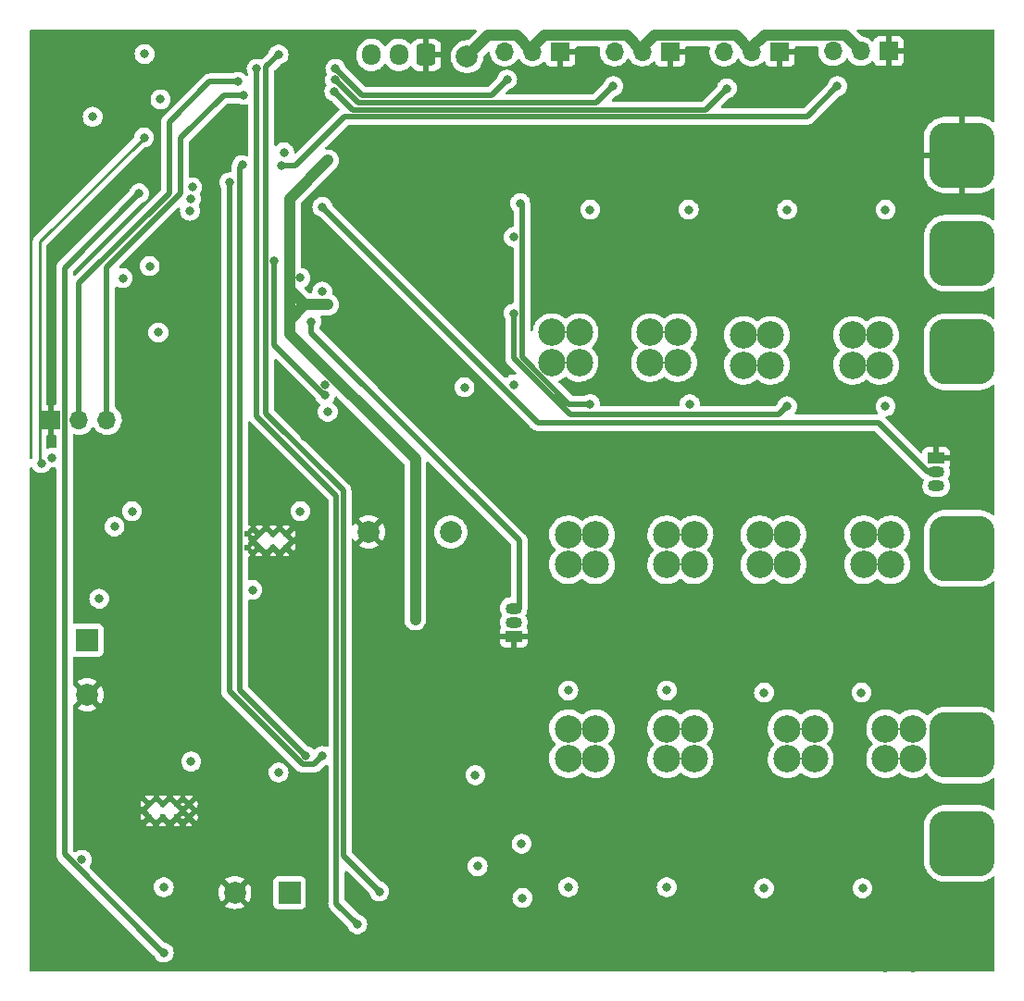
<source format=gbr>
%TF.GenerationSoftware,KiCad,Pcbnew,(6.0.0)*%
%TF.CreationDate,2022-01-17T01:15:48+01:00*%
%TF.ProjectId,DCMotorController,44434d6f-746f-4724-936f-6e74726f6c6c,rev?*%
%TF.SameCoordinates,Original*%
%TF.FileFunction,Copper,L3,Inr*%
%TF.FilePolarity,Positive*%
%FSLAX46Y46*%
G04 Gerber Fmt 4.6, Leading zero omitted, Abs format (unit mm)*
G04 Created by KiCad (PCBNEW (6.0.0)) date 2022-01-17 01:15:48*
%MOMM*%
%LPD*%
G01*
G04 APERTURE LIST*
G04 Aperture macros list*
%AMRoundRect*
0 Rectangle with rounded corners*
0 $1 Rounding radius*
0 $2 $3 $4 $5 $6 $7 $8 $9 X,Y pos of 4 corners*
0 Add a 4 corners polygon primitive as box body*
4,1,4,$2,$3,$4,$5,$6,$7,$8,$9,$2,$3,0*
0 Add four circle primitives for the rounded corners*
1,1,$1+$1,$2,$3*
1,1,$1+$1,$4,$5*
1,1,$1+$1,$6,$7*
1,1,$1+$1,$8,$9*
0 Add four rect primitives between the rounded corners*
20,1,$1+$1,$2,$3,$4,$5,0*
20,1,$1+$1,$4,$5,$6,$7,0*
20,1,$1+$1,$6,$7,$8,$9,0*
20,1,$1+$1,$8,$9,$2,$3,0*%
G04 Aperture macros list end*
%TA.AperFunction,ComponentPad*%
%ADD10RoundRect,0.250000X0.600000X0.725000X-0.600000X0.725000X-0.600000X-0.725000X0.600000X-0.725000X0*%
%TD*%
%TA.AperFunction,ComponentPad*%
%ADD11O,1.700000X1.950000*%
%TD*%
%TA.AperFunction,ComponentPad*%
%ADD12R,1.700000X1.700000*%
%TD*%
%TA.AperFunction,ComponentPad*%
%ADD13O,1.700000X1.700000*%
%TD*%
%TA.AperFunction,ComponentPad*%
%ADD14R,1.500000X1.050000*%
%TD*%
%TA.AperFunction,ComponentPad*%
%ADD15O,1.500000X1.050000*%
%TD*%
%TA.AperFunction,ComponentPad*%
%ADD16C,2.000000*%
%TD*%
%TA.AperFunction,ComponentPad*%
%ADD17RoundRect,1.500000X-1.500000X-1.500000X1.500000X-1.500000X1.500000X1.500000X-1.500000X1.500000X0*%
%TD*%
%TA.AperFunction,ComponentPad*%
%ADD18R,2.000000X2.000000*%
%TD*%
%TA.AperFunction,ComponentPad*%
%ADD19C,0.600000*%
%TD*%
%TA.AperFunction,ViaPad*%
%ADD20C,0.800000*%
%TD*%
%TA.AperFunction,ViaPad*%
%ADD21C,2.500000*%
%TD*%
%TA.AperFunction,ViaPad*%
%ADD22C,6.000000*%
%TD*%
%TA.AperFunction,ViaPad*%
%ADD23C,2.000000*%
%TD*%
%TA.AperFunction,Conductor*%
%ADD24C,0.500000*%
%TD*%
%TA.AperFunction,Conductor*%
%ADD25C,1.000000*%
%TD*%
%TA.AperFunction,Conductor*%
%ADD26C,0.250000*%
%TD*%
G04 APERTURE END LIST*
D10*
%TO.N,GND*%
%TO.C,1WIRE1*%
X77500000Y-22837500D03*
D11*
%TO.N,Temp*%
X75000000Y-22837500D03*
%TO.N,3_3V*%
X72500000Y-22837500D03*
%TD*%
D12*
%TO.N,GND*%
%TO.C,J2*%
X43225000Y-56250000D03*
D13*
%TO.N,Net-(J2-Pad2)*%
X45765000Y-56250000D03*
%TO.N,Net-(J2-Pad3)*%
X48305000Y-56250000D03*
%TD*%
D14*
%TO.N,GND*%
%TO.C,U1*%
X124140000Y-59730000D03*
D15*
%TO.N,Temp*%
X124140000Y-61000000D03*
%TO.N,3_3V*%
X124140000Y-62270000D03*
%TD*%
D14*
%TO.N,GND*%
%TO.C,U9*%
X85500000Y-76040000D03*
D15*
%TO.N,Temp*%
X85500000Y-74770000D03*
%TO.N,3_3V*%
X85500000Y-73500000D03*
%TD*%
D12*
%TO.N,GND*%
%TO.C,M1_S1*%
X89770000Y-22520000D03*
D13*
%TO.N,5V*%
X87230000Y-22520000D03*
%TO.N,Net-(M1_S1-Pad3)*%
X84690000Y-22520000D03*
%TD*%
D12*
%TO.N,GND*%
%TO.C,M1_S2*%
X99795000Y-22520000D03*
D13*
%TO.N,5V*%
X97255000Y-22520000D03*
%TO.N,Net-(M1_S2-Pad3)*%
X94715000Y-22520000D03*
%TD*%
D12*
%TO.N,GND*%
%TO.C,M2_S1*%
X109850000Y-22520000D03*
D13*
%TO.N,5V*%
X107310000Y-22520000D03*
%TO.N,Net-(M2_S1-Pad3)*%
X104770000Y-22520000D03*
%TD*%
D12*
%TO.N,GND*%
%TO.C,M2_S2*%
X119790000Y-22500000D03*
D13*
%TO.N,5V*%
X117250000Y-22500000D03*
%TO.N,Net-(M2_S2-Pad3)*%
X114710000Y-22500000D03*
%TD*%
D16*
%TO.N,VIN*%
%TO.C,C23*%
X79750000Y-66500000D03*
%TO.N,GND*%
X72250000Y-66500000D03*
%TD*%
D17*
%TO.N,VIN*%
%TO.C,VIN1*%
X126500000Y-68000000D03*
%TD*%
%TO.N,Net-(C11-Pad2)*%
%TO.C,M1-1*%
X126500000Y-41000000D03*
%TD*%
%TO.N,Net-(C14-Pad2)*%
%TO.C,M2+1*%
X126500000Y-86000000D03*
%TD*%
%TO.N,Net-(C27-Pad2)*%
%TO.C,M2-1*%
X126500000Y-95000000D03*
%TD*%
D18*
%TO.N,Net-(BZ1-Pad1)*%
%TO.C,BZ1*%
X65000000Y-99500000D03*
D16*
%TO.N,GND*%
X60000000Y-99500000D03*
%TD*%
D17*
%TO.N,GND*%
%TO.C,GND1*%
X126500000Y-32000000D03*
%TD*%
D18*
%TO.N,5V*%
%TO.C,C30*%
X46500000Y-76400000D03*
D16*
%TO.N,GND*%
X46500000Y-81400000D03*
%TD*%
D17*
%TO.N,Net-(C8-Pad2)*%
%TO.C,M1+1*%
X126500000Y-50000000D03*
%TD*%
D19*
%TO.N,GND*%
%TO.C,U7*%
X64705000Y-67900000D03*
X63505000Y-67900000D03*
X61105000Y-67900000D03*
X63505000Y-66700000D03*
X64705000Y-66700000D03*
X61105000Y-66700000D03*
X62205000Y-66700000D03*
X62205000Y-67900000D03*
%TD*%
%TO.N,GND*%
%TO.C,U10*%
X55800000Y-91400000D03*
X52200000Y-92600000D03*
X53400000Y-91400000D03*
X53400000Y-92600000D03*
X55800000Y-92600000D03*
X54700000Y-92600000D03*
X52200000Y-91400000D03*
X54700000Y-91400000D03*
%TD*%
D20*
%TO.N,3_3V*%
X51750000Y-22750000D03*
X43300000Y-59700000D03*
X47000000Y-28500000D03*
X67000000Y-47250000D03*
X53000000Y-48250000D03*
%TO.N,Temp*%
X68000000Y-36750000D03*
%TO.N,GND*%
X66400000Y-57800000D03*
D21*
X106000000Y-30500000D03*
D20*
X83700000Y-84900000D03*
D22*
X126250000Y-23750000D03*
D21*
X106000000Y-33250000D03*
X110500000Y-105250000D03*
X92500000Y-102500000D03*
X117500000Y-33250000D03*
X104000000Y-105250000D03*
D20*
X68750000Y-43000000D03*
D21*
X95000000Y-102500000D03*
X99500000Y-33250000D03*
X104000000Y-102500000D03*
X97000000Y-30500000D03*
X113000000Y-102500000D03*
X115000000Y-30500000D03*
D22*
X126250000Y-103500000D03*
D21*
X101500000Y-102500000D03*
X88000000Y-33250000D03*
X115000000Y-33250000D03*
X108500000Y-33250000D03*
X122000000Y-102750000D03*
X119500000Y-102750000D03*
X92500000Y-105250000D03*
D22*
X44750000Y-103250000D03*
D21*
X119500000Y-105500000D03*
X95000000Y-105250000D03*
D20*
X80800000Y-44900000D03*
D21*
X88000000Y-30500000D03*
X97000000Y-33250000D03*
D20*
X83100000Y-42400000D03*
D21*
X90500000Y-30500000D03*
X110500000Y-102500000D03*
X99500000Y-30500000D03*
D20*
X81600000Y-40300000D03*
D21*
X113000000Y-105250000D03*
D20*
X50500000Y-95500000D03*
D21*
X101500000Y-105250000D03*
X90500000Y-33250000D03*
X122000000Y-105500000D03*
D20*
X83300000Y-37700000D03*
D21*
X108500000Y-30500000D03*
X117500000Y-30500000D03*
D20*
X82800000Y-49400000D03*
D22*
X44500000Y-23500000D03*
D20*
%TO.N,Net-(C4-Pad2)*%
X49750000Y-43262020D03*
X66000000Y-43250000D03*
%TO.N,Net-(C6-Pad2)*%
X53200000Y-26900000D03*
X52212500Y-42162500D03*
D23*
%TO.N,5V*%
X81240489Y-23000000D03*
D20*
X68000000Y-44500000D03*
X49000000Y-66000000D03*
X68500000Y-55500000D03*
%TO.N,Net-(D5-Pad2)*%
X110500000Y-55000000D03*
X119500000Y-55000000D03*
X85500000Y-46500000D03*
%TO.N,M1_S1*%
X69200000Y-24100000D03*
X56100000Y-34944500D03*
X84900000Y-25100000D03*
%TO.N,M1_S2*%
X56000000Y-36000000D03*
X69170023Y-25129977D03*
X94600000Y-25700000D03*
%TO.N,M2_S1*%
X105000000Y-25900000D03*
X69100000Y-26200000D03*
X55900000Y-37100000D03*
%TO.N,M2_S2*%
X64300000Y-33000000D03*
X115100000Y-25700000D03*
%TO.N,Net-(J2-Pad2)*%
X60300000Y-25300000D03*
%TO.N,Net-(J2-Pad3)*%
X60800000Y-26500000D03*
D21*
%TO.N,VIN*%
X120000000Y-66750000D03*
X117500000Y-69500000D03*
X110500000Y-69500000D03*
X117500000Y-66750000D03*
X99500000Y-66750000D03*
X90500000Y-69500000D03*
X90500000Y-66750000D03*
X102000000Y-66750000D03*
X102000000Y-69500000D03*
X93000000Y-69500000D03*
X108000000Y-66750000D03*
X110500000Y-66750000D03*
X120000000Y-69500000D03*
X108000000Y-69500000D03*
X93000000Y-66750000D03*
X99500000Y-69500000D03*
D20*
X53500000Y-99000000D03*
%TO.N,M2_A_LO*%
X64000000Y-22800000D03*
X73200000Y-99400000D03*
%TO.N,M2_A_HI*%
X71200000Y-102400000D03*
X62000000Y-24100000D03*
%TO.N,M1_A_LO*%
X64500000Y-31750000D03*
X68250000Y-53000000D03*
%TO.N,M1_A_HI*%
X68250000Y-54000000D03*
X63600000Y-41700000D03*
%TO.N,M2_B_HI*%
X60675000Y-32925000D03*
X66500000Y-87000000D03*
%TO.N,M2_B_LO*%
X59500000Y-34500000D03*
X68000000Y-87000000D03*
%TO.N,Net-(C15-Pad1)*%
X50600000Y-64600000D03*
X66000000Y-64600000D03*
%TO.N,Net-(D20-Pad4)*%
X42300000Y-60200000D03*
X51700000Y-30400000D03*
%TO.N,Net-(C21-Pad1)*%
X61600000Y-71800000D03*
X47600000Y-72600000D03*
D21*
%TO.N,Net-(C8-Pad2)*%
X106500000Y-48500000D03*
X109000000Y-48500000D03*
D20*
X81000000Y-53250000D03*
D21*
X109000000Y-51250000D03*
X116500000Y-51250000D03*
X106500000Y-51250000D03*
X119000000Y-48500000D03*
X116500000Y-48500000D03*
X119000000Y-51250000D03*
%TO.N,Net-(C11-Pad2)*%
X98000000Y-51000000D03*
X100500000Y-48250000D03*
X91500000Y-48250000D03*
X89000000Y-48250000D03*
X98000000Y-48250000D03*
X91500000Y-51000000D03*
X89000000Y-51000000D03*
X100500000Y-51000000D03*
%TO.N,Net-(C14-Pad2)*%
X113000000Y-87250000D03*
X122000000Y-87250000D03*
X110500000Y-84500000D03*
X122000000Y-84500000D03*
D20*
X82200000Y-97100000D03*
D21*
X113000000Y-84500000D03*
X110500000Y-87250000D03*
X119500000Y-84500000D03*
X119500000Y-87250000D03*
%TO.N,Net-(C27-Pad2)*%
X102000000Y-87250000D03*
X90500000Y-84500000D03*
X93000000Y-87250000D03*
X102000000Y-84500000D03*
X99500000Y-87250000D03*
D20*
X82000000Y-88750000D03*
D21*
X90500000Y-87250000D03*
X93000000Y-84500000D03*
X99500000Y-84500000D03*
D20*
%TO.N,Net-(D2-Pad2)*%
X119500000Y-37000000D03*
X85500000Y-53000000D03*
X110500000Y-37000000D03*
%TO.N,Net-(D6-Pad2)*%
X92500000Y-54800000D03*
X86100000Y-36400000D03*
X101600000Y-54800000D03*
%TO.N,Net-(D7-Pad2)*%
X92500000Y-37000000D03*
X85500000Y-39500000D03*
X101500000Y-37000000D03*
%TO.N,Net-(D9-Pad2)*%
X86220500Y-95030500D03*
X117300000Y-81200000D03*
X108400000Y-81200000D03*
%TO.N,Net-(D10-Pad2)*%
X86300000Y-100000000D03*
X108400000Y-99100000D03*
X117400000Y-99100000D03*
%TO.N,Net-(D12-Pad2)*%
X99500000Y-81000000D03*
X90500000Y-81000000D03*
%TO.N,Net-(D13-Pad2)*%
X90500000Y-99000000D03*
X99500000Y-99000000D03*
%TO.N,Net-(R11-Pad1)*%
X53500000Y-105000000D03*
X51250000Y-35500000D03*
%TO.N,VMosfet*%
X68500000Y-32500000D03*
X56000000Y-87500000D03*
X64000000Y-88500000D03*
X46000000Y-96500000D03*
X76500000Y-74500000D03*
X68500000Y-45700000D03*
%TD*%
D24*
%TO.N,3_3V*%
X86000000Y-67262051D02*
X86000000Y-73460000D01*
X67000000Y-47250000D02*
X67000000Y-48262051D01*
X67000000Y-48262051D02*
X86000000Y-67262051D01*
%TO.N,Temp*%
X68000000Y-36750000D02*
X87750000Y-56500000D01*
X124140000Y-61000000D02*
X123340000Y-61000000D01*
X87750000Y-56500000D02*
X118840000Y-56500000D01*
X123340000Y-61000000D02*
X118840000Y-56500000D01*
D25*
%TO.N,5V*%
X115800489Y-21050489D02*
X108420489Y-21050489D01*
X105860489Y-21070489D02*
X98345489Y-21070489D01*
X108420489Y-21050489D02*
X107310000Y-22160978D01*
X98345489Y-21070489D02*
X97255000Y-22160978D01*
X107310000Y-22160978D02*
X107310000Y-22520000D01*
X95805489Y-21070489D02*
X88320489Y-21070489D01*
X87230000Y-22520000D02*
X85780489Y-21070489D01*
X85780489Y-21070489D02*
X83170000Y-21070489D01*
X107310000Y-22520000D02*
X105860489Y-21070489D01*
X117250000Y-22500000D02*
X115800489Y-21050489D01*
X87230000Y-22160978D02*
X87230000Y-22520000D01*
X83170000Y-21070489D02*
X81240489Y-23000000D01*
X97255000Y-22160978D02*
X97255000Y-22520000D01*
X88320489Y-21070489D02*
X87230000Y-22160978D01*
X97255000Y-22520000D02*
X95805489Y-21070489D01*
D24*
%TO.N,Net-(D5-Pad2)*%
X90639610Y-55749511D02*
X109750489Y-55749511D01*
X85500000Y-46500000D02*
X85500000Y-50609901D01*
X109750489Y-55749511D02*
X110500000Y-55000000D01*
X85500000Y-50609901D02*
X90639610Y-55749511D01*
%TO.N,M1_S1*%
X83500000Y-26500000D02*
X84900000Y-25100000D01*
X71600000Y-26500000D02*
X83500000Y-26500000D01*
X71600000Y-26500000D02*
X69200000Y-24100000D01*
%TO.N,M1_S2*%
X71289557Y-27249511D02*
X93050489Y-27249511D01*
X71289557Y-27249511D02*
X69170023Y-25129977D01*
X93050489Y-27249511D02*
X94600000Y-25700000D01*
%TO.N,M2_S1*%
X70749031Y-27849031D02*
X103050969Y-27849031D01*
X103050969Y-27849031D02*
X105000000Y-25900000D01*
X70749031Y-27849031D02*
X69100000Y-26200000D01*
%TO.N,M2_S2*%
X64300000Y-33000000D02*
X65501602Y-33000000D01*
X112351449Y-28448551D02*
X115100000Y-25700000D01*
X70053051Y-28448551D02*
X112351449Y-28448551D01*
X65501602Y-33000000D02*
X70053051Y-28448551D01*
%TO.N,Net-(J2-Pad2)*%
X54000000Y-35500000D02*
X45765000Y-43735000D01*
X54000000Y-29000000D02*
X57700000Y-25300000D01*
X57700000Y-25300000D02*
X60300000Y-25300000D01*
X45765000Y-43735000D02*
X45765000Y-56250000D01*
X54000000Y-29000000D02*
X54000000Y-35500000D01*
%TO.N,Net-(J2-Pad3)*%
X55029985Y-30470015D02*
X55029985Y-35529985D01*
X59000000Y-26500000D02*
X55029985Y-30470015D01*
X55029985Y-35529985D02*
X48305000Y-42254970D01*
X59000000Y-26500000D02*
X60800000Y-26500000D01*
X48305000Y-42254970D02*
X48305000Y-56250000D01*
%TO.N,M2_A_LO*%
X69900000Y-62700000D02*
X69900000Y-96100000D01*
X69900000Y-96100000D02*
X73200000Y-99400000D01*
X62850489Y-23949511D02*
X62850489Y-55650489D01*
X64000000Y-22800000D02*
X62850489Y-23949511D01*
X62850489Y-55650489D02*
X69900000Y-62700000D01*
%TO.N,M2_A_HI*%
X62000000Y-55900000D02*
X69300480Y-63200480D01*
X69300480Y-100500480D02*
X71200000Y-102400000D01*
X69300480Y-63200480D02*
X69300480Y-100500480D01*
X62000000Y-24100000D02*
X62000000Y-55900000D01*
%TO.N,M1_A_HI*%
X68190030Y-54000000D02*
X63600000Y-49409970D01*
X68190030Y-54000000D02*
X68250000Y-54000000D01*
X63600000Y-49409970D02*
X63600000Y-41700000D01*
%TO.N,M2_B_HI*%
X60435479Y-33164521D02*
X60675000Y-32925000D01*
X60435479Y-80935479D02*
X60435479Y-33164521D01*
X60435479Y-80935479D02*
X66500000Y-87000000D01*
%TO.N,M2_B_LO*%
X66189541Y-87749511D02*
X67250489Y-87749511D01*
X59500000Y-34500000D02*
X59500000Y-81059970D01*
X67250489Y-87749511D02*
X68000000Y-87000000D01*
X59500000Y-81059970D02*
X66189541Y-87749511D01*
D26*
%TO.N,Net-(D20-Pad4)*%
X51700000Y-30400000D02*
X42150489Y-39949511D01*
X42150489Y-60050489D02*
X42300000Y-60200000D01*
X42150489Y-39949511D02*
X42150489Y-60050489D01*
D24*
%TO.N,Net-(D6-Pad2)*%
X90537949Y-54800000D02*
X86249511Y-50511562D01*
X92500000Y-54800000D02*
X90537949Y-54800000D01*
X86249511Y-50511562D02*
X86249511Y-36549511D01*
X86249511Y-36549511D02*
X86100000Y-36400000D01*
%TO.N,Net-(R11-Pad1)*%
X44424511Y-42325489D02*
X44424511Y-95984481D01*
X44424511Y-95984481D02*
X53440030Y-105000000D01*
X44424511Y-42325489D02*
X51250000Y-35500000D01*
X53440030Y-105000000D02*
X53500000Y-105000000D01*
D25*
%TO.N,VMosfet*%
X66400978Y-45700000D02*
X65000489Y-47100489D01*
X65000489Y-44399511D02*
X65000489Y-35999511D01*
X65000489Y-48336967D02*
X76500000Y-59836477D01*
X66400978Y-45700000D02*
X65100489Y-44399511D01*
X65100489Y-44399511D02*
X65000489Y-44399511D01*
X65000489Y-47100489D02*
X65000489Y-44399511D01*
X65000489Y-48336967D02*
X65000489Y-47100489D01*
X68500000Y-45700000D02*
X66400978Y-45700000D01*
X68500000Y-32500000D02*
X65000489Y-35999511D01*
D24*
X65250489Y-35749511D02*
X68500000Y-32500000D01*
D25*
X76500000Y-74500000D02*
X76500000Y-59836477D01*
%TD*%
%TA.AperFunction,Conductor*%
%TO.N,GND*%
G36*
X82070186Y-20528002D02*
G01*
X82116679Y-20581658D01*
X82126783Y-20651932D01*
X82097289Y-20716512D01*
X82091160Y-20723095D01*
X81362152Y-21452103D01*
X81299840Y-21486129D01*
X81263171Y-21488620D01*
X81245420Y-21487223D01*
X81245419Y-21487223D01*
X81240489Y-21486835D01*
X81003778Y-21505465D01*
X80998971Y-21506619D01*
X80998965Y-21506620D01*
X80891602Y-21532396D01*
X80772895Y-21560895D01*
X80768324Y-21562788D01*
X80768322Y-21562789D01*
X80558100Y-21649865D01*
X80558096Y-21649867D01*
X80553526Y-21651760D01*
X80549306Y-21654346D01*
X80355287Y-21773241D01*
X80355281Y-21773245D01*
X80351073Y-21775824D01*
X80170520Y-21930031D01*
X80167312Y-21933787D01*
X80161788Y-21940255D01*
X80016313Y-22110584D01*
X80013734Y-22114792D01*
X80013730Y-22114798D01*
X79914111Y-22277361D01*
X79892249Y-22313037D01*
X79890356Y-22317607D01*
X79890354Y-22317611D01*
X79820318Y-22486695D01*
X79801384Y-22532406D01*
X79788951Y-22584192D01*
X79747110Y-22758475D01*
X79745954Y-22763289D01*
X79727324Y-23000000D01*
X79745954Y-23236711D01*
X79747108Y-23241518D01*
X79747109Y-23241524D01*
X79766115Y-23320688D01*
X79801384Y-23467594D01*
X79803277Y-23472165D01*
X79803278Y-23472167D01*
X79890276Y-23682199D01*
X79892249Y-23686963D01*
X79894835Y-23691183D01*
X80013730Y-23885202D01*
X80013734Y-23885208D01*
X80016313Y-23889416D01*
X80170520Y-24069969D01*
X80351073Y-24224176D01*
X80355281Y-24226755D01*
X80355287Y-24226759D01*
X80549306Y-24345654D01*
X80553526Y-24348240D01*
X80558096Y-24350133D01*
X80558100Y-24350135D01*
X80753825Y-24431206D01*
X80772895Y-24439105D01*
X80853098Y-24458360D01*
X80998965Y-24493380D01*
X80998971Y-24493381D01*
X81003778Y-24494535D01*
X81240489Y-24513165D01*
X81477200Y-24494535D01*
X81482007Y-24493381D01*
X81482013Y-24493380D01*
X81627880Y-24458360D01*
X81708083Y-24439105D01*
X81727153Y-24431206D01*
X81922878Y-24350135D01*
X81922882Y-24350133D01*
X81927452Y-24348240D01*
X81931672Y-24345654D01*
X82125691Y-24226759D01*
X82125697Y-24226755D01*
X82129905Y-24224176D01*
X82310458Y-24069969D01*
X82464665Y-23889416D01*
X82467244Y-23885208D01*
X82467248Y-23885202D01*
X82586143Y-23691183D01*
X82588729Y-23686963D01*
X82590703Y-23682199D01*
X82677700Y-23472167D01*
X82677701Y-23472165D01*
X82679594Y-23467594D01*
X82714863Y-23320688D01*
X82733869Y-23241524D01*
X82733870Y-23241518D01*
X82735024Y-23236711D01*
X82753654Y-23000000D01*
X82751869Y-22977318D01*
X82766465Y-22907838D01*
X82788386Y-22878337D01*
X83120515Y-22546208D01*
X83182827Y-22512182D01*
X83253642Y-22517247D01*
X83310478Y-22559794D01*
X83335401Y-22628050D01*
X83336933Y-22654610D01*
X83340110Y-22709715D01*
X83341247Y-22714761D01*
X83341248Y-22714767D01*
X83355606Y-22778475D01*
X83389222Y-22927639D01*
X83421723Y-23007680D01*
X83455759Y-23091500D01*
X83473266Y-23134616D01*
X83511728Y-23197381D01*
X83587291Y-23320688D01*
X83589987Y-23325088D01*
X83736250Y-23493938D01*
X83908126Y-23636632D01*
X84101000Y-23749338D01*
X84309692Y-23829030D01*
X84314760Y-23830061D01*
X84314763Y-23830062D01*
X84385493Y-23844452D01*
X84528597Y-23873567D01*
X84533772Y-23873757D01*
X84533774Y-23873757D01*
X84746673Y-23881564D01*
X84746677Y-23881564D01*
X84751837Y-23881753D01*
X84756957Y-23881097D01*
X84756959Y-23881097D01*
X84968288Y-23854025D01*
X84968289Y-23854025D01*
X84973416Y-23853368D01*
X84989715Y-23848478D01*
X85182429Y-23790661D01*
X85182434Y-23790659D01*
X85187384Y-23789174D01*
X85387994Y-23690896D01*
X85569860Y-23561173D01*
X85728096Y-23403489D01*
X85731310Y-23399017D01*
X85858453Y-23222077D01*
X85859776Y-23223028D01*
X85906645Y-23179857D01*
X85976580Y-23167625D01*
X86042026Y-23195144D01*
X86069875Y-23226994D01*
X86129987Y-23325088D01*
X86276250Y-23493938D01*
X86448126Y-23636632D01*
X86641000Y-23749338D01*
X86849692Y-23829030D01*
X86854760Y-23830061D01*
X86854763Y-23830062D01*
X86925493Y-23844452D01*
X87068597Y-23873567D01*
X87073772Y-23873757D01*
X87073774Y-23873757D01*
X87286673Y-23881564D01*
X87286677Y-23881564D01*
X87291837Y-23881753D01*
X87296957Y-23881097D01*
X87296959Y-23881097D01*
X87508288Y-23854025D01*
X87508289Y-23854025D01*
X87513416Y-23853368D01*
X87529715Y-23848478D01*
X87722429Y-23790661D01*
X87722434Y-23790659D01*
X87727384Y-23789174D01*
X87927994Y-23690896D01*
X88109860Y-23561173D01*
X88177331Y-23493938D01*
X88218479Y-23452933D01*
X88280851Y-23419017D01*
X88351658Y-23424205D01*
X88408419Y-23466851D01*
X88425401Y-23497954D01*
X88466676Y-23608054D01*
X88475214Y-23623649D01*
X88551715Y-23725724D01*
X88564276Y-23738285D01*
X88666351Y-23814786D01*
X88681946Y-23823324D01*
X88802394Y-23868478D01*
X88817649Y-23872105D01*
X88868514Y-23877631D01*
X88875328Y-23878000D01*
X89497885Y-23878000D01*
X89513124Y-23873525D01*
X89514329Y-23872135D01*
X89516000Y-23864452D01*
X89516000Y-23859884D01*
X90024000Y-23859884D01*
X90028475Y-23875123D01*
X90029865Y-23876328D01*
X90037548Y-23877999D01*
X90664669Y-23877999D01*
X90671490Y-23877629D01*
X90722352Y-23872105D01*
X90737604Y-23868479D01*
X90858054Y-23823324D01*
X90873649Y-23814786D01*
X90975724Y-23738285D01*
X90988285Y-23725724D01*
X91064786Y-23623649D01*
X91073324Y-23608054D01*
X91118478Y-23487606D01*
X91122105Y-23472351D01*
X91127631Y-23421486D01*
X91128000Y-23414672D01*
X91128000Y-22792115D01*
X91123525Y-22776876D01*
X91122135Y-22775671D01*
X91114452Y-22774000D01*
X90042115Y-22774000D01*
X90026876Y-22778475D01*
X90025671Y-22779865D01*
X90024000Y-22787548D01*
X90024000Y-23859884D01*
X89516000Y-23859884D01*
X89516000Y-22392000D01*
X89536002Y-22323879D01*
X89589658Y-22277386D01*
X89642000Y-22266000D01*
X91109884Y-22266000D01*
X91125123Y-22261525D01*
X91126328Y-22260135D01*
X91127999Y-22252452D01*
X91127999Y-22204989D01*
X91148001Y-22136868D01*
X91201657Y-22090375D01*
X91253999Y-22078989D01*
X93261757Y-22078989D01*
X93329878Y-22098991D01*
X93376371Y-22152647D01*
X93386475Y-22222921D01*
X93383174Y-22238661D01*
X93377370Y-22259588D01*
X93377369Y-22259596D01*
X93375989Y-22264570D01*
X93375441Y-22269700D01*
X93375440Y-22269704D01*
X93366076Y-22357325D01*
X93352251Y-22486695D01*
X93352548Y-22491848D01*
X93352548Y-22491851D01*
X93361933Y-22654610D01*
X93365110Y-22709715D01*
X93366247Y-22714761D01*
X93366248Y-22714767D01*
X93380606Y-22778475D01*
X93414222Y-22927639D01*
X93446723Y-23007680D01*
X93480759Y-23091500D01*
X93498266Y-23134616D01*
X93536728Y-23197381D01*
X93612291Y-23320688D01*
X93614987Y-23325088D01*
X93761250Y-23493938D01*
X93933126Y-23636632D01*
X94126000Y-23749338D01*
X94334692Y-23829030D01*
X94339760Y-23830061D01*
X94339763Y-23830062D01*
X94410493Y-23844452D01*
X94553597Y-23873567D01*
X94558772Y-23873757D01*
X94558774Y-23873757D01*
X94771673Y-23881564D01*
X94771677Y-23881564D01*
X94776837Y-23881753D01*
X94781957Y-23881097D01*
X94781959Y-23881097D01*
X94993288Y-23854025D01*
X94993289Y-23854025D01*
X94998416Y-23853368D01*
X95014715Y-23848478D01*
X95207429Y-23790661D01*
X95207434Y-23790659D01*
X95212384Y-23789174D01*
X95412994Y-23690896D01*
X95594860Y-23561173D01*
X95753096Y-23403489D01*
X95756310Y-23399017D01*
X95883453Y-23222077D01*
X95884776Y-23223028D01*
X95931645Y-23179857D01*
X96001580Y-23167625D01*
X96067026Y-23195144D01*
X96094875Y-23226994D01*
X96154987Y-23325088D01*
X96301250Y-23493938D01*
X96473126Y-23636632D01*
X96666000Y-23749338D01*
X96874692Y-23829030D01*
X96879760Y-23830061D01*
X96879763Y-23830062D01*
X96950493Y-23844452D01*
X97093597Y-23873567D01*
X97098772Y-23873757D01*
X97098774Y-23873757D01*
X97311673Y-23881564D01*
X97311677Y-23881564D01*
X97316837Y-23881753D01*
X97321957Y-23881097D01*
X97321959Y-23881097D01*
X97533288Y-23854025D01*
X97533289Y-23854025D01*
X97538416Y-23853368D01*
X97554715Y-23848478D01*
X97747429Y-23790661D01*
X97747434Y-23790659D01*
X97752384Y-23789174D01*
X97952994Y-23690896D01*
X98134860Y-23561173D01*
X98202331Y-23493938D01*
X98243479Y-23452933D01*
X98305851Y-23419017D01*
X98376658Y-23424205D01*
X98433419Y-23466851D01*
X98450401Y-23497954D01*
X98491676Y-23608054D01*
X98500214Y-23623649D01*
X98576715Y-23725724D01*
X98589276Y-23738285D01*
X98691351Y-23814786D01*
X98706946Y-23823324D01*
X98827394Y-23868478D01*
X98842649Y-23872105D01*
X98893514Y-23877631D01*
X98900328Y-23878000D01*
X99522885Y-23878000D01*
X99538124Y-23873525D01*
X99539329Y-23872135D01*
X99541000Y-23864452D01*
X99541000Y-23859884D01*
X100049000Y-23859884D01*
X100053475Y-23875123D01*
X100054865Y-23876328D01*
X100062548Y-23877999D01*
X100689669Y-23877999D01*
X100696490Y-23877629D01*
X100747352Y-23872105D01*
X100762604Y-23868479D01*
X100883054Y-23823324D01*
X100898649Y-23814786D01*
X101000724Y-23738285D01*
X101013285Y-23725724D01*
X101089786Y-23623649D01*
X101098324Y-23608054D01*
X101143478Y-23487606D01*
X101147105Y-23472351D01*
X101152631Y-23421486D01*
X101153000Y-23414672D01*
X101153000Y-22792115D01*
X101148525Y-22776876D01*
X101147135Y-22775671D01*
X101139452Y-22774000D01*
X100067115Y-22774000D01*
X100051876Y-22778475D01*
X100050671Y-22779865D01*
X100049000Y-22787548D01*
X100049000Y-23859884D01*
X99541000Y-23859884D01*
X99541000Y-22392000D01*
X99561002Y-22323879D01*
X99614658Y-22277386D01*
X99667000Y-22266000D01*
X101134884Y-22266000D01*
X101150123Y-22261525D01*
X101151328Y-22260135D01*
X101152999Y-22252452D01*
X101152999Y-22204989D01*
X101173001Y-22136868D01*
X101226657Y-22090375D01*
X101278999Y-22078989D01*
X103316757Y-22078989D01*
X103384878Y-22098991D01*
X103431371Y-22152647D01*
X103441475Y-22222921D01*
X103438174Y-22238661D01*
X103432370Y-22259588D01*
X103432369Y-22259596D01*
X103430989Y-22264570D01*
X103430441Y-22269700D01*
X103430440Y-22269704D01*
X103421076Y-22357325D01*
X103407251Y-22486695D01*
X103407548Y-22491848D01*
X103407548Y-22491851D01*
X103416933Y-22654610D01*
X103420110Y-22709715D01*
X103421247Y-22714761D01*
X103421248Y-22714767D01*
X103435606Y-22778475D01*
X103469222Y-22927639D01*
X103501723Y-23007680D01*
X103535759Y-23091500D01*
X103553266Y-23134616D01*
X103591728Y-23197381D01*
X103667291Y-23320688D01*
X103669987Y-23325088D01*
X103816250Y-23493938D01*
X103988126Y-23636632D01*
X104181000Y-23749338D01*
X104389692Y-23829030D01*
X104394760Y-23830061D01*
X104394763Y-23830062D01*
X104465493Y-23844452D01*
X104608597Y-23873567D01*
X104613772Y-23873757D01*
X104613774Y-23873757D01*
X104826673Y-23881564D01*
X104826677Y-23881564D01*
X104831837Y-23881753D01*
X104836957Y-23881097D01*
X104836959Y-23881097D01*
X105048288Y-23854025D01*
X105048289Y-23854025D01*
X105053416Y-23853368D01*
X105069715Y-23848478D01*
X105262429Y-23790661D01*
X105262434Y-23790659D01*
X105267384Y-23789174D01*
X105467994Y-23690896D01*
X105649860Y-23561173D01*
X105808096Y-23403489D01*
X105811310Y-23399017D01*
X105938453Y-23222077D01*
X105939776Y-23223028D01*
X105986645Y-23179857D01*
X106056580Y-23167625D01*
X106122026Y-23195144D01*
X106149875Y-23226994D01*
X106209987Y-23325088D01*
X106356250Y-23493938D01*
X106528126Y-23636632D01*
X106721000Y-23749338D01*
X106929692Y-23829030D01*
X106934760Y-23830061D01*
X106934763Y-23830062D01*
X107005493Y-23844452D01*
X107148597Y-23873567D01*
X107153772Y-23873757D01*
X107153774Y-23873757D01*
X107366673Y-23881564D01*
X107366677Y-23881564D01*
X107371837Y-23881753D01*
X107376957Y-23881097D01*
X107376959Y-23881097D01*
X107588288Y-23854025D01*
X107588289Y-23854025D01*
X107593416Y-23853368D01*
X107609715Y-23848478D01*
X107802429Y-23790661D01*
X107802434Y-23790659D01*
X107807384Y-23789174D01*
X108007994Y-23690896D01*
X108189860Y-23561173D01*
X108257331Y-23493938D01*
X108298479Y-23452933D01*
X108360851Y-23419017D01*
X108431658Y-23424205D01*
X108488419Y-23466851D01*
X108505401Y-23497954D01*
X108546676Y-23608054D01*
X108555214Y-23623649D01*
X108631715Y-23725724D01*
X108644276Y-23738285D01*
X108746351Y-23814786D01*
X108761946Y-23823324D01*
X108882394Y-23868478D01*
X108897649Y-23872105D01*
X108948514Y-23877631D01*
X108955328Y-23878000D01*
X109577885Y-23878000D01*
X109593124Y-23873525D01*
X109594329Y-23872135D01*
X109596000Y-23864452D01*
X109596000Y-23859884D01*
X110104000Y-23859884D01*
X110108475Y-23875123D01*
X110109865Y-23876328D01*
X110117548Y-23877999D01*
X110744669Y-23877999D01*
X110751490Y-23877629D01*
X110802352Y-23872105D01*
X110817604Y-23868479D01*
X110938054Y-23823324D01*
X110953649Y-23814786D01*
X111055724Y-23738285D01*
X111068285Y-23725724D01*
X111144786Y-23623649D01*
X111153324Y-23608054D01*
X111198478Y-23487606D01*
X111202105Y-23472351D01*
X111207631Y-23421486D01*
X111208000Y-23414672D01*
X111208000Y-22792115D01*
X111203525Y-22776876D01*
X111202135Y-22775671D01*
X111194452Y-22774000D01*
X110122115Y-22774000D01*
X110106876Y-22778475D01*
X110105671Y-22779865D01*
X110104000Y-22787548D01*
X110104000Y-23859884D01*
X109596000Y-23859884D01*
X109596000Y-22392000D01*
X109616002Y-22323879D01*
X109669658Y-22277386D01*
X109722000Y-22266000D01*
X111189884Y-22266000D01*
X111205123Y-22261525D01*
X111206328Y-22260135D01*
X111207999Y-22252452D01*
X111207999Y-22184989D01*
X111228001Y-22116868D01*
X111281657Y-22070375D01*
X111333999Y-22058989D01*
X113256757Y-22058989D01*
X113324878Y-22078991D01*
X113371371Y-22132647D01*
X113381475Y-22202921D01*
X113378174Y-22218661D01*
X113372370Y-22239588D01*
X113372369Y-22239596D01*
X113370989Y-22244570D01*
X113370441Y-22249700D01*
X113370440Y-22249704D01*
X113367482Y-22277386D01*
X113347251Y-22466695D01*
X113347548Y-22471848D01*
X113347548Y-22471851D01*
X113355156Y-22603794D01*
X113360110Y-22689715D01*
X113361247Y-22694761D01*
X113361248Y-22694767D01*
X113375606Y-22758475D01*
X113409222Y-22907639D01*
X113449844Y-23007680D01*
X113483880Y-23091500D01*
X113493266Y-23114616D01*
X113531666Y-23177279D01*
X113607291Y-23300688D01*
X113609987Y-23305088D01*
X113756250Y-23473938D01*
X113928126Y-23616632D01*
X114121000Y-23729338D01*
X114125825Y-23731180D01*
X114125826Y-23731181D01*
X114173375Y-23749338D01*
X114329692Y-23809030D01*
X114334760Y-23810061D01*
X114334763Y-23810062D01*
X114433067Y-23830062D01*
X114548597Y-23853567D01*
X114553772Y-23853757D01*
X114553774Y-23853757D01*
X114766673Y-23861564D01*
X114766677Y-23861564D01*
X114771837Y-23861753D01*
X114776957Y-23861097D01*
X114776959Y-23861097D01*
X114988288Y-23834025D01*
X114988289Y-23834025D01*
X114993416Y-23833368D01*
X114998366Y-23831883D01*
X115202429Y-23770661D01*
X115202434Y-23770659D01*
X115207384Y-23769174D01*
X115407994Y-23670896D01*
X115589860Y-23541173D01*
X115748096Y-23383489D01*
X115798918Y-23312763D01*
X115878453Y-23202077D01*
X115879776Y-23203028D01*
X115926645Y-23159857D01*
X115996580Y-23147625D01*
X116062026Y-23175144D01*
X116089875Y-23206994D01*
X116149987Y-23305088D01*
X116296250Y-23473938D01*
X116468126Y-23616632D01*
X116661000Y-23729338D01*
X116665825Y-23731180D01*
X116665826Y-23731181D01*
X116713375Y-23749338D01*
X116869692Y-23809030D01*
X116874760Y-23810061D01*
X116874763Y-23810062D01*
X116973067Y-23830062D01*
X117088597Y-23853567D01*
X117093772Y-23853757D01*
X117093774Y-23853757D01*
X117306673Y-23861564D01*
X117306677Y-23861564D01*
X117311837Y-23861753D01*
X117316957Y-23861097D01*
X117316959Y-23861097D01*
X117528288Y-23834025D01*
X117528289Y-23834025D01*
X117533416Y-23833368D01*
X117538366Y-23831883D01*
X117742429Y-23770661D01*
X117742434Y-23770659D01*
X117747384Y-23769174D01*
X117947994Y-23670896D01*
X118129860Y-23541173D01*
X118177261Y-23493938D01*
X118238479Y-23432933D01*
X118300851Y-23399017D01*
X118371658Y-23404205D01*
X118428419Y-23446851D01*
X118445401Y-23477954D01*
X118486676Y-23588054D01*
X118495214Y-23603649D01*
X118571715Y-23705724D01*
X118584276Y-23718285D01*
X118686351Y-23794786D01*
X118701946Y-23803324D01*
X118822394Y-23848478D01*
X118837649Y-23852105D01*
X118888514Y-23857631D01*
X118895328Y-23858000D01*
X119517885Y-23858000D01*
X119533124Y-23853525D01*
X119534329Y-23852135D01*
X119536000Y-23844452D01*
X119536000Y-23839884D01*
X120044000Y-23839884D01*
X120048475Y-23855123D01*
X120049865Y-23856328D01*
X120057548Y-23857999D01*
X120684669Y-23857999D01*
X120691490Y-23857629D01*
X120742352Y-23852105D01*
X120757604Y-23848479D01*
X120878054Y-23803324D01*
X120893649Y-23794786D01*
X120995724Y-23718285D01*
X121008285Y-23705724D01*
X121084786Y-23603649D01*
X121093324Y-23588054D01*
X121138478Y-23467606D01*
X121142105Y-23452351D01*
X121147631Y-23401486D01*
X121148000Y-23394672D01*
X121148000Y-22772115D01*
X121143525Y-22756876D01*
X121142135Y-22755671D01*
X121134452Y-22754000D01*
X120062115Y-22754000D01*
X120046876Y-22758475D01*
X120045671Y-22759865D01*
X120044000Y-22767548D01*
X120044000Y-23839884D01*
X119536000Y-23839884D01*
X119536000Y-22227885D01*
X120044000Y-22227885D01*
X120048475Y-22243124D01*
X120049865Y-22244329D01*
X120057548Y-22246000D01*
X121129884Y-22246000D01*
X121145123Y-22241525D01*
X121146328Y-22240135D01*
X121147999Y-22232452D01*
X121147999Y-21605331D01*
X121147629Y-21598510D01*
X121142105Y-21547648D01*
X121138479Y-21532396D01*
X121093324Y-21411946D01*
X121084786Y-21396351D01*
X121008285Y-21294276D01*
X120995724Y-21281715D01*
X120893649Y-21205214D01*
X120878054Y-21196676D01*
X120757606Y-21151522D01*
X120742351Y-21147895D01*
X120691486Y-21142369D01*
X120684672Y-21142000D01*
X120062115Y-21142000D01*
X120046876Y-21146475D01*
X120045671Y-21147865D01*
X120044000Y-21155548D01*
X120044000Y-22227885D01*
X119536000Y-22227885D01*
X119536000Y-21160116D01*
X119531525Y-21144877D01*
X119530135Y-21143672D01*
X119522452Y-21142001D01*
X118895331Y-21142001D01*
X118888510Y-21142371D01*
X118837648Y-21147895D01*
X118822396Y-21151521D01*
X118701946Y-21196676D01*
X118686351Y-21205214D01*
X118584276Y-21281715D01*
X118571715Y-21294276D01*
X118495214Y-21396351D01*
X118486676Y-21411946D01*
X118445297Y-21522322D01*
X118402655Y-21579087D01*
X118336093Y-21603786D01*
X118266744Y-21588578D01*
X118234121Y-21562891D01*
X118183151Y-21506876D01*
X118183148Y-21506873D01*
X118179670Y-21503051D01*
X118175619Y-21499852D01*
X118175615Y-21499848D01*
X118008414Y-21367800D01*
X118008410Y-21367798D01*
X118004359Y-21364598D01*
X117996657Y-21360346D01*
X117876970Y-21294276D01*
X117808789Y-21256638D01*
X117803920Y-21254914D01*
X117803916Y-21254912D01*
X117603087Y-21183795D01*
X117603083Y-21183794D01*
X117598212Y-21182069D01*
X117593119Y-21181162D01*
X117593116Y-21181161D01*
X117521361Y-21168380D01*
X117378284Y-21142894D01*
X117369686Y-21142789D01*
X117368354Y-21142380D01*
X117367961Y-21142343D01*
X117367969Y-21142262D01*
X117301814Y-21121956D01*
X117282129Y-21105894D01*
X116899330Y-20723095D01*
X116865305Y-20660783D01*
X116870369Y-20589968D01*
X116912916Y-20533132D01*
X116979436Y-20508321D01*
X116988425Y-20508000D01*
X129366000Y-20508000D01*
X129434121Y-20528002D01*
X129480614Y-20581658D01*
X129492000Y-20634000D01*
X129492000Y-28859869D01*
X129471998Y-28927990D01*
X129418342Y-28974483D01*
X129348068Y-28984587D01*
X129283336Y-28954962D01*
X129214719Y-28895314D01*
X129207700Y-28890024D01*
X128979572Y-28741876D01*
X128971882Y-28737613D01*
X128725353Y-28622655D01*
X128717143Y-28619504D01*
X128457023Y-28539978D01*
X128448453Y-28537999D01*
X128178956Y-28495315D01*
X128171872Y-28494601D01*
X128113669Y-28492060D01*
X128110917Y-28492000D01*
X126772115Y-28492000D01*
X126756876Y-28496475D01*
X126755671Y-28497865D01*
X126754000Y-28505548D01*
X126754000Y-35489884D01*
X126758475Y-35505123D01*
X126759865Y-35506328D01*
X126767548Y-35507999D01*
X128110915Y-35507999D01*
X128113672Y-35507939D01*
X128171855Y-35505399D01*
X128178972Y-35504683D01*
X128448453Y-35462001D01*
X128457023Y-35460022D01*
X128717143Y-35380496D01*
X128725353Y-35377345D01*
X128971882Y-35262387D01*
X128979572Y-35258124D01*
X129207700Y-35109976D01*
X129214719Y-35104686D01*
X129283336Y-35045038D01*
X129347870Y-35015442D01*
X129418160Y-35025434D01*
X129471889Y-35071842D01*
X129492000Y-35140131D01*
X129492000Y-37859205D01*
X129471998Y-37927326D01*
X129418342Y-37973819D01*
X129348068Y-37983923D01*
X129283336Y-37954298D01*
X129252308Y-37927326D01*
X129211697Y-37892023D01*
X129208006Y-37889626D01*
X129208002Y-37889623D01*
X128979815Y-37741437D01*
X128976118Y-37739036D01*
X128972132Y-37737177D01*
X128972126Y-37737174D01*
X128725534Y-37622187D01*
X128725529Y-37622185D01*
X128721540Y-37620325D01*
X128717327Y-37619037D01*
X128717322Y-37619035D01*
X128554514Y-37569259D01*
X128452918Y-37538198D01*
X128448578Y-37537511D01*
X128448571Y-37537509D01*
X128179003Y-37494815D01*
X128175480Y-37494257D01*
X128171919Y-37494102D01*
X128171914Y-37494101D01*
X128113713Y-37491560D01*
X128113709Y-37491560D01*
X128112337Y-37491500D01*
X126501171Y-37491500D01*
X124887664Y-37491501D01*
X124886295Y-37491561D01*
X124886284Y-37491561D01*
X124828086Y-37494101D01*
X124828080Y-37494102D01*
X124824520Y-37494257D01*
X124751045Y-37505894D01*
X124551429Y-37537509D01*
X124551422Y-37537511D01*
X124547082Y-37538198D01*
X124445486Y-37569259D01*
X124282678Y-37619035D01*
X124282673Y-37619037D01*
X124278460Y-37620325D01*
X124274471Y-37622185D01*
X124274466Y-37622187D01*
X124027874Y-37737174D01*
X124027868Y-37737177D01*
X124023882Y-37739036D01*
X124020185Y-37741437D01*
X123791998Y-37889623D01*
X123791994Y-37889626D01*
X123788303Y-37892023D01*
X123576308Y-38076308D01*
X123392023Y-38288303D01*
X123239036Y-38523882D01*
X123237177Y-38527868D01*
X123237174Y-38527874D01*
X123122187Y-38774466D01*
X123120325Y-38778460D01*
X123119037Y-38782673D01*
X123119035Y-38782678D01*
X123069259Y-38945486D01*
X123038198Y-39047082D01*
X123037511Y-39051422D01*
X123037509Y-39051429D01*
X123024316Y-39134729D01*
X122994257Y-39324520D01*
X122991500Y-39387663D01*
X122991501Y-42612336D01*
X122991561Y-42613705D01*
X122991561Y-42613716D01*
X122993875Y-42666724D01*
X122994257Y-42675480D01*
X122998830Y-42704352D01*
X123037509Y-42948571D01*
X123037511Y-42948578D01*
X123038198Y-42952918D01*
X123039486Y-42957130D01*
X123117505Y-43212315D01*
X123120325Y-43221540D01*
X123122185Y-43225529D01*
X123122187Y-43225534D01*
X123237174Y-43472126D01*
X123237177Y-43472132D01*
X123239036Y-43476118D01*
X123241437Y-43479815D01*
X123341291Y-43633576D01*
X123392023Y-43711697D01*
X123576308Y-43923692D01*
X123788303Y-44107977D01*
X123791994Y-44110374D01*
X123791998Y-44110377D01*
X123925839Y-44197294D01*
X124023882Y-44260964D01*
X124027868Y-44262823D01*
X124027874Y-44262826D01*
X124274466Y-44377813D01*
X124274471Y-44377815D01*
X124278460Y-44379675D01*
X124282673Y-44380963D01*
X124282678Y-44380965D01*
X124445486Y-44430741D01*
X124547082Y-44461802D01*
X124551422Y-44462489D01*
X124551429Y-44462491D01*
X124788259Y-44500000D01*
X124824520Y-44505743D01*
X124828081Y-44505898D01*
X124828086Y-44505899D01*
X124886287Y-44508440D01*
X124886291Y-44508440D01*
X124887663Y-44508500D01*
X126498829Y-44508500D01*
X128112336Y-44508499D01*
X128113705Y-44508439D01*
X128113716Y-44508439D01*
X128171914Y-44505899D01*
X128171920Y-44505898D01*
X128175480Y-44505743D01*
X128253191Y-44493435D01*
X128448571Y-44462491D01*
X128448578Y-44462489D01*
X128452918Y-44461802D01*
X128554514Y-44430741D01*
X128717322Y-44380965D01*
X128717327Y-44380963D01*
X128721540Y-44379675D01*
X128725529Y-44377815D01*
X128725534Y-44377813D01*
X128972126Y-44262826D01*
X128972132Y-44262823D01*
X128976118Y-44260964D01*
X129074161Y-44197294D01*
X129208002Y-44110377D01*
X129208006Y-44110374D01*
X129211697Y-44107977D01*
X129283336Y-44045702D01*
X129347870Y-44016106D01*
X129418160Y-44026098D01*
X129471890Y-44072506D01*
X129492000Y-44140795D01*
X129492000Y-46859205D01*
X129471998Y-46927326D01*
X129418342Y-46973819D01*
X129348068Y-46983923D01*
X129283336Y-46954298D01*
X129252308Y-46927326D01*
X129211697Y-46892023D01*
X129208006Y-46889626D01*
X129208002Y-46889623D01*
X128994678Y-46751089D01*
X128976118Y-46739036D01*
X128972132Y-46737177D01*
X128972126Y-46737174D01*
X128725534Y-46622187D01*
X128725529Y-46622185D01*
X128721540Y-46620325D01*
X128717327Y-46619037D01*
X128717322Y-46619035D01*
X128554514Y-46569259D01*
X128452918Y-46538198D01*
X128448578Y-46537511D01*
X128448571Y-46537509D01*
X128179003Y-46494815D01*
X128175480Y-46494257D01*
X128171919Y-46494102D01*
X128171914Y-46494101D01*
X128113713Y-46491560D01*
X128113709Y-46491560D01*
X128112337Y-46491500D01*
X126501171Y-46491500D01*
X124887664Y-46491501D01*
X124886295Y-46491561D01*
X124886284Y-46491561D01*
X124828086Y-46494101D01*
X124828080Y-46494102D01*
X124824520Y-46494257D01*
X124751045Y-46505894D01*
X124551429Y-46537509D01*
X124551422Y-46537511D01*
X124547082Y-46538198D01*
X124445486Y-46569259D01*
X124282678Y-46619035D01*
X124282673Y-46619037D01*
X124278460Y-46620325D01*
X124274471Y-46622185D01*
X124274466Y-46622187D01*
X124027874Y-46737174D01*
X124027868Y-46737177D01*
X124023882Y-46739036D01*
X124005322Y-46751089D01*
X123791998Y-46889623D01*
X123791994Y-46889626D01*
X123788303Y-46892023D01*
X123576308Y-47076308D01*
X123392023Y-47288303D01*
X123389626Y-47291994D01*
X123389623Y-47291998D01*
X123293556Y-47439928D01*
X123239036Y-47523882D01*
X123237177Y-47527868D01*
X123237174Y-47527874D01*
X123137875Y-47740823D01*
X123120325Y-47778460D01*
X123038198Y-48047082D01*
X123037511Y-48051422D01*
X123037509Y-48051429D01*
X123005559Y-48253160D01*
X122994257Y-48324520D01*
X122991500Y-48387663D01*
X122991501Y-51612336D01*
X122994257Y-51675480D01*
X122994815Y-51679002D01*
X123037509Y-51948571D01*
X123037511Y-51948578D01*
X123038198Y-51952918D01*
X123043841Y-51971376D01*
X123117642Y-52212763D01*
X123120325Y-52221540D01*
X123122185Y-52225529D01*
X123122187Y-52225534D01*
X123237174Y-52472126D01*
X123237177Y-52472132D01*
X123239036Y-52476118D01*
X123241437Y-52479815D01*
X123387165Y-52704216D01*
X123392023Y-52711697D01*
X123576308Y-52923692D01*
X123788303Y-53107977D01*
X123791994Y-53110374D01*
X123791998Y-53110377D01*
X123965640Y-53223141D01*
X124023882Y-53260964D01*
X124027868Y-53262823D01*
X124027874Y-53262826D01*
X124274466Y-53377813D01*
X124274471Y-53377815D01*
X124278460Y-53379675D01*
X124282673Y-53380963D01*
X124282678Y-53380965D01*
X124445486Y-53430741D01*
X124547082Y-53461802D01*
X124551422Y-53462489D01*
X124551429Y-53462491D01*
X124809709Y-53503397D01*
X124824520Y-53505743D01*
X124828081Y-53505898D01*
X124828086Y-53505899D01*
X124886287Y-53508440D01*
X124886291Y-53508440D01*
X124887663Y-53508500D01*
X126498829Y-53508500D01*
X128112336Y-53508499D01*
X128113705Y-53508439D01*
X128113716Y-53508439D01*
X128171914Y-53505899D01*
X128171920Y-53505898D01*
X128175480Y-53505743D01*
X128248955Y-53494106D01*
X128448571Y-53462491D01*
X128448578Y-53462489D01*
X128452918Y-53461802D01*
X128554514Y-53430741D01*
X128717322Y-53380965D01*
X128717327Y-53380963D01*
X128721540Y-53379675D01*
X128725529Y-53377815D01*
X128725534Y-53377813D01*
X128972126Y-53262826D01*
X128972132Y-53262823D01*
X128976118Y-53260964D01*
X129034360Y-53223141D01*
X129208002Y-53110377D01*
X129208006Y-53110374D01*
X129211697Y-53107977D01*
X129283336Y-53045702D01*
X129347870Y-53016106D01*
X129418160Y-53026098D01*
X129471890Y-53072506D01*
X129492000Y-53140795D01*
X129492000Y-64859205D01*
X129471998Y-64927326D01*
X129418342Y-64973819D01*
X129348068Y-64983923D01*
X129283336Y-64954298D01*
X129252308Y-64927326D01*
X129211697Y-64892023D01*
X129208006Y-64889626D01*
X129208002Y-64889623D01*
X128979815Y-64741437D01*
X128976118Y-64739036D01*
X128972132Y-64737177D01*
X128972126Y-64737174D01*
X128725534Y-64622187D01*
X128725529Y-64622185D01*
X128721540Y-64620325D01*
X128717327Y-64619037D01*
X128717322Y-64619035D01*
X128554514Y-64569259D01*
X128452918Y-64538198D01*
X128448578Y-64537511D01*
X128448571Y-64537509D01*
X128179003Y-64494815D01*
X128175480Y-64494257D01*
X128171919Y-64494102D01*
X128171914Y-64494101D01*
X128113713Y-64491560D01*
X128113709Y-64491560D01*
X128112337Y-64491500D01*
X126501171Y-64491500D01*
X124887664Y-64491501D01*
X124886295Y-64491561D01*
X124886284Y-64491561D01*
X124828086Y-64494101D01*
X124828080Y-64494102D01*
X124824520Y-64494257D01*
X124751045Y-64505894D01*
X124551429Y-64537509D01*
X124551422Y-64537511D01*
X124547082Y-64538198D01*
X124445486Y-64569259D01*
X124282678Y-64619035D01*
X124282673Y-64619037D01*
X124278460Y-64620325D01*
X124274471Y-64622185D01*
X124274466Y-64622187D01*
X124027874Y-64737174D01*
X124027868Y-64737177D01*
X124023882Y-64739036D01*
X124020185Y-64741437D01*
X123791998Y-64889623D01*
X123791994Y-64889626D01*
X123788303Y-64892023D01*
X123576308Y-65076308D01*
X123392023Y-65288303D01*
X123389626Y-65291994D01*
X123389623Y-65291998D01*
X123332762Y-65379557D01*
X123239036Y-65523882D01*
X123237177Y-65527868D01*
X123237174Y-65527874D01*
X123127113Y-65763902D01*
X123120325Y-65778460D01*
X123119037Y-65782673D01*
X123119035Y-65782678D01*
X123069279Y-65945422D01*
X123038198Y-66047082D01*
X123037511Y-66051422D01*
X123037509Y-66051429D01*
X123011618Y-66214905D01*
X122994257Y-66324520D01*
X122994102Y-66328081D01*
X122994101Y-66328086D01*
X122992912Y-66355322D01*
X122991500Y-66387663D01*
X122991501Y-69612336D01*
X122994257Y-69675480D01*
X122994815Y-69679002D01*
X123037509Y-69948571D01*
X123037511Y-69948578D01*
X123038198Y-69952918D01*
X123043805Y-69971256D01*
X123117668Y-70212848D01*
X123120325Y-70221540D01*
X123122185Y-70225529D01*
X123122187Y-70225534D01*
X123237174Y-70472126D01*
X123237177Y-70472132D01*
X123239036Y-70476118D01*
X123241437Y-70479815D01*
X123354020Y-70653177D01*
X123392023Y-70711697D01*
X123576308Y-70923692D01*
X123788303Y-71107977D01*
X123791994Y-71110374D01*
X123791998Y-71110377D01*
X123816125Y-71126045D01*
X124023882Y-71260964D01*
X124027868Y-71262823D01*
X124027874Y-71262826D01*
X124274466Y-71377813D01*
X124274471Y-71377815D01*
X124278460Y-71379675D01*
X124282673Y-71380963D01*
X124282678Y-71380965D01*
X124419255Y-71422721D01*
X124547082Y-71461802D01*
X124551422Y-71462489D01*
X124551429Y-71462491D01*
X124809709Y-71503397D01*
X124824520Y-71505743D01*
X124828081Y-71505898D01*
X124828086Y-71505899D01*
X124886287Y-71508440D01*
X124886291Y-71508440D01*
X124887663Y-71508500D01*
X126498829Y-71508500D01*
X128112336Y-71508499D01*
X128113705Y-71508439D01*
X128113716Y-71508439D01*
X128171914Y-71505899D01*
X128171920Y-71505898D01*
X128175480Y-71505743D01*
X128248955Y-71494106D01*
X128448571Y-71462491D01*
X128448578Y-71462489D01*
X128452918Y-71461802D01*
X128580745Y-71422721D01*
X128717322Y-71380965D01*
X128717327Y-71380963D01*
X128721540Y-71379675D01*
X128725529Y-71377815D01*
X128725534Y-71377813D01*
X128972126Y-71262826D01*
X128972132Y-71262823D01*
X128976118Y-71260964D01*
X129183875Y-71126045D01*
X129208002Y-71110377D01*
X129208006Y-71110374D01*
X129211697Y-71107977D01*
X129283336Y-71045702D01*
X129347870Y-71016106D01*
X129418160Y-71026098D01*
X129471890Y-71072506D01*
X129492000Y-71140795D01*
X129492000Y-82859205D01*
X129471998Y-82927326D01*
X129418342Y-82973819D01*
X129348068Y-82983923D01*
X129283336Y-82954298D01*
X129234994Y-82912275D01*
X129211697Y-82892023D01*
X129208006Y-82889626D01*
X129208002Y-82889623D01*
X128985617Y-82745205D01*
X128976118Y-82739036D01*
X128972132Y-82737177D01*
X128972126Y-82737174D01*
X128725534Y-82622187D01*
X128725529Y-82622185D01*
X128721540Y-82620325D01*
X128717327Y-82619037D01*
X128717322Y-82619035D01*
X128554514Y-82569259D01*
X128452918Y-82538198D01*
X128448578Y-82537511D01*
X128448571Y-82537509D01*
X128179003Y-82494815D01*
X128175480Y-82494257D01*
X128171919Y-82494102D01*
X128171914Y-82494101D01*
X128113713Y-82491560D01*
X128113709Y-82491560D01*
X128112337Y-82491500D01*
X126501171Y-82491500D01*
X124887664Y-82491501D01*
X124886295Y-82491561D01*
X124886284Y-82491561D01*
X124828086Y-82494101D01*
X124828080Y-82494102D01*
X124824520Y-82494257D01*
X124751045Y-82505894D01*
X124551429Y-82537509D01*
X124551422Y-82537511D01*
X124547082Y-82538198D01*
X124445486Y-82569259D01*
X124282678Y-82619035D01*
X124282673Y-82619037D01*
X124278460Y-82620325D01*
X124274471Y-82622185D01*
X124274466Y-82622187D01*
X124027874Y-82737174D01*
X124027868Y-82737177D01*
X124023882Y-82739036D01*
X124014383Y-82745205D01*
X123791998Y-82889623D01*
X123791994Y-82889626D01*
X123788303Y-82892023D01*
X123576308Y-83076308D01*
X123573428Y-83079621D01*
X123573422Y-83079627D01*
X123426935Y-83248141D01*
X123367148Y-83286430D01*
X123296152Y-83286318D01*
X123245509Y-83257253D01*
X123113171Y-83132763D01*
X123109763Y-83129557D01*
X122895009Y-82980576D01*
X122890816Y-82978508D01*
X122664781Y-82867040D01*
X122664778Y-82867039D01*
X122660593Y-82864975D01*
X122642568Y-82859205D01*
X122416123Y-82786720D01*
X122411665Y-82785293D01*
X122153693Y-82743279D01*
X122039942Y-82741790D01*
X121897022Y-82739919D01*
X121897019Y-82739919D01*
X121892345Y-82739858D01*
X121633362Y-82775104D01*
X121382433Y-82848243D01*
X121378180Y-82850203D01*
X121378179Y-82850204D01*
X121341659Y-82867040D01*
X121145072Y-82957668D01*
X121095024Y-82990481D01*
X120930404Y-83098410D01*
X120930399Y-83098414D01*
X120926491Y-83100976D01*
X120922999Y-83104093D01*
X120834514Y-83183069D01*
X120770373Y-83213507D01*
X120699959Y-83204436D01*
X120664280Y-83180841D01*
X120613172Y-83132763D01*
X120613166Y-83132758D01*
X120609763Y-83129557D01*
X120395009Y-82980576D01*
X120390816Y-82978508D01*
X120164781Y-82867040D01*
X120164778Y-82867039D01*
X120160593Y-82864975D01*
X120142568Y-82859205D01*
X119916123Y-82786720D01*
X119911665Y-82785293D01*
X119653693Y-82743279D01*
X119539942Y-82741790D01*
X119397022Y-82739919D01*
X119397019Y-82739919D01*
X119392345Y-82739858D01*
X119133362Y-82775104D01*
X118882433Y-82848243D01*
X118878180Y-82850203D01*
X118878179Y-82850204D01*
X118841659Y-82867040D01*
X118645072Y-82957668D01*
X118595024Y-82990481D01*
X118430404Y-83098410D01*
X118430399Y-83098414D01*
X118426491Y-83100976D01*
X118231494Y-83275018D01*
X118064363Y-83475970D01*
X117928771Y-83699419D01*
X117827697Y-83940455D01*
X117763359Y-84193783D01*
X117737173Y-84453839D01*
X117749713Y-84714908D01*
X117800704Y-84971256D01*
X117889026Y-85217252D01*
X117891242Y-85221376D01*
X117955753Y-85341437D01*
X118012737Y-85447491D01*
X118015532Y-85451234D01*
X118015534Y-85451237D01*
X118166330Y-85653177D01*
X118166335Y-85653183D01*
X118169122Y-85656915D01*
X118172431Y-85660195D01*
X118172436Y-85660201D01*
X118298949Y-85785614D01*
X118333245Y-85847777D01*
X118328490Y-85918614D01*
X118294146Y-85969099D01*
X118231494Y-86025018D01*
X118064363Y-86225970D01*
X118061934Y-86229973D01*
X117954437Y-86407123D01*
X117928771Y-86449419D01*
X117827697Y-86690455D01*
X117763359Y-86943783D01*
X117762891Y-86948434D01*
X117762890Y-86948438D01*
X117759229Y-86984794D01*
X117737173Y-87203839D01*
X117749713Y-87464908D01*
X117800704Y-87721256D01*
X117889026Y-87967252D01*
X117891242Y-87971376D01*
X117955753Y-88091437D01*
X118012737Y-88197491D01*
X118015532Y-88201234D01*
X118015534Y-88201237D01*
X118166330Y-88403177D01*
X118166335Y-88403183D01*
X118169122Y-88406915D01*
X118172431Y-88410195D01*
X118172436Y-88410201D01*
X118330058Y-88566453D01*
X118354743Y-88590923D01*
X118358505Y-88593681D01*
X118358508Y-88593684D01*
X118519458Y-88711697D01*
X118565524Y-88745474D01*
X118569667Y-88747654D01*
X118569669Y-88747655D01*
X118792684Y-88864989D01*
X118792689Y-88864991D01*
X118796834Y-88867172D01*
X118825776Y-88877279D01*
X118986380Y-88933365D01*
X119043590Y-88953344D01*
X119048183Y-88954216D01*
X119295785Y-89001224D01*
X119295788Y-89001224D01*
X119300374Y-89002095D01*
X119430959Y-89007226D01*
X119556875Y-89012174D01*
X119556881Y-89012174D01*
X119561543Y-89012357D01*
X119640977Y-89003657D01*
X119816707Y-88984412D01*
X119816712Y-88984411D01*
X119821360Y-88983902D01*
X119934116Y-88954216D01*
X120069594Y-88918548D01*
X120069596Y-88918547D01*
X120074117Y-88917357D01*
X120314262Y-88814182D01*
X120515056Y-88689928D01*
X120532547Y-88679104D01*
X120532548Y-88679104D01*
X120536519Y-88676646D01*
X120666685Y-88566452D01*
X120731599Y-88537705D01*
X120801752Y-88548616D01*
X120836798Y-88573134D01*
X120854743Y-88590923D01*
X120858505Y-88593681D01*
X120858508Y-88593684D01*
X121019458Y-88711697D01*
X121065524Y-88745474D01*
X121069667Y-88747654D01*
X121069669Y-88747655D01*
X121292684Y-88864989D01*
X121292689Y-88864991D01*
X121296834Y-88867172D01*
X121325776Y-88877279D01*
X121486380Y-88933365D01*
X121543590Y-88953344D01*
X121548183Y-88954216D01*
X121795785Y-89001224D01*
X121795788Y-89001224D01*
X121800374Y-89002095D01*
X121930959Y-89007226D01*
X122056875Y-89012174D01*
X122056881Y-89012174D01*
X122061543Y-89012357D01*
X122140977Y-89003657D01*
X122316707Y-88984412D01*
X122316712Y-88984411D01*
X122321360Y-88983902D01*
X122434116Y-88954216D01*
X122569594Y-88918548D01*
X122569596Y-88918547D01*
X122574117Y-88917357D01*
X122814262Y-88814182D01*
X123015056Y-88689928D01*
X123032547Y-88679104D01*
X123032548Y-88679104D01*
X123036519Y-88676646D01*
X123040082Y-88673629D01*
X123040087Y-88673626D01*
X123142047Y-88587310D01*
X123206963Y-88558561D01*
X123277116Y-88569473D01*
X123329131Y-88614852D01*
X123369261Y-88676646D01*
X123392023Y-88711697D01*
X123576308Y-88923692D01*
X123788303Y-89107977D01*
X123791994Y-89110374D01*
X123791998Y-89110377D01*
X123965640Y-89223141D01*
X124023882Y-89260964D01*
X124027868Y-89262823D01*
X124027874Y-89262826D01*
X124274466Y-89377813D01*
X124274471Y-89377815D01*
X124278460Y-89379675D01*
X124282673Y-89380963D01*
X124282678Y-89380965D01*
X124445486Y-89430741D01*
X124547082Y-89461802D01*
X124551422Y-89462489D01*
X124551429Y-89462491D01*
X124809709Y-89503397D01*
X124824520Y-89505743D01*
X124828081Y-89505898D01*
X124828086Y-89505899D01*
X124886287Y-89508440D01*
X124886291Y-89508440D01*
X124887663Y-89508500D01*
X126498829Y-89508500D01*
X128112336Y-89508499D01*
X128113705Y-89508439D01*
X128113716Y-89508439D01*
X128171914Y-89505899D01*
X128171920Y-89505898D01*
X128175480Y-89505743D01*
X128248955Y-89494106D01*
X128448571Y-89462491D01*
X128448578Y-89462489D01*
X128452918Y-89461802D01*
X128554514Y-89430741D01*
X128717322Y-89380965D01*
X128717327Y-89380963D01*
X128721540Y-89379675D01*
X128725529Y-89377815D01*
X128725534Y-89377813D01*
X128972126Y-89262826D01*
X128972132Y-89262823D01*
X128976118Y-89260964D01*
X129034360Y-89223141D01*
X129208002Y-89110377D01*
X129208006Y-89110374D01*
X129211697Y-89107977D01*
X129283336Y-89045702D01*
X129347870Y-89016106D01*
X129418160Y-89026098D01*
X129471890Y-89072506D01*
X129492000Y-89140795D01*
X129492000Y-91859205D01*
X129471998Y-91927326D01*
X129418342Y-91973819D01*
X129348068Y-91983923D01*
X129283336Y-91954298D01*
X129252308Y-91927326D01*
X129211697Y-91892023D01*
X129208006Y-91889626D01*
X129208002Y-91889623D01*
X129026910Y-91772021D01*
X128976118Y-91739036D01*
X128972132Y-91737177D01*
X128972126Y-91737174D01*
X128725534Y-91622187D01*
X128725529Y-91622185D01*
X128721540Y-91620325D01*
X128717327Y-91619037D01*
X128717322Y-91619035D01*
X128554514Y-91569259D01*
X128452918Y-91538198D01*
X128448578Y-91537511D01*
X128448571Y-91537509D01*
X128179003Y-91494815D01*
X128175480Y-91494257D01*
X128171919Y-91494102D01*
X128171914Y-91494101D01*
X128113713Y-91491560D01*
X128113709Y-91491560D01*
X128112337Y-91491500D01*
X126501171Y-91491500D01*
X124887664Y-91491501D01*
X124886295Y-91491561D01*
X124886284Y-91491561D01*
X124828086Y-91494101D01*
X124828080Y-91494102D01*
X124824520Y-91494257D01*
X124751045Y-91505894D01*
X124551429Y-91537509D01*
X124551422Y-91537511D01*
X124547082Y-91538198D01*
X124445486Y-91569259D01*
X124282678Y-91619035D01*
X124282673Y-91619037D01*
X124278460Y-91620325D01*
X124274471Y-91622185D01*
X124274466Y-91622187D01*
X124027874Y-91737174D01*
X124027868Y-91737177D01*
X124023882Y-91739036D01*
X123973090Y-91772021D01*
X123791998Y-91889623D01*
X123791994Y-91889626D01*
X123788303Y-91892023D01*
X123576308Y-92076308D01*
X123392023Y-92288303D01*
X123389626Y-92291994D01*
X123389623Y-92291998D01*
X123307284Y-92418789D01*
X123239036Y-92523882D01*
X123237177Y-92527868D01*
X123237174Y-92527874D01*
X123191125Y-92626627D01*
X123120325Y-92778460D01*
X123119037Y-92782673D01*
X123119035Y-92782678D01*
X123104197Y-92831212D01*
X123038198Y-93047082D01*
X123037511Y-93051422D01*
X123037509Y-93051429D01*
X122996603Y-93309709D01*
X122994257Y-93324520D01*
X122994102Y-93328081D01*
X122994101Y-93328086D01*
X122991560Y-93386287D01*
X122991500Y-93387663D01*
X122991501Y-96612336D01*
X122994257Y-96675480D01*
X122994815Y-96679002D01*
X123037509Y-96948571D01*
X123037511Y-96948578D01*
X123038198Y-96952918D01*
X123039486Y-96957130D01*
X123094356Y-97136599D01*
X123120325Y-97221540D01*
X123122185Y-97225529D01*
X123122187Y-97225534D01*
X123237174Y-97472126D01*
X123237177Y-97472132D01*
X123239036Y-97476118D01*
X123392023Y-97711697D01*
X123576308Y-97923692D01*
X123788303Y-98107977D01*
X123791994Y-98110374D01*
X123791998Y-98110377D01*
X123939548Y-98206197D01*
X124023882Y-98260964D01*
X124027868Y-98262823D01*
X124027874Y-98262826D01*
X124274466Y-98377813D01*
X124274471Y-98377815D01*
X124278460Y-98379675D01*
X124282673Y-98380963D01*
X124282678Y-98380965D01*
X124445486Y-98430741D01*
X124547082Y-98461802D01*
X124551422Y-98462489D01*
X124551429Y-98462491D01*
X124809709Y-98503397D01*
X124824520Y-98505743D01*
X124828081Y-98505898D01*
X124828086Y-98505899D01*
X124886287Y-98508440D01*
X124886291Y-98508440D01*
X124887663Y-98508500D01*
X126498829Y-98508500D01*
X128112336Y-98508499D01*
X128113705Y-98508439D01*
X128113716Y-98508439D01*
X128171914Y-98505899D01*
X128171920Y-98505898D01*
X128175480Y-98505743D01*
X128248955Y-98494106D01*
X128448571Y-98462491D01*
X128448578Y-98462489D01*
X128452918Y-98461802D01*
X128554514Y-98430741D01*
X128717322Y-98380965D01*
X128717327Y-98380963D01*
X128721540Y-98379675D01*
X128725529Y-98377815D01*
X128725534Y-98377813D01*
X128972126Y-98262826D01*
X128972132Y-98262823D01*
X128976118Y-98260964D01*
X129060452Y-98206197D01*
X129208002Y-98110377D01*
X129208006Y-98110374D01*
X129211697Y-98107977D01*
X129283336Y-98045702D01*
X129347870Y-98016106D01*
X129418160Y-98026098D01*
X129471890Y-98072506D01*
X129492000Y-98140795D01*
X129492000Y-106616000D01*
X129471998Y-106684121D01*
X129418342Y-106730614D01*
X129366000Y-106742000D01*
X41384000Y-106742000D01*
X41315879Y-106721998D01*
X41269386Y-106668342D01*
X41258000Y-106616000D01*
X41258000Y-60682440D01*
X41278002Y-60614319D01*
X41331658Y-60567826D01*
X41401932Y-60557722D01*
X41466512Y-60587216D01*
X41493119Y-60619440D01*
X41560960Y-60736944D01*
X41565378Y-60741851D01*
X41565379Y-60741852D01*
X41628129Y-60811543D01*
X41688747Y-60878866D01*
X41843248Y-60991118D01*
X41849276Y-60993802D01*
X41849278Y-60993803D01*
X42011681Y-61066109D01*
X42017712Y-61068794D01*
X42111112Y-61088647D01*
X42198056Y-61107128D01*
X42198061Y-61107128D01*
X42204513Y-61108500D01*
X42395487Y-61108500D01*
X42401939Y-61107128D01*
X42401944Y-61107128D01*
X42488888Y-61088647D01*
X42582288Y-61068794D01*
X42588319Y-61066109D01*
X42750722Y-60993803D01*
X42750724Y-60993802D01*
X42756752Y-60991118D01*
X42911253Y-60878866D01*
X42971871Y-60811543D01*
X43034621Y-60741852D01*
X43034622Y-60741851D01*
X43039040Y-60736944D01*
X43077888Y-60669658D01*
X43129270Y-60620666D01*
X43199606Y-60607457D01*
X43204513Y-60608500D01*
X43395487Y-60608500D01*
X43401939Y-60607128D01*
X43401944Y-60607128D01*
X43513814Y-60583349D01*
X43584605Y-60588751D01*
X43641238Y-60631568D01*
X43665731Y-60698206D01*
X43666011Y-60706596D01*
X43666011Y-95917411D01*
X43664578Y-95936361D01*
X43664177Y-95939000D01*
X43661312Y-95957830D01*
X43661905Y-95965122D01*
X43661905Y-95965125D01*
X43665596Y-96010499D01*
X43666011Y-96020714D01*
X43666011Y-96028774D01*
X43666436Y-96032418D01*
X43669300Y-96056988D01*
X43669733Y-96061363D01*
X43675651Y-96134118D01*
X43677907Y-96141082D01*
X43679098Y-96147041D01*
X43680482Y-96152896D01*
X43681329Y-96160162D01*
X43706246Y-96228808D01*
X43707663Y-96232936D01*
X43730160Y-96302380D01*
X43733956Y-96308635D01*
X43736462Y-96314109D01*
X43739181Y-96319539D01*
X43741678Y-96326418D01*
X43745691Y-96332538D01*
X43745691Y-96332539D01*
X43781697Y-96387457D01*
X43784034Y-96391161D01*
X43821916Y-96453588D01*
X43825632Y-96457796D01*
X43825633Y-96457797D01*
X43829314Y-96461965D01*
X43829287Y-96461989D01*
X43831940Y-96464981D01*
X43834643Y-96468214D01*
X43838655Y-96474333D01*
X43872680Y-96506565D01*
X43894894Y-96527609D01*
X43897336Y-96529987D01*
X52608738Y-105241389D01*
X52639476Y-105291547D01*
X52665473Y-105371556D01*
X52760960Y-105536944D01*
X52888747Y-105678866D01*
X53043248Y-105791118D01*
X53049276Y-105793802D01*
X53049278Y-105793803D01*
X53211681Y-105866109D01*
X53217712Y-105868794D01*
X53311112Y-105888647D01*
X53398056Y-105907128D01*
X53398061Y-105907128D01*
X53404513Y-105908500D01*
X53595487Y-105908500D01*
X53601939Y-105907128D01*
X53601944Y-105907128D01*
X53688888Y-105888647D01*
X53782288Y-105868794D01*
X53788319Y-105866109D01*
X53950722Y-105793803D01*
X53950724Y-105793802D01*
X53956752Y-105791118D01*
X54111253Y-105678866D01*
X54239040Y-105536944D01*
X54334527Y-105371556D01*
X54393542Y-105189928D01*
X54413504Y-105000000D01*
X54393542Y-104810072D01*
X54334527Y-104628444D01*
X54239040Y-104463056D01*
X54111253Y-104321134D01*
X53956752Y-104208882D01*
X53950724Y-104206198D01*
X53950722Y-104206197D01*
X53788319Y-104133891D01*
X53788318Y-104133891D01*
X53782288Y-104131206D01*
X53643071Y-104101614D01*
X53580174Y-104067463D01*
X50245381Y-100732670D01*
X59132160Y-100732670D01*
X59137887Y-100740320D01*
X59309042Y-100845205D01*
X59317837Y-100849687D01*
X59527988Y-100936734D01*
X59537373Y-100939783D01*
X59758554Y-100992885D01*
X59768301Y-100994428D01*
X59995070Y-101012275D01*
X60004930Y-101012275D01*
X60231699Y-100994428D01*
X60241446Y-100992885D01*
X60462627Y-100939783D01*
X60472012Y-100936734D01*
X60682163Y-100849687D01*
X60690958Y-100845205D01*
X60858445Y-100742568D01*
X60867907Y-100732110D01*
X60864124Y-100723334D01*
X60688924Y-100548134D01*
X63491500Y-100548134D01*
X63498255Y-100610316D01*
X63549385Y-100746705D01*
X63636739Y-100863261D01*
X63753295Y-100950615D01*
X63889684Y-101001745D01*
X63951866Y-101008500D01*
X66048134Y-101008500D01*
X66110316Y-101001745D01*
X66246705Y-100950615D01*
X66363261Y-100863261D01*
X66450615Y-100746705D01*
X66501745Y-100610316D01*
X66508500Y-100548134D01*
X66508500Y-98451866D01*
X66501745Y-98389684D01*
X66450615Y-98253295D01*
X66363261Y-98136739D01*
X66246705Y-98049385D01*
X66110316Y-97998255D01*
X66048134Y-97991500D01*
X63951866Y-97991500D01*
X63889684Y-97998255D01*
X63753295Y-98049385D01*
X63636739Y-98136739D01*
X63549385Y-98253295D01*
X63498255Y-98389684D01*
X63491500Y-98451866D01*
X63491500Y-100548134D01*
X60688924Y-100548134D01*
X60012812Y-99872022D01*
X59998868Y-99864408D01*
X59997035Y-99864539D01*
X59990420Y-99868790D01*
X59138920Y-100720290D01*
X59132160Y-100732670D01*
X50245381Y-100732670D01*
X48512711Y-99000000D01*
X52586496Y-99000000D01*
X52587186Y-99006565D01*
X52600287Y-99131210D01*
X52606458Y-99189928D01*
X52665473Y-99371556D01*
X52760960Y-99536944D01*
X52765378Y-99541851D01*
X52765379Y-99541852D01*
X52808667Y-99589928D01*
X52888747Y-99678866D01*
X52961465Y-99731699D01*
X53026385Y-99778866D01*
X53043248Y-99791118D01*
X53049276Y-99793802D01*
X53049278Y-99793803D01*
X53208155Y-99864539D01*
X53217712Y-99868794D01*
X53304479Y-99887237D01*
X53398056Y-99907128D01*
X53398061Y-99907128D01*
X53404513Y-99908500D01*
X53595487Y-99908500D01*
X53601939Y-99907128D01*
X53601944Y-99907128D01*
X53695521Y-99887237D01*
X53782288Y-99868794D01*
X53791845Y-99864539D01*
X53950722Y-99793803D01*
X53950724Y-99793802D01*
X53956752Y-99791118D01*
X53973616Y-99778866D01*
X54038535Y-99731699D01*
X54111253Y-99678866D01*
X54191333Y-99589928D01*
X54234621Y-99541852D01*
X54234622Y-99541851D01*
X54239040Y-99536944D01*
X54257523Y-99504930D01*
X58487725Y-99504930D01*
X58505572Y-99731699D01*
X58507115Y-99741446D01*
X58560217Y-99962627D01*
X58563266Y-99972012D01*
X58650313Y-100182163D01*
X58654795Y-100190958D01*
X58757432Y-100358445D01*
X58767890Y-100367907D01*
X58776666Y-100364124D01*
X59627978Y-99512812D01*
X59634356Y-99501132D01*
X60364408Y-99501132D01*
X60364539Y-99502965D01*
X60368790Y-99509580D01*
X61220290Y-100361080D01*
X61232670Y-100367840D01*
X61240320Y-100362113D01*
X61345205Y-100190958D01*
X61349687Y-100182163D01*
X61436734Y-99972012D01*
X61439783Y-99962627D01*
X61492885Y-99741446D01*
X61494428Y-99731699D01*
X61512275Y-99504930D01*
X61512275Y-99495070D01*
X61494428Y-99268301D01*
X61492885Y-99258554D01*
X61439783Y-99037373D01*
X61436734Y-99027988D01*
X61349687Y-98817837D01*
X61345205Y-98809042D01*
X61242568Y-98641555D01*
X61232110Y-98632093D01*
X61223334Y-98635876D01*
X60372022Y-99487188D01*
X60364408Y-99501132D01*
X59634356Y-99501132D01*
X59635592Y-99498868D01*
X59635461Y-99497035D01*
X59631210Y-99490420D01*
X58779710Y-98638920D01*
X58767330Y-98632160D01*
X58759680Y-98637887D01*
X58654795Y-98809042D01*
X58650313Y-98817837D01*
X58563266Y-99027988D01*
X58560217Y-99037373D01*
X58507115Y-99258554D01*
X58505572Y-99268301D01*
X58487725Y-99495070D01*
X58487725Y-99504930D01*
X54257523Y-99504930D01*
X54334527Y-99371556D01*
X54393542Y-99189928D01*
X54399714Y-99131210D01*
X54412814Y-99006565D01*
X54413504Y-99000000D01*
X54404052Y-98910072D01*
X54394232Y-98816635D01*
X54394232Y-98816633D01*
X54393542Y-98810072D01*
X54334527Y-98628444D01*
X54239040Y-98463056D01*
X54228965Y-98451866D01*
X54115675Y-98326045D01*
X54115674Y-98326044D01*
X54111253Y-98321134D01*
X54037969Y-98267890D01*
X59132093Y-98267890D01*
X59135876Y-98276666D01*
X59987188Y-99127978D01*
X60001132Y-99135592D01*
X60002965Y-99135461D01*
X60009580Y-99131210D01*
X60861080Y-98279710D01*
X60867840Y-98267330D01*
X60862113Y-98259680D01*
X60690958Y-98154795D01*
X60682163Y-98150313D01*
X60472012Y-98063266D01*
X60462627Y-98060217D01*
X60241446Y-98007115D01*
X60231699Y-98005572D01*
X60004930Y-97987725D01*
X59995070Y-97987725D01*
X59768301Y-98005572D01*
X59758554Y-98007115D01*
X59537373Y-98060217D01*
X59527988Y-98063266D01*
X59317837Y-98150313D01*
X59309042Y-98154795D01*
X59141555Y-98257432D01*
X59132093Y-98267890D01*
X54037969Y-98267890D01*
X53956752Y-98208882D01*
X53950724Y-98206198D01*
X53950722Y-98206197D01*
X53788319Y-98133891D01*
X53788318Y-98133891D01*
X53782288Y-98131206D01*
X53673005Y-98107977D01*
X53601944Y-98092872D01*
X53601939Y-98092872D01*
X53595487Y-98091500D01*
X53404513Y-98091500D01*
X53398061Y-98092872D01*
X53398056Y-98092872D01*
X53326995Y-98107977D01*
X53217712Y-98131206D01*
X53211682Y-98133891D01*
X53211681Y-98133891D01*
X53049278Y-98206197D01*
X53049276Y-98206198D01*
X53043248Y-98208882D01*
X52888747Y-98321134D01*
X52884326Y-98326044D01*
X52884325Y-98326045D01*
X52771036Y-98451866D01*
X52760960Y-98463056D01*
X52665473Y-98628444D01*
X52606458Y-98810072D01*
X52605768Y-98816633D01*
X52605768Y-98816635D01*
X52595948Y-98910072D01*
X52586496Y-99000000D01*
X48512711Y-99000000D01*
X46733859Y-97221148D01*
X46699833Y-97158836D01*
X46704898Y-97088021D01*
X46729315Y-97047745D01*
X46734621Y-97041852D01*
X46734622Y-97041851D01*
X46739040Y-97036944D01*
X46834527Y-96871556D01*
X46893542Y-96689928D01*
X46894691Y-96679002D01*
X46912814Y-96506565D01*
X46913504Y-96500000D01*
X46910806Y-96474333D01*
X46894232Y-96316635D01*
X46894232Y-96316633D01*
X46893542Y-96310072D01*
X46834527Y-96128444D01*
X46739040Y-95963056D01*
X46734335Y-95957830D01*
X46615675Y-95826045D01*
X46615674Y-95826044D01*
X46611253Y-95821134D01*
X46456752Y-95708882D01*
X46450724Y-95706198D01*
X46450722Y-95706197D01*
X46288319Y-95633891D01*
X46288318Y-95633891D01*
X46282288Y-95631206D01*
X46188887Y-95611353D01*
X46101944Y-95592872D01*
X46101939Y-95592872D01*
X46095487Y-95591500D01*
X45904513Y-95591500D01*
X45898061Y-95592872D01*
X45898056Y-95592872D01*
X45811113Y-95611353D01*
X45717712Y-95631206D01*
X45711682Y-95633891D01*
X45711681Y-95633891D01*
X45549278Y-95706197D01*
X45549276Y-95706198D01*
X45543248Y-95708882D01*
X45537907Y-95712762D01*
X45537906Y-95712763D01*
X45444009Y-95780983D01*
X45377141Y-95804842D01*
X45307989Y-95788761D01*
X45280853Y-95768142D01*
X45219916Y-95707205D01*
X45185890Y-95644893D01*
X45183011Y-95618110D01*
X45183011Y-93325354D01*
X51839475Y-93325354D01*
X51842258Y-93329073D01*
X51996680Y-93386502D01*
X52010278Y-93389892D01*
X52175990Y-93412004D01*
X52189986Y-93412297D01*
X52356477Y-93397144D01*
X52370204Y-93394327D01*
X52529202Y-93342666D01*
X52541953Y-93336881D01*
X52548769Y-93332818D01*
X52555690Y-93325354D01*
X53039475Y-93325354D01*
X53042258Y-93329073D01*
X53196680Y-93386502D01*
X53210278Y-93389892D01*
X53375990Y-93412004D01*
X53389986Y-93412297D01*
X53556477Y-93397144D01*
X53570204Y-93394327D01*
X53729202Y-93342666D01*
X53741953Y-93336881D01*
X53748769Y-93332818D01*
X53755690Y-93325354D01*
X54339475Y-93325354D01*
X54342258Y-93329073D01*
X54496680Y-93386502D01*
X54510278Y-93389892D01*
X54675990Y-93412004D01*
X54689986Y-93412297D01*
X54856477Y-93397144D01*
X54870204Y-93394327D01*
X55029202Y-93342666D01*
X55041953Y-93336881D01*
X55048769Y-93332818D01*
X55055690Y-93325354D01*
X55439475Y-93325354D01*
X55442258Y-93329073D01*
X55596680Y-93386502D01*
X55610278Y-93389892D01*
X55775990Y-93412004D01*
X55789986Y-93412297D01*
X55956477Y-93397144D01*
X55970204Y-93394327D01*
X56129202Y-93342666D01*
X56141953Y-93336881D01*
X56148769Y-93332818D01*
X56158358Y-93322476D01*
X56154852Y-93314062D01*
X55812812Y-92972022D01*
X55798868Y-92964408D01*
X55797035Y-92964539D01*
X55790421Y-92968790D01*
X55446232Y-93312979D01*
X55439475Y-93325354D01*
X55055690Y-93325354D01*
X55058358Y-93322476D01*
X55054852Y-93314062D01*
X54712812Y-92972022D01*
X54698868Y-92964408D01*
X54697035Y-92964539D01*
X54690421Y-92968790D01*
X54346232Y-93312979D01*
X54339475Y-93325354D01*
X53755690Y-93325354D01*
X53758358Y-93322476D01*
X53754852Y-93314062D01*
X53412812Y-92972022D01*
X53398868Y-92964408D01*
X53397035Y-92964539D01*
X53390421Y-92968790D01*
X53046232Y-93312979D01*
X53039475Y-93325354D01*
X52555690Y-93325354D01*
X52558358Y-93322476D01*
X52554852Y-93314062D01*
X52212812Y-92972022D01*
X52198868Y-92964408D01*
X52197035Y-92964539D01*
X52190421Y-92968790D01*
X51846232Y-93312979D01*
X51839475Y-93325354D01*
X45183011Y-93325354D01*
X45183011Y-92595660D01*
X51387654Y-92595660D01*
X51403968Y-92762047D01*
X51406879Y-92775741D01*
X51459650Y-92934375D01*
X51465524Y-92947088D01*
X51466768Y-92949143D01*
X51477174Y-92958657D01*
X51485794Y-92954995D01*
X51827979Y-92612811D01*
X51835592Y-92598868D01*
X51835461Y-92597034D01*
X51831210Y-92590421D01*
X51487458Y-92246669D01*
X51475083Y-92239912D01*
X51469926Y-92243772D01*
X51469273Y-92245089D01*
X51412096Y-92402180D01*
X51408803Y-92415795D01*
X51387850Y-92581653D01*
X51387654Y-92595660D01*
X45183011Y-92595660D01*
X45183011Y-92001132D01*
X51964409Y-92001132D01*
X51964540Y-92002967D01*
X51968788Y-92009577D01*
X52200000Y-92240790D01*
X52787189Y-92827978D01*
X52801132Y-92835591D01*
X52802967Y-92835460D01*
X52809577Y-92831212D01*
X53310905Y-92329885D01*
X53373217Y-92295860D01*
X53444033Y-92300925D01*
X53489095Y-92329885D01*
X54037192Y-92877981D01*
X54051130Y-92885592D01*
X54052966Y-92885460D01*
X54059578Y-92881211D01*
X54339659Y-92601130D01*
X55064408Y-92601130D01*
X55064539Y-92602966D01*
X55068789Y-92609579D01*
X55237192Y-92777981D01*
X55251130Y-92785592D01*
X55252966Y-92785460D01*
X55259579Y-92781211D01*
X55427981Y-92612808D01*
X55434357Y-92601132D01*
X56164408Y-92601132D01*
X56164539Y-92602966D01*
X56168790Y-92609579D01*
X56512504Y-92953293D01*
X56524879Y-92960050D01*
X56528696Y-92957193D01*
X56585065Y-92808802D01*
X56588549Y-92795233D01*
X56612244Y-92626627D01*
X56612851Y-92618741D01*
X56613058Y-92603962D01*
X56612671Y-92596061D01*
X56593692Y-92426855D01*
X56590590Y-92413202D01*
X56535610Y-92255322D01*
X56532281Y-92248372D01*
X56523605Y-92240659D01*
X56514558Y-92244653D01*
X56172021Y-92587189D01*
X56164408Y-92601132D01*
X55434357Y-92601132D01*
X55435592Y-92598870D01*
X55435461Y-92597034D01*
X55431211Y-92590421D01*
X55262808Y-92422019D01*
X55248870Y-92414408D01*
X55247034Y-92414540D01*
X55240421Y-92418789D01*
X55072019Y-92587192D01*
X55064408Y-92601130D01*
X54339659Y-92601130D01*
X54700000Y-92240790D01*
X54927978Y-92012811D01*
X54934356Y-92001130D01*
X55564408Y-92001130D01*
X55564540Y-92002966D01*
X55568789Y-92009578D01*
X55787189Y-92227979D01*
X55801132Y-92235592D01*
X55802966Y-92235461D01*
X55809579Y-92231211D01*
X56027981Y-92012808D01*
X56035592Y-91998870D01*
X56035460Y-91997034D01*
X56031211Y-91990422D01*
X55812811Y-91772021D01*
X55798868Y-91764408D01*
X55797034Y-91764539D01*
X55790421Y-91768789D01*
X55572019Y-91987192D01*
X55564408Y-92001130D01*
X54934356Y-92001130D01*
X54935591Y-91998868D01*
X54935460Y-91997033D01*
X54931212Y-91990423D01*
X54341920Y-91401130D01*
X55064408Y-91401130D01*
X55064539Y-91402966D01*
X55068789Y-91409579D01*
X55237192Y-91577981D01*
X55251130Y-91585592D01*
X55252966Y-91585460D01*
X55259579Y-91581211D01*
X55427981Y-91412808D01*
X55434357Y-91401132D01*
X56164408Y-91401132D01*
X56164539Y-91402966D01*
X56168790Y-91409579D01*
X56512504Y-91753293D01*
X56524879Y-91760050D01*
X56528696Y-91757193D01*
X56585065Y-91608802D01*
X56588549Y-91595233D01*
X56612244Y-91426627D01*
X56612851Y-91418741D01*
X56613058Y-91403962D01*
X56612671Y-91396061D01*
X56593692Y-91226855D01*
X56590590Y-91213202D01*
X56535610Y-91055322D01*
X56532281Y-91048372D01*
X56523605Y-91040659D01*
X56514558Y-91044653D01*
X56172021Y-91387189D01*
X56164408Y-91401132D01*
X55434357Y-91401132D01*
X55435592Y-91398870D01*
X55435461Y-91397034D01*
X55431211Y-91390421D01*
X55262808Y-91222019D01*
X55248870Y-91214408D01*
X55247034Y-91214540D01*
X55240421Y-91218789D01*
X55072019Y-91387192D01*
X55064408Y-91401130D01*
X54341920Y-91401130D01*
X54340790Y-91400000D01*
X54062811Y-91122022D01*
X54048868Y-91114409D01*
X54047033Y-91114540D01*
X54040423Y-91118788D01*
X53759210Y-91400000D01*
X53489095Y-91670116D01*
X53426783Y-91704141D01*
X53355967Y-91699076D01*
X53310905Y-91670115D01*
X53040790Y-91400000D01*
X52812812Y-91172023D01*
X52798868Y-91164409D01*
X52797033Y-91164540D01*
X52790423Y-91168788D01*
X52200000Y-91759210D01*
X51972022Y-91987189D01*
X51964409Y-92001132D01*
X45183011Y-92001132D01*
X45183011Y-91395660D01*
X51387654Y-91395660D01*
X51403968Y-91562047D01*
X51406879Y-91575741D01*
X51459650Y-91734375D01*
X51465524Y-91747088D01*
X51466768Y-91749143D01*
X51477174Y-91758657D01*
X51485794Y-91754995D01*
X51827979Y-91412811D01*
X51835592Y-91398868D01*
X51835461Y-91397034D01*
X51831210Y-91390421D01*
X51487458Y-91046669D01*
X51475083Y-91039912D01*
X51469926Y-91043772D01*
X51469273Y-91045089D01*
X51412096Y-91202180D01*
X51408803Y-91215795D01*
X51387850Y-91381653D01*
X51387654Y-91395660D01*
X45183011Y-91395660D01*
X45183011Y-90676799D01*
X51841016Y-90676799D01*
X51844840Y-90685629D01*
X52187189Y-91027979D01*
X52201132Y-91035592D01*
X52202966Y-91035461D01*
X52209579Y-91031210D01*
X52552914Y-90687875D01*
X52558962Y-90676799D01*
X53041016Y-90676799D01*
X53044840Y-90685629D01*
X53387189Y-91027979D01*
X53401132Y-91035592D01*
X53402966Y-91035461D01*
X53409579Y-91031210D01*
X53752914Y-90687875D01*
X53758962Y-90676799D01*
X54341016Y-90676799D01*
X54344840Y-90685629D01*
X54687189Y-91027979D01*
X54701132Y-91035592D01*
X54702966Y-91035461D01*
X54709579Y-91031210D01*
X55052914Y-90687875D01*
X55058962Y-90676799D01*
X55441016Y-90676799D01*
X55444840Y-90685629D01*
X55787189Y-91027979D01*
X55801132Y-91035592D01*
X55802966Y-91035461D01*
X55809579Y-91031210D01*
X56152914Y-90687875D01*
X56159671Y-90675500D01*
X56155105Y-90669400D01*
X56149802Y-90666813D01*
X55992309Y-90610732D01*
X55978685Y-90607536D01*
X55812670Y-90587741D01*
X55798673Y-90587643D01*
X55632404Y-90605118D01*
X55618725Y-90608126D01*
X55460463Y-90662002D01*
X55449855Y-90666994D01*
X55441016Y-90676799D01*
X55058962Y-90676799D01*
X55059671Y-90675500D01*
X55055105Y-90669400D01*
X55049802Y-90666813D01*
X54892309Y-90610732D01*
X54878685Y-90607536D01*
X54712670Y-90587741D01*
X54698673Y-90587643D01*
X54532404Y-90605118D01*
X54518725Y-90608126D01*
X54360463Y-90662002D01*
X54349855Y-90666994D01*
X54341016Y-90676799D01*
X53758962Y-90676799D01*
X53759671Y-90675500D01*
X53755105Y-90669400D01*
X53749802Y-90666813D01*
X53592309Y-90610732D01*
X53578685Y-90607536D01*
X53412670Y-90587741D01*
X53398673Y-90587643D01*
X53232404Y-90605118D01*
X53218725Y-90608126D01*
X53060463Y-90662002D01*
X53049855Y-90666994D01*
X53041016Y-90676799D01*
X52558962Y-90676799D01*
X52559671Y-90675500D01*
X52555105Y-90669400D01*
X52549802Y-90666813D01*
X52392309Y-90610732D01*
X52378685Y-90607536D01*
X52212670Y-90587741D01*
X52198673Y-90587643D01*
X52032404Y-90605118D01*
X52018725Y-90608126D01*
X51860463Y-90662002D01*
X51849855Y-90666994D01*
X51841016Y-90676799D01*
X45183011Y-90676799D01*
X45183011Y-88500000D01*
X63086496Y-88500000D01*
X63087186Y-88506565D01*
X63104745Y-88673626D01*
X63106458Y-88689928D01*
X63165473Y-88871556D01*
X63260960Y-89036944D01*
X63388747Y-89178866D01*
X63487843Y-89250864D01*
X63504308Y-89262826D01*
X63543248Y-89291118D01*
X63549276Y-89293802D01*
X63549278Y-89293803D01*
X63711681Y-89366109D01*
X63717712Y-89368794D01*
X63811112Y-89388647D01*
X63898056Y-89407128D01*
X63898061Y-89407128D01*
X63904513Y-89408500D01*
X64095487Y-89408500D01*
X64101939Y-89407128D01*
X64101944Y-89407128D01*
X64188888Y-89388647D01*
X64282288Y-89368794D01*
X64288319Y-89366109D01*
X64450722Y-89293803D01*
X64450724Y-89293802D01*
X64456752Y-89291118D01*
X64495693Y-89262826D01*
X64512157Y-89250864D01*
X64611253Y-89178866D01*
X64739040Y-89036944D01*
X64834527Y-88871556D01*
X64893542Y-88689928D01*
X64895256Y-88673626D01*
X64912814Y-88506565D01*
X64913504Y-88500000D01*
X64910259Y-88469124D01*
X64894232Y-88316635D01*
X64894232Y-88316633D01*
X64893542Y-88310072D01*
X64834527Y-88128444D01*
X64739040Y-87963056D01*
X64693834Y-87912849D01*
X64615675Y-87826045D01*
X64615674Y-87826044D01*
X64611253Y-87821134D01*
X64484712Y-87729196D01*
X64462094Y-87712763D01*
X64462093Y-87712762D01*
X64456752Y-87708882D01*
X64450724Y-87706198D01*
X64450722Y-87706197D01*
X64288319Y-87633891D01*
X64288318Y-87633891D01*
X64282288Y-87631206D01*
X64188887Y-87611353D01*
X64101944Y-87592872D01*
X64101939Y-87592872D01*
X64095487Y-87591500D01*
X63904513Y-87591500D01*
X63898061Y-87592872D01*
X63898056Y-87592872D01*
X63811113Y-87611353D01*
X63717712Y-87631206D01*
X63711682Y-87633891D01*
X63711681Y-87633891D01*
X63549278Y-87706197D01*
X63549276Y-87706198D01*
X63543248Y-87708882D01*
X63537907Y-87712762D01*
X63537906Y-87712763D01*
X63515288Y-87729196D01*
X63388747Y-87821134D01*
X63384326Y-87826044D01*
X63384325Y-87826045D01*
X63306167Y-87912849D01*
X63260960Y-87963056D01*
X63165473Y-88128444D01*
X63106458Y-88310072D01*
X63105768Y-88316633D01*
X63105768Y-88316635D01*
X63089741Y-88469124D01*
X63086496Y-88500000D01*
X45183011Y-88500000D01*
X45183011Y-87500000D01*
X55086496Y-87500000D01*
X55087186Y-87506565D01*
X55097172Y-87601572D01*
X55106458Y-87689928D01*
X55165473Y-87871556D01*
X55168776Y-87877278D01*
X55168777Y-87877279D01*
X55176097Y-87889957D01*
X55260960Y-88036944D01*
X55265378Y-88041851D01*
X55265379Y-88041852D01*
X55306189Y-88087176D01*
X55388747Y-88178866D01*
X55480001Y-88245166D01*
X55514635Y-88270329D01*
X55543248Y-88291118D01*
X55549276Y-88293802D01*
X55549278Y-88293803D01*
X55663674Y-88344735D01*
X55717712Y-88368794D01*
X55792680Y-88384729D01*
X55898056Y-88407128D01*
X55898061Y-88407128D01*
X55904513Y-88408500D01*
X56095487Y-88408500D01*
X56101939Y-88407128D01*
X56101944Y-88407128D01*
X56207320Y-88384729D01*
X56282288Y-88368794D01*
X56336326Y-88344735D01*
X56450722Y-88293803D01*
X56450724Y-88293802D01*
X56456752Y-88291118D01*
X56485366Y-88270329D01*
X56519999Y-88245166D01*
X56611253Y-88178866D01*
X56693811Y-88087176D01*
X56734621Y-88041852D01*
X56734622Y-88041851D01*
X56739040Y-88036944D01*
X56823903Y-87889957D01*
X56831223Y-87877279D01*
X56831224Y-87877278D01*
X56834527Y-87871556D01*
X56893542Y-87689928D01*
X56902829Y-87601572D01*
X56912814Y-87506565D01*
X56913504Y-87500000D01*
X56893542Y-87310072D01*
X56834527Y-87128444D01*
X56739040Y-86963056D01*
X56611253Y-86821134D01*
X56456752Y-86708882D01*
X56450724Y-86706198D01*
X56450722Y-86706197D01*
X56288319Y-86633891D01*
X56288318Y-86633891D01*
X56282288Y-86631206D01*
X56188887Y-86611353D01*
X56101944Y-86592872D01*
X56101939Y-86592872D01*
X56095487Y-86591500D01*
X55904513Y-86591500D01*
X55898061Y-86592872D01*
X55898056Y-86592872D01*
X55811113Y-86611353D01*
X55717712Y-86631206D01*
X55711682Y-86633891D01*
X55711681Y-86633891D01*
X55549278Y-86706197D01*
X55549276Y-86706198D01*
X55543248Y-86708882D01*
X55388747Y-86821134D01*
X55260960Y-86963056D01*
X55165473Y-87128444D01*
X55106458Y-87310072D01*
X55086496Y-87500000D01*
X45183011Y-87500000D01*
X45183011Y-82632670D01*
X45632160Y-82632670D01*
X45637887Y-82640320D01*
X45809042Y-82745205D01*
X45817837Y-82749687D01*
X46027988Y-82836734D01*
X46037373Y-82839783D01*
X46258554Y-82892885D01*
X46268301Y-82894428D01*
X46495070Y-82912275D01*
X46504930Y-82912275D01*
X46731699Y-82894428D01*
X46741446Y-82892885D01*
X46962627Y-82839783D01*
X46972012Y-82836734D01*
X47182163Y-82749687D01*
X47190958Y-82745205D01*
X47358445Y-82642568D01*
X47367907Y-82632110D01*
X47364124Y-82623334D01*
X46512812Y-81772022D01*
X46498868Y-81764408D01*
X46497035Y-81764539D01*
X46490420Y-81768790D01*
X45638920Y-82620290D01*
X45632160Y-82632670D01*
X45183011Y-82632670D01*
X45183011Y-82387389D01*
X45203013Y-82319268D01*
X45259135Y-82271681D01*
X45276666Y-82264124D01*
X46127978Y-81412812D01*
X46134356Y-81401132D01*
X46864408Y-81401132D01*
X46864539Y-81402965D01*
X46868790Y-81409580D01*
X47720290Y-82261080D01*
X47732670Y-82267840D01*
X47740320Y-82262113D01*
X47845205Y-82090958D01*
X47849687Y-82082163D01*
X47936734Y-81872012D01*
X47939783Y-81862627D01*
X47992885Y-81641446D01*
X47994428Y-81631699D01*
X48012275Y-81404930D01*
X48012275Y-81395070D01*
X47994428Y-81168301D01*
X47992885Y-81158554D01*
X47939783Y-80937373D01*
X47936734Y-80927988D01*
X47849687Y-80717837D01*
X47845205Y-80709042D01*
X47742568Y-80541555D01*
X47732110Y-80532093D01*
X47723334Y-80535876D01*
X46872022Y-81387188D01*
X46864408Y-81401132D01*
X46134356Y-81401132D01*
X46135592Y-81398868D01*
X46135461Y-81397035D01*
X46131210Y-81390420D01*
X45279710Y-80538920D01*
X45248624Y-80521945D01*
X45198423Y-80471742D01*
X45183011Y-80411358D01*
X45183011Y-80167890D01*
X45632093Y-80167890D01*
X45635876Y-80176666D01*
X46487188Y-81027978D01*
X46501132Y-81035592D01*
X46502965Y-81035461D01*
X46509580Y-81031210D01*
X47361080Y-80179710D01*
X47367840Y-80167330D01*
X47362113Y-80159680D01*
X47190958Y-80054795D01*
X47182163Y-80050313D01*
X46972012Y-79963266D01*
X46962627Y-79960217D01*
X46741446Y-79907115D01*
X46731699Y-79905572D01*
X46504930Y-79887725D01*
X46495070Y-79887725D01*
X46268301Y-79905572D01*
X46258554Y-79907115D01*
X46037373Y-79960217D01*
X46027988Y-79963266D01*
X45817837Y-80050313D01*
X45809042Y-80054795D01*
X45641555Y-80157432D01*
X45632093Y-80167890D01*
X45183011Y-80167890D01*
X45183011Y-78006065D01*
X45203013Y-77937944D01*
X45256669Y-77891451D01*
X45326943Y-77881347D01*
X45353240Y-77888083D01*
X45389684Y-77901745D01*
X45451866Y-77908500D01*
X47548134Y-77908500D01*
X47610316Y-77901745D01*
X47746705Y-77850615D01*
X47863261Y-77763261D01*
X47950615Y-77646705D01*
X48001745Y-77510316D01*
X48008500Y-77448134D01*
X48008500Y-75351866D01*
X48001745Y-75289684D01*
X47950615Y-75153295D01*
X47863261Y-75036739D01*
X47746705Y-74949385D01*
X47610316Y-74898255D01*
X47548134Y-74891500D01*
X45451866Y-74891500D01*
X45389684Y-74898255D01*
X45353241Y-74911917D01*
X45282434Y-74917100D01*
X45220065Y-74883179D01*
X45185935Y-74820924D01*
X45183011Y-74793935D01*
X45183011Y-72600000D01*
X46686496Y-72600000D01*
X46706458Y-72789928D01*
X46765473Y-72971556D01*
X46860960Y-73136944D01*
X46988747Y-73278866D01*
X47143248Y-73391118D01*
X47149276Y-73393802D01*
X47149278Y-73393803D01*
X47311681Y-73466109D01*
X47317712Y-73468794D01*
X47401586Y-73486622D01*
X47498056Y-73507128D01*
X47498061Y-73507128D01*
X47504513Y-73508500D01*
X47695487Y-73508500D01*
X47701939Y-73507128D01*
X47701944Y-73507128D01*
X47798414Y-73486622D01*
X47882288Y-73468794D01*
X47888319Y-73466109D01*
X48050722Y-73393803D01*
X48050724Y-73393802D01*
X48056752Y-73391118D01*
X48211253Y-73278866D01*
X48339040Y-73136944D01*
X48434527Y-72971556D01*
X48493542Y-72789928D01*
X48513504Y-72600000D01*
X48500963Y-72480676D01*
X48494232Y-72416635D01*
X48494232Y-72416633D01*
X48493542Y-72410072D01*
X48434527Y-72228444D01*
X48339040Y-72063056D01*
X48211253Y-71921134D01*
X48056752Y-71808882D01*
X48050724Y-71806198D01*
X48050722Y-71806197D01*
X47888319Y-71733891D01*
X47888318Y-71733891D01*
X47882288Y-71731206D01*
X47788888Y-71711353D01*
X47701944Y-71692872D01*
X47701939Y-71692872D01*
X47695487Y-71691500D01*
X47504513Y-71691500D01*
X47498061Y-71692872D01*
X47498056Y-71692872D01*
X47411112Y-71711353D01*
X47317712Y-71731206D01*
X47311682Y-71733891D01*
X47311681Y-71733891D01*
X47149278Y-71806197D01*
X47149276Y-71806198D01*
X47143248Y-71808882D01*
X46988747Y-71921134D01*
X46860960Y-72063056D01*
X46765473Y-72228444D01*
X46706458Y-72410072D01*
X46705768Y-72416633D01*
X46705768Y-72416635D01*
X46699037Y-72480676D01*
X46686496Y-72600000D01*
X45183011Y-72600000D01*
X45183011Y-66000000D01*
X48086496Y-66000000D01*
X48087186Y-66006565D01*
X48100287Y-66131210D01*
X48106458Y-66189928D01*
X48165473Y-66371556D01*
X48260960Y-66536944D01*
X48388747Y-66678866D01*
X48474881Y-66741446D01*
X48529307Y-66780989D01*
X48543248Y-66791118D01*
X48549276Y-66793802D01*
X48549278Y-66793803D01*
X48708155Y-66864539D01*
X48717712Y-66868794D01*
X48796119Y-66885460D01*
X48898056Y-66907128D01*
X48898061Y-66907128D01*
X48904513Y-66908500D01*
X49095487Y-66908500D01*
X49101939Y-66907128D01*
X49101944Y-66907128D01*
X49203881Y-66885460D01*
X49282288Y-66868794D01*
X49291845Y-66864539D01*
X49450722Y-66793803D01*
X49450724Y-66793802D01*
X49456752Y-66791118D01*
X49470694Y-66780989D01*
X49525119Y-66741446D01*
X49611253Y-66678866D01*
X49739040Y-66536944D01*
X49834527Y-66371556D01*
X49893542Y-66189928D01*
X49899714Y-66131210D01*
X49912814Y-66006565D01*
X49913504Y-66000000D01*
X49900017Y-65871677D01*
X49894232Y-65816635D01*
X49894232Y-65816633D01*
X49893542Y-65810072D01*
X49834527Y-65628444D01*
X49826649Y-65614798D01*
X49773015Y-65521903D01*
X49739040Y-65463056D01*
X49676685Y-65393803D01*
X49615675Y-65326045D01*
X49615674Y-65326044D01*
X49611253Y-65321134D01*
X49456752Y-65208882D01*
X49450724Y-65206198D01*
X49450722Y-65206197D01*
X49288319Y-65133891D01*
X49288318Y-65133891D01*
X49282288Y-65131206D01*
X49188888Y-65111353D01*
X49101944Y-65092872D01*
X49101939Y-65092872D01*
X49095487Y-65091500D01*
X48904513Y-65091500D01*
X48898061Y-65092872D01*
X48898056Y-65092872D01*
X48811112Y-65111353D01*
X48717712Y-65131206D01*
X48711682Y-65133891D01*
X48711681Y-65133891D01*
X48549278Y-65206197D01*
X48549276Y-65206198D01*
X48543248Y-65208882D01*
X48388747Y-65321134D01*
X48384326Y-65326044D01*
X48384325Y-65326045D01*
X48323316Y-65393803D01*
X48260960Y-65463056D01*
X48226985Y-65521903D01*
X48173352Y-65614798D01*
X48165473Y-65628444D01*
X48106458Y-65810072D01*
X48105768Y-65816633D01*
X48105768Y-65816635D01*
X48099983Y-65871677D01*
X48086496Y-66000000D01*
X45183011Y-66000000D01*
X45183011Y-64600000D01*
X49686496Y-64600000D01*
X49706458Y-64789928D01*
X49765473Y-64971556D01*
X49860960Y-65136944D01*
X49865378Y-65141851D01*
X49865379Y-65141852D01*
X49947666Y-65233241D01*
X49988747Y-65278866D01*
X49997161Y-65284979D01*
X50127336Y-65379557D01*
X50143248Y-65391118D01*
X50149276Y-65393802D01*
X50149278Y-65393803D01*
X50304824Y-65463056D01*
X50317712Y-65468794D01*
X50411112Y-65488647D01*
X50498056Y-65507128D01*
X50498061Y-65507128D01*
X50504513Y-65508500D01*
X50695487Y-65508500D01*
X50701939Y-65507128D01*
X50701944Y-65507128D01*
X50788888Y-65488647D01*
X50882288Y-65468794D01*
X50895176Y-65463056D01*
X51050722Y-65393803D01*
X51050724Y-65393802D01*
X51056752Y-65391118D01*
X51072665Y-65379557D01*
X51202839Y-65284979D01*
X51211253Y-65278866D01*
X51252334Y-65233241D01*
X51334621Y-65141852D01*
X51334622Y-65141851D01*
X51339040Y-65136944D01*
X51434527Y-64971556D01*
X51493542Y-64789928D01*
X51513504Y-64600000D01*
X51502107Y-64491560D01*
X51494232Y-64416635D01*
X51494232Y-64416633D01*
X51493542Y-64410072D01*
X51434527Y-64228444D01*
X51339040Y-64063056D01*
X51211253Y-63921134D01*
X51056752Y-63808882D01*
X51050724Y-63806198D01*
X51050722Y-63806197D01*
X50888319Y-63733891D01*
X50888318Y-63733891D01*
X50882288Y-63731206D01*
X50788887Y-63711353D01*
X50701944Y-63692872D01*
X50701939Y-63692872D01*
X50695487Y-63691500D01*
X50504513Y-63691500D01*
X50498061Y-63692872D01*
X50498056Y-63692872D01*
X50411113Y-63711353D01*
X50317712Y-63731206D01*
X50311682Y-63733891D01*
X50311681Y-63733891D01*
X50149278Y-63806197D01*
X50149276Y-63806198D01*
X50143248Y-63808882D01*
X49988747Y-63921134D01*
X49860960Y-64063056D01*
X49765473Y-64228444D01*
X49706458Y-64410072D01*
X49705768Y-64416633D01*
X49705768Y-64416635D01*
X49697893Y-64491560D01*
X49686496Y-64600000D01*
X45183011Y-64600000D01*
X45183011Y-57665005D01*
X45203013Y-57596884D01*
X45256669Y-57550391D01*
X45326943Y-57540287D01*
X45353959Y-57547295D01*
X45379856Y-57557184D01*
X45379864Y-57557186D01*
X45384692Y-57559030D01*
X45389760Y-57560061D01*
X45389763Y-57560062D01*
X45497017Y-57581883D01*
X45603597Y-57603567D01*
X45608772Y-57603757D01*
X45608774Y-57603757D01*
X45821673Y-57611564D01*
X45821677Y-57611564D01*
X45826837Y-57611753D01*
X45831957Y-57611097D01*
X45831959Y-57611097D01*
X46043288Y-57584025D01*
X46043289Y-57584025D01*
X46048416Y-57583368D01*
X46053366Y-57581883D01*
X46257429Y-57520661D01*
X46257434Y-57520659D01*
X46262384Y-57519174D01*
X46462994Y-57420896D01*
X46644860Y-57291173D01*
X46657576Y-57278502D01*
X46799435Y-57137137D01*
X46803096Y-57133489D01*
X46933453Y-56952077D01*
X46934776Y-56953028D01*
X46981645Y-56909857D01*
X47051580Y-56897625D01*
X47117026Y-56925144D01*
X47144875Y-56956994D01*
X47204987Y-57055088D01*
X47208367Y-57058990D01*
X47215877Y-57067660D01*
X47351250Y-57223938D01*
X47523126Y-57366632D01*
X47716000Y-57479338D01*
X47924692Y-57559030D01*
X47929760Y-57560061D01*
X47929763Y-57560062D01*
X48037017Y-57581883D01*
X48143597Y-57603567D01*
X48148772Y-57603757D01*
X48148774Y-57603757D01*
X48361673Y-57611564D01*
X48361677Y-57611564D01*
X48366837Y-57611753D01*
X48371957Y-57611097D01*
X48371959Y-57611097D01*
X48583288Y-57584025D01*
X48583289Y-57584025D01*
X48588416Y-57583368D01*
X48593366Y-57581883D01*
X48797429Y-57520661D01*
X48797434Y-57520659D01*
X48802384Y-57519174D01*
X49002994Y-57420896D01*
X49184860Y-57291173D01*
X49197576Y-57278502D01*
X49339435Y-57137137D01*
X49343096Y-57133489D01*
X49473453Y-56952077D01*
X49494320Y-56909857D01*
X49570136Y-56756453D01*
X49570137Y-56756451D01*
X49572430Y-56751811D01*
X49637370Y-56538069D01*
X49666529Y-56316590D01*
X49667086Y-56293803D01*
X49668074Y-56253365D01*
X49668074Y-56253361D01*
X49668156Y-56250000D01*
X49649852Y-56027361D01*
X49595431Y-55810702D01*
X49506354Y-55605840D01*
X49385014Y-55418277D01*
X49234670Y-55253051D01*
X49111407Y-55155703D01*
X49070345Y-55097785D01*
X49063500Y-55056821D01*
X49063500Y-48250000D01*
X52086496Y-48250000D01*
X52106458Y-48439928D01*
X52165473Y-48621556D01*
X52260960Y-48786944D01*
X52388747Y-48928866D01*
X52543248Y-49041118D01*
X52549276Y-49043802D01*
X52549278Y-49043803D01*
X52711681Y-49116109D01*
X52717712Y-49118794D01*
X52811112Y-49138647D01*
X52898056Y-49157128D01*
X52898061Y-49157128D01*
X52904513Y-49158500D01*
X53095487Y-49158500D01*
X53101939Y-49157128D01*
X53101944Y-49157128D01*
X53188888Y-49138647D01*
X53282288Y-49118794D01*
X53288319Y-49116109D01*
X53450722Y-49043803D01*
X53450724Y-49043802D01*
X53456752Y-49041118D01*
X53611253Y-48928866D01*
X53739040Y-48786944D01*
X53834527Y-48621556D01*
X53893542Y-48439928D01*
X53913504Y-48250000D01*
X53893542Y-48060072D01*
X53834527Y-47878444D01*
X53739040Y-47713056D01*
X53611253Y-47571134D01*
X53456752Y-47458882D01*
X53450724Y-47456198D01*
X53450722Y-47456197D01*
X53288319Y-47383891D01*
X53288318Y-47383891D01*
X53282288Y-47381206D01*
X53188887Y-47361353D01*
X53101944Y-47342872D01*
X53101939Y-47342872D01*
X53095487Y-47341500D01*
X52904513Y-47341500D01*
X52898061Y-47342872D01*
X52898056Y-47342872D01*
X52811112Y-47361353D01*
X52717712Y-47381206D01*
X52711682Y-47383891D01*
X52711681Y-47383891D01*
X52549278Y-47456197D01*
X52549276Y-47456198D01*
X52543248Y-47458882D01*
X52388747Y-47571134D01*
X52260960Y-47713056D01*
X52165473Y-47878444D01*
X52106458Y-48060072D01*
X52086496Y-48250000D01*
X49063500Y-48250000D01*
X49063500Y-44133505D01*
X49083502Y-44065384D01*
X49137158Y-44018891D01*
X49207432Y-44008787D01*
X49263561Y-44031569D01*
X49287802Y-44049181D01*
X49293248Y-44053138D01*
X49299276Y-44055822D01*
X49299278Y-44055823D01*
X49454999Y-44125154D01*
X49467712Y-44130814D01*
X49561112Y-44150667D01*
X49648056Y-44169148D01*
X49648061Y-44169148D01*
X49654513Y-44170520D01*
X49845487Y-44170520D01*
X49851939Y-44169148D01*
X49851944Y-44169148D01*
X49938888Y-44150667D01*
X50032288Y-44130814D01*
X50045001Y-44125154D01*
X50200722Y-44055823D01*
X50200724Y-44055822D01*
X50206752Y-44053138D01*
X50212199Y-44049181D01*
X50267796Y-44008787D01*
X50361253Y-43940886D01*
X50469078Y-43821134D01*
X50484621Y-43803872D01*
X50484622Y-43803871D01*
X50489040Y-43798964D01*
X50584527Y-43633576D01*
X50643542Y-43451948D01*
X50644806Y-43439928D01*
X50662814Y-43268585D01*
X50663504Y-43262020D01*
X50654515Y-43176492D01*
X50644232Y-43078655D01*
X50644232Y-43078653D01*
X50643542Y-43072092D01*
X50584527Y-42890464D01*
X50489040Y-42725076D01*
X50460813Y-42693726D01*
X50365675Y-42588065D01*
X50365674Y-42588064D01*
X50361253Y-42583154D01*
X50206752Y-42470902D01*
X50200724Y-42468218D01*
X50200722Y-42468217D01*
X50038319Y-42395911D01*
X50038318Y-42395911D01*
X50032288Y-42393226D01*
X49906125Y-42366409D01*
X49851944Y-42354892D01*
X49851939Y-42354892D01*
X49845487Y-42353520D01*
X49654513Y-42353520D01*
X49648061Y-42354892D01*
X49648056Y-42354892D01*
X49605720Y-42363891D01*
X49593876Y-42366409D01*
X49523085Y-42361007D01*
X49466453Y-42318190D01*
X49441959Y-42251553D01*
X49457380Y-42182251D01*
X49472240Y-42162500D01*
X51298996Y-42162500D01*
X51299686Y-42169065D01*
X51318107Y-42344328D01*
X51318958Y-42352428D01*
X51377973Y-42534056D01*
X51473460Y-42699444D01*
X51477878Y-42704351D01*
X51477879Y-42704352D01*
X51596825Y-42836455D01*
X51601247Y-42841366D01*
X51755748Y-42953618D01*
X51761776Y-42956302D01*
X51761778Y-42956303D01*
X51895023Y-43015627D01*
X51930212Y-43031294D01*
X52023612Y-43051147D01*
X52110556Y-43069628D01*
X52110561Y-43069628D01*
X52117013Y-43071000D01*
X52307987Y-43071000D01*
X52314439Y-43069628D01*
X52314444Y-43069628D01*
X52401388Y-43051147D01*
X52494788Y-43031294D01*
X52529977Y-43015627D01*
X52663222Y-42956303D01*
X52663224Y-42956302D01*
X52669252Y-42953618D01*
X52823753Y-42841366D01*
X52828175Y-42836455D01*
X52947121Y-42704352D01*
X52947122Y-42704351D01*
X52951540Y-42699444D01*
X53047027Y-42534056D01*
X53106042Y-42352428D01*
X53106894Y-42344328D01*
X53125314Y-42169065D01*
X53126004Y-42162500D01*
X53106042Y-41972572D01*
X53047027Y-41790944D01*
X53030685Y-41762638D01*
X52954841Y-41631274D01*
X52951540Y-41625556D01*
X52823753Y-41483634D01*
X52669252Y-41371382D01*
X52663224Y-41368698D01*
X52663222Y-41368697D01*
X52500819Y-41296391D01*
X52500818Y-41296391D01*
X52494788Y-41293706D01*
X52401387Y-41273853D01*
X52314444Y-41255372D01*
X52314439Y-41255372D01*
X52307987Y-41254000D01*
X52117013Y-41254000D01*
X52110561Y-41255372D01*
X52110556Y-41255372D01*
X52023613Y-41273853D01*
X51930212Y-41293706D01*
X51924182Y-41296391D01*
X51924181Y-41296391D01*
X51761778Y-41368697D01*
X51761776Y-41368698D01*
X51755748Y-41371382D01*
X51601247Y-41483634D01*
X51473460Y-41625556D01*
X51470159Y-41631274D01*
X51394316Y-41762638D01*
X51377973Y-41790944D01*
X51318958Y-41972572D01*
X51298996Y-42162500D01*
X49472240Y-42162500D01*
X49478584Y-42154067D01*
X54788202Y-36844449D01*
X54850514Y-36810423D01*
X54921329Y-36815488D01*
X54978165Y-36858035D01*
X55002976Y-36924555D01*
X55002607Y-36946712D01*
X54986496Y-37100000D01*
X54987186Y-37106565D01*
X54996608Y-37196206D01*
X55006458Y-37289928D01*
X55065473Y-37471556D01*
X55068776Y-37477278D01*
X55068777Y-37477279D01*
X55099924Y-37531226D01*
X55160960Y-37636944D01*
X55288747Y-37778866D01*
X55443248Y-37891118D01*
X55449276Y-37893802D01*
X55449278Y-37893803D01*
X55585153Y-37954298D01*
X55617712Y-37968794D01*
X55711112Y-37988647D01*
X55798056Y-38007128D01*
X55798061Y-38007128D01*
X55804513Y-38008500D01*
X55995487Y-38008500D01*
X56001939Y-38007128D01*
X56001944Y-38007128D01*
X56088888Y-37988647D01*
X56182288Y-37968794D01*
X56214847Y-37954298D01*
X56350722Y-37893803D01*
X56350724Y-37893802D01*
X56356752Y-37891118D01*
X56511253Y-37778866D01*
X56639040Y-37636944D01*
X56700076Y-37531226D01*
X56731223Y-37477279D01*
X56731224Y-37477278D01*
X56734527Y-37471556D01*
X56793542Y-37289928D01*
X56803393Y-37196206D01*
X56812814Y-37106565D01*
X56813504Y-37100000D01*
X56796680Y-36939928D01*
X56794232Y-36916635D01*
X56794232Y-36916633D01*
X56793542Y-36910072D01*
X56734527Y-36728444D01*
X56714695Y-36694094D01*
X56697958Y-36625099D01*
X56721179Y-36558007D01*
X56730170Y-36546795D01*
X56739040Y-36536944D01*
X56834527Y-36371556D01*
X56893542Y-36189928D01*
X56905512Y-36076045D01*
X56912814Y-36006565D01*
X56913504Y-36000000D01*
X56901301Y-35883891D01*
X56894232Y-35816635D01*
X56894232Y-35816633D01*
X56893542Y-35810072D01*
X56834527Y-35628444D01*
X56831221Y-35622717D01*
X56829768Y-35620200D01*
X56829370Y-35618560D01*
X56828539Y-35616693D01*
X56828880Y-35616541D01*
X56813032Y-35551204D01*
X56836594Y-35484161D01*
X56839040Y-35481444D01*
X56916405Y-35347444D01*
X56931223Y-35321779D01*
X56931224Y-35321778D01*
X56934527Y-35316056D01*
X56993542Y-35134428D01*
X56994773Y-35122721D01*
X57012814Y-34951065D01*
X57013504Y-34944500D01*
X57011582Y-34926217D01*
X56994232Y-34761135D01*
X56994232Y-34761133D01*
X56993542Y-34754572D01*
X56934527Y-34572944D01*
X56839040Y-34407556D01*
X56757175Y-34316635D01*
X56715675Y-34270545D01*
X56715674Y-34270544D01*
X56711253Y-34265634D01*
X56556752Y-34153382D01*
X56550724Y-34150698D01*
X56550722Y-34150697D01*
X56388319Y-34078391D01*
X56388318Y-34078391D01*
X56382288Y-34075706D01*
X56288887Y-34055853D01*
X56201944Y-34037372D01*
X56201939Y-34037372D01*
X56195487Y-34036000D01*
X56004513Y-34036000D01*
X55998060Y-34037372D01*
X55998047Y-34037373D01*
X55940682Y-34049567D01*
X55869892Y-34044166D01*
X55813259Y-34001349D01*
X55788765Y-33934712D01*
X55788485Y-33926321D01*
X55788485Y-30836386D01*
X55808487Y-30768265D01*
X55825390Y-30747291D01*
X59277276Y-27295405D01*
X59339588Y-27261379D01*
X59366371Y-27258500D01*
X60257413Y-27258500D01*
X60331472Y-27282563D01*
X60337902Y-27287235D01*
X60337909Y-27287239D01*
X60343248Y-27291118D01*
X60349276Y-27293802D01*
X60349278Y-27293803D01*
X60511681Y-27366109D01*
X60517712Y-27368794D01*
X60611113Y-27388647D01*
X60698056Y-27407128D01*
X60698061Y-27407128D01*
X60704513Y-27408500D01*
X60895487Y-27408500D01*
X60901939Y-27407128D01*
X60901944Y-27407128D01*
X61075833Y-27370166D01*
X61075832Y-27370166D01*
X61082288Y-27368794D01*
X61082493Y-27369758D01*
X61147536Y-27367903D01*
X61208333Y-27404568D01*
X61239655Y-27468281D01*
X61241500Y-27489762D01*
X61241500Y-31988722D01*
X61221498Y-32056843D01*
X61167842Y-32103336D01*
X61097568Y-32113440D01*
X61064253Y-32103829D01*
X60957288Y-32056206D01*
X60863888Y-32036353D01*
X60776944Y-32017872D01*
X60776939Y-32017872D01*
X60770487Y-32016500D01*
X60579513Y-32016500D01*
X60573061Y-32017872D01*
X60573056Y-32017872D01*
X60486112Y-32036353D01*
X60392712Y-32056206D01*
X60386682Y-32058891D01*
X60386681Y-32058891D01*
X60224278Y-32131197D01*
X60224276Y-32131198D01*
X60218248Y-32133882D01*
X60063747Y-32246134D01*
X60059326Y-32251044D01*
X60059325Y-32251045D01*
X60040354Y-32272115D01*
X59935960Y-32388056D01*
X59840473Y-32553444D01*
X59838431Y-32559729D01*
X59792756Y-32700302D01*
X59781458Y-32735072D01*
X59780768Y-32741637D01*
X59778605Y-32762217D01*
X59767442Y-32802399D01*
X59754841Y-32829359D01*
X59752911Y-32833307D01*
X59723040Y-32891806D01*
X59723038Y-32891812D01*
X59719710Y-32898329D01*
X59717971Y-32905435D01*
X59715872Y-32911080D01*
X59713955Y-32916843D01*
X59710857Y-32923471D01*
X59709367Y-32930633D01*
X59709367Y-32930634D01*
X59695993Y-32994933D01*
X59695023Y-32999217D01*
X59677671Y-33070131D01*
X59676979Y-33081285D01*
X59676943Y-33081283D01*
X59676704Y-33085276D01*
X59676330Y-33089468D01*
X59674839Y-33096636D01*
X59675037Y-33103953D01*
X59676933Y-33174042D01*
X59676979Y-33177449D01*
X59676979Y-33465500D01*
X59656977Y-33533621D01*
X59603321Y-33580114D01*
X59550979Y-33591500D01*
X59404513Y-33591500D01*
X59398061Y-33592872D01*
X59398056Y-33592872D01*
X59323020Y-33608822D01*
X59217712Y-33631206D01*
X59211682Y-33633891D01*
X59211681Y-33633891D01*
X59049278Y-33706197D01*
X59049276Y-33706198D01*
X59043248Y-33708882D01*
X59037907Y-33712762D01*
X59037906Y-33712763D01*
X58988223Y-33748860D01*
X58888747Y-33821134D01*
X58884326Y-33826044D01*
X58884325Y-33826045D01*
X58774109Y-33948453D01*
X58760960Y-33963056D01*
X58665473Y-34128444D01*
X58606458Y-34310072D01*
X58586496Y-34500000D01*
X58606458Y-34689928D01*
X58665473Y-34871556D01*
X58707588Y-34944500D01*
X58724619Y-34973999D01*
X58741500Y-35036999D01*
X58741500Y-80992900D01*
X58740067Y-81011850D01*
X58736801Y-81033319D01*
X58737394Y-81040611D01*
X58737394Y-81040614D01*
X58741085Y-81085988D01*
X58741500Y-81096203D01*
X58741500Y-81104263D01*
X58741925Y-81107907D01*
X58744789Y-81132477D01*
X58745222Y-81136852D01*
X58750359Y-81200000D01*
X58751140Y-81209607D01*
X58753396Y-81216571D01*
X58754587Y-81222530D01*
X58755971Y-81228385D01*
X58756818Y-81235651D01*
X58781735Y-81304297D01*
X58783152Y-81308425D01*
X58805649Y-81377869D01*
X58809445Y-81384124D01*
X58811951Y-81389598D01*
X58814670Y-81395028D01*
X58817167Y-81401907D01*
X58821180Y-81408027D01*
X58821180Y-81408028D01*
X58857186Y-81462946D01*
X58859523Y-81466650D01*
X58897405Y-81529077D01*
X58901121Y-81533285D01*
X58901122Y-81533286D01*
X58904803Y-81537454D01*
X58904776Y-81537478D01*
X58907429Y-81540470D01*
X58910132Y-81543703D01*
X58914144Y-81549822D01*
X58919456Y-81554854D01*
X58970383Y-81603098D01*
X58972825Y-81605476D01*
X65605771Y-88238422D01*
X65618157Y-88252834D01*
X65626690Y-88264429D01*
X65626695Y-88264434D01*
X65631033Y-88270329D01*
X65636611Y-88275068D01*
X65636614Y-88275071D01*
X65671309Y-88304546D01*
X65678825Y-88311476D01*
X65684521Y-88317172D01*
X65687382Y-88319435D01*
X65687387Y-88319440D01*
X65706797Y-88334796D01*
X65710199Y-88337585D01*
X65743774Y-88366109D01*
X65765826Y-88384844D01*
X65772343Y-88388172D01*
X65777391Y-88391538D01*
X65782513Y-88394701D01*
X65788257Y-88399246D01*
X65854436Y-88430175D01*
X65858320Y-88432074D01*
X65923349Y-88465280D01*
X65930464Y-88467021D01*
X65936119Y-88469124D01*
X65941858Y-88471033D01*
X65948491Y-88474133D01*
X66019976Y-88489002D01*
X66024242Y-88489968D01*
X66095151Y-88507319D01*
X66100753Y-88507667D01*
X66100756Y-88507667D01*
X66106305Y-88508011D01*
X66106303Y-88508046D01*
X66110275Y-88508286D01*
X66114496Y-88508663D01*
X66121656Y-88510152D01*
X66199083Y-88508057D01*
X66202491Y-88508011D01*
X67183419Y-88508011D01*
X67202369Y-88509444D01*
X67216604Y-88511610D01*
X67216608Y-88511610D01*
X67223838Y-88512710D01*
X67231130Y-88512117D01*
X67231133Y-88512117D01*
X67276507Y-88508426D01*
X67286722Y-88508011D01*
X67294782Y-88508011D01*
X67312169Y-88505984D01*
X67322996Y-88504722D01*
X67327371Y-88504289D01*
X67392828Y-88498965D01*
X67392831Y-88498964D01*
X67400126Y-88498371D01*
X67407090Y-88496115D01*
X67413049Y-88494924D01*
X67418904Y-88493540D01*
X67426170Y-88492693D01*
X67494816Y-88467776D01*
X67498944Y-88466359D01*
X67561425Y-88446118D01*
X67561427Y-88446117D01*
X67568388Y-88443862D01*
X67574643Y-88440066D01*
X67580117Y-88437560D01*
X67585547Y-88434841D01*
X67592426Y-88432344D01*
X67598547Y-88428331D01*
X67653465Y-88392325D01*
X67657169Y-88389988D01*
X67719596Y-88352106D01*
X67727973Y-88344708D01*
X67727997Y-88344735D01*
X67730989Y-88342082D01*
X67734222Y-88339379D01*
X67740341Y-88335367D01*
X67793617Y-88279128D01*
X67795995Y-88276686D01*
X68156331Y-87916350D01*
X68219228Y-87882199D01*
X68275824Y-87870169D01*
X68275833Y-87870166D01*
X68282288Y-87868794D01*
X68364732Y-87832088D01*
X68435098Y-87822654D01*
X68499395Y-87852760D01*
X68537209Y-87912849D01*
X68541980Y-87947195D01*
X68541980Y-100433410D01*
X68540547Y-100452360D01*
X68537281Y-100473829D01*
X68537874Y-100481121D01*
X68537874Y-100481124D01*
X68541565Y-100526498D01*
X68541980Y-100536713D01*
X68541980Y-100544773D01*
X68542405Y-100548417D01*
X68545269Y-100572987D01*
X68545702Y-100577362D01*
X68548383Y-100610316D01*
X68551620Y-100650117D01*
X68553876Y-100657081D01*
X68555067Y-100663040D01*
X68556451Y-100668895D01*
X68557298Y-100676161D01*
X68582215Y-100744807D01*
X68583632Y-100748935D01*
X68597298Y-100791118D01*
X68606129Y-100818379D01*
X68609925Y-100824634D01*
X68612431Y-100830108D01*
X68615150Y-100835538D01*
X68617647Y-100842417D01*
X68621660Y-100848537D01*
X68621660Y-100848538D01*
X68657666Y-100903456D01*
X68660003Y-100907160D01*
X68697885Y-100969587D01*
X68701601Y-100973795D01*
X68701602Y-100973796D01*
X68705283Y-100977964D01*
X68705256Y-100977988D01*
X68707909Y-100980980D01*
X68710612Y-100984213D01*
X68714624Y-100990332D01*
X68737787Y-101012275D01*
X68770863Y-101043608D01*
X68773305Y-101045986D01*
X70279875Y-102552556D01*
X70310613Y-102602714D01*
X70365473Y-102771556D01*
X70460960Y-102936944D01*
X70588747Y-103078866D01*
X70743248Y-103191118D01*
X70749276Y-103193802D01*
X70749278Y-103193803D01*
X70911681Y-103266109D01*
X70917712Y-103268794D01*
X71011113Y-103288647D01*
X71098056Y-103307128D01*
X71098061Y-103307128D01*
X71104513Y-103308500D01*
X71295487Y-103308500D01*
X71301939Y-103307128D01*
X71301944Y-103307128D01*
X71388887Y-103288647D01*
X71482288Y-103268794D01*
X71488319Y-103266109D01*
X71650722Y-103193803D01*
X71650724Y-103193802D01*
X71656752Y-103191118D01*
X71811253Y-103078866D01*
X71939040Y-102936944D01*
X72034527Y-102771556D01*
X72093542Y-102589928D01*
X72113504Y-102400000D01*
X72093542Y-102210072D01*
X72034527Y-102028444D01*
X71939040Y-101863056D01*
X71811253Y-101721134D01*
X71656752Y-101608882D01*
X71650724Y-101606198D01*
X71650722Y-101606197D01*
X71488319Y-101533891D01*
X71488318Y-101533891D01*
X71482288Y-101531206D01*
X71475833Y-101529834D01*
X71475824Y-101529831D01*
X71419228Y-101517801D01*
X71356331Y-101483650D01*
X70095885Y-100223204D01*
X70061859Y-100160892D01*
X70058980Y-100134109D01*
X70058980Y-97635851D01*
X70078982Y-97567730D01*
X70132638Y-97521237D01*
X70202912Y-97511133D01*
X70267492Y-97540627D01*
X70274075Y-97546756D01*
X72279875Y-99552556D01*
X72310613Y-99602714D01*
X72365473Y-99771556D01*
X72460960Y-99936944D01*
X72588747Y-100078866D01*
X72664782Y-100134109D01*
X72730923Y-100182163D01*
X72743248Y-100191118D01*
X72749276Y-100193802D01*
X72749278Y-100193803D01*
X72911681Y-100266109D01*
X72917712Y-100268794D01*
X73011112Y-100288647D01*
X73098056Y-100307128D01*
X73098061Y-100307128D01*
X73104513Y-100308500D01*
X73295487Y-100308500D01*
X73301939Y-100307128D01*
X73301944Y-100307128D01*
X73388888Y-100288647D01*
X73482288Y-100268794D01*
X73488319Y-100266109D01*
X73650722Y-100193803D01*
X73650724Y-100193802D01*
X73656752Y-100191118D01*
X73669078Y-100182163D01*
X73735218Y-100134109D01*
X73811253Y-100078866D01*
X73882264Y-100000000D01*
X85386496Y-100000000D01*
X85406458Y-100189928D01*
X85465473Y-100371556D01*
X85560960Y-100536944D01*
X85565378Y-100541851D01*
X85565379Y-100541852D01*
X85674497Y-100663040D01*
X85688747Y-100678866D01*
X85843248Y-100791118D01*
X85849276Y-100793802D01*
X85849278Y-100793803D01*
X86011681Y-100866109D01*
X86017712Y-100868794D01*
X86111112Y-100888647D01*
X86198056Y-100907128D01*
X86198061Y-100907128D01*
X86204513Y-100908500D01*
X86395487Y-100908500D01*
X86401939Y-100907128D01*
X86401944Y-100907128D01*
X86488887Y-100888647D01*
X86582288Y-100868794D01*
X86588319Y-100866109D01*
X86750722Y-100793803D01*
X86750724Y-100793802D01*
X86756752Y-100791118D01*
X86911253Y-100678866D01*
X86925503Y-100663040D01*
X87034621Y-100541852D01*
X87034622Y-100541851D01*
X87039040Y-100536944D01*
X87134527Y-100371556D01*
X87193542Y-100189928D01*
X87213504Y-100000000D01*
X87209576Y-99962627D01*
X87194232Y-99816635D01*
X87194232Y-99816633D01*
X87193542Y-99810072D01*
X87134527Y-99628444D01*
X87039040Y-99463056D01*
X86911253Y-99321134D01*
X86756752Y-99208882D01*
X86750724Y-99206198D01*
X86750722Y-99206197D01*
X86588319Y-99133891D01*
X86588318Y-99133891D01*
X86582288Y-99131206D01*
X86466362Y-99106565D01*
X86401944Y-99092872D01*
X86401939Y-99092872D01*
X86395487Y-99091500D01*
X86204513Y-99091500D01*
X86198061Y-99092872D01*
X86198056Y-99092872D01*
X86133638Y-99106565D01*
X86017712Y-99131206D01*
X86011682Y-99133891D01*
X86011681Y-99133891D01*
X85849278Y-99206197D01*
X85849276Y-99206198D01*
X85843248Y-99208882D01*
X85688747Y-99321134D01*
X85560960Y-99463056D01*
X85465473Y-99628444D01*
X85406458Y-99810072D01*
X85405768Y-99816633D01*
X85405768Y-99816635D01*
X85390424Y-99962627D01*
X85386496Y-100000000D01*
X73882264Y-100000000D01*
X73939040Y-99936944D01*
X74034527Y-99771556D01*
X74093542Y-99589928D01*
X74107393Y-99458148D01*
X74112814Y-99406565D01*
X74113504Y-99400000D01*
X74093542Y-99210072D01*
X74034527Y-99028444D01*
X74018105Y-99000000D01*
X89586496Y-99000000D01*
X89587186Y-99006565D01*
X89600287Y-99131210D01*
X89606458Y-99189928D01*
X89665473Y-99371556D01*
X89760960Y-99536944D01*
X89765378Y-99541851D01*
X89765379Y-99541852D01*
X89808667Y-99589928D01*
X89888747Y-99678866D01*
X89961465Y-99731699D01*
X90026385Y-99778866D01*
X90043248Y-99791118D01*
X90049276Y-99793802D01*
X90049278Y-99793803D01*
X90208155Y-99864539D01*
X90217712Y-99868794D01*
X90304479Y-99887237D01*
X90398056Y-99907128D01*
X90398061Y-99907128D01*
X90404513Y-99908500D01*
X90595487Y-99908500D01*
X90601939Y-99907128D01*
X90601944Y-99907128D01*
X90695521Y-99887237D01*
X90782288Y-99868794D01*
X90791845Y-99864539D01*
X90950722Y-99793803D01*
X90950724Y-99793802D01*
X90956752Y-99791118D01*
X90973616Y-99778866D01*
X91038535Y-99731699D01*
X91111253Y-99678866D01*
X91191333Y-99589928D01*
X91234621Y-99541852D01*
X91234622Y-99541851D01*
X91239040Y-99536944D01*
X91334527Y-99371556D01*
X91393542Y-99189928D01*
X91399714Y-99131210D01*
X91412814Y-99006565D01*
X91413504Y-99000000D01*
X98586496Y-99000000D01*
X98587186Y-99006565D01*
X98600287Y-99131210D01*
X98606458Y-99189928D01*
X98665473Y-99371556D01*
X98760960Y-99536944D01*
X98765378Y-99541851D01*
X98765379Y-99541852D01*
X98808667Y-99589928D01*
X98888747Y-99678866D01*
X98961465Y-99731699D01*
X99026385Y-99778866D01*
X99043248Y-99791118D01*
X99049276Y-99793802D01*
X99049278Y-99793803D01*
X99208155Y-99864539D01*
X99217712Y-99868794D01*
X99304479Y-99887237D01*
X99398056Y-99907128D01*
X99398061Y-99907128D01*
X99404513Y-99908500D01*
X99595487Y-99908500D01*
X99601939Y-99907128D01*
X99601944Y-99907128D01*
X99695521Y-99887237D01*
X99782288Y-99868794D01*
X99791845Y-99864539D01*
X99950722Y-99793803D01*
X99950724Y-99793802D01*
X99956752Y-99791118D01*
X99973616Y-99778866D01*
X100038535Y-99731699D01*
X100111253Y-99678866D01*
X100191333Y-99589928D01*
X100234621Y-99541852D01*
X100234622Y-99541851D01*
X100239040Y-99536944D01*
X100334527Y-99371556D01*
X100393542Y-99189928D01*
X100399714Y-99131210D01*
X100402994Y-99100000D01*
X107486496Y-99100000D01*
X107487186Y-99106565D01*
X107496608Y-99196206D01*
X107506458Y-99289928D01*
X107565473Y-99471556D01*
X107568776Y-99477278D01*
X107568777Y-99477279D01*
X107587426Y-99509580D01*
X107660960Y-99636944D01*
X107788747Y-99778866D01*
X107943248Y-99891118D01*
X107949276Y-99893802D01*
X107949278Y-99893803D01*
X108111681Y-99966109D01*
X108117712Y-99968794D01*
X108211113Y-99988647D01*
X108298056Y-100007128D01*
X108298061Y-100007128D01*
X108304513Y-100008500D01*
X108495487Y-100008500D01*
X108501939Y-100007128D01*
X108501944Y-100007128D01*
X108588887Y-99988647D01*
X108682288Y-99968794D01*
X108688319Y-99966109D01*
X108850722Y-99893803D01*
X108850724Y-99893802D01*
X108856752Y-99891118D01*
X109011253Y-99778866D01*
X109139040Y-99636944D01*
X109212574Y-99509580D01*
X109231223Y-99477279D01*
X109231224Y-99477278D01*
X109234527Y-99471556D01*
X109293542Y-99289928D01*
X109303393Y-99196206D01*
X109312814Y-99106565D01*
X109313504Y-99100000D01*
X116486496Y-99100000D01*
X116487186Y-99106565D01*
X116496608Y-99196206D01*
X116506458Y-99289928D01*
X116565473Y-99471556D01*
X116568776Y-99477278D01*
X116568777Y-99477279D01*
X116587426Y-99509580D01*
X116660960Y-99636944D01*
X116788747Y-99778866D01*
X116943248Y-99891118D01*
X116949276Y-99893802D01*
X116949278Y-99893803D01*
X117111681Y-99966109D01*
X117117712Y-99968794D01*
X117211113Y-99988647D01*
X117298056Y-100007128D01*
X117298061Y-100007128D01*
X117304513Y-100008500D01*
X117495487Y-100008500D01*
X117501939Y-100007128D01*
X117501944Y-100007128D01*
X117588887Y-99988647D01*
X117682288Y-99968794D01*
X117688319Y-99966109D01*
X117850722Y-99893803D01*
X117850724Y-99893802D01*
X117856752Y-99891118D01*
X118011253Y-99778866D01*
X118139040Y-99636944D01*
X118212574Y-99509580D01*
X118231223Y-99477279D01*
X118231224Y-99477278D01*
X118234527Y-99471556D01*
X118293542Y-99289928D01*
X118303393Y-99196206D01*
X118312814Y-99106565D01*
X118313504Y-99100000D01*
X118293542Y-98910072D01*
X118234527Y-98728444D01*
X118139040Y-98563056D01*
X118011253Y-98421134D01*
X117880375Y-98326045D01*
X117862094Y-98312763D01*
X117862093Y-98312762D01*
X117856752Y-98308882D01*
X117850724Y-98306198D01*
X117850722Y-98306197D01*
X117688319Y-98233891D01*
X117688318Y-98233891D01*
X117682288Y-98231206D01*
X117588888Y-98211353D01*
X117501944Y-98192872D01*
X117501939Y-98192872D01*
X117495487Y-98191500D01*
X117304513Y-98191500D01*
X117298061Y-98192872D01*
X117298056Y-98192872D01*
X117211112Y-98211353D01*
X117117712Y-98231206D01*
X117111682Y-98233891D01*
X117111681Y-98233891D01*
X116949278Y-98306197D01*
X116949276Y-98306198D01*
X116943248Y-98308882D01*
X116937907Y-98312762D01*
X116937906Y-98312763D01*
X116919625Y-98326045D01*
X116788747Y-98421134D01*
X116660960Y-98563056D01*
X116565473Y-98728444D01*
X116506458Y-98910072D01*
X116486496Y-99100000D01*
X109313504Y-99100000D01*
X109293542Y-98910072D01*
X109234527Y-98728444D01*
X109139040Y-98563056D01*
X109011253Y-98421134D01*
X108880375Y-98326045D01*
X108862094Y-98312763D01*
X108862093Y-98312762D01*
X108856752Y-98308882D01*
X108850724Y-98306198D01*
X108850722Y-98306197D01*
X108688319Y-98233891D01*
X108688318Y-98233891D01*
X108682288Y-98231206D01*
X108588888Y-98211353D01*
X108501944Y-98192872D01*
X108501939Y-98192872D01*
X108495487Y-98191500D01*
X108304513Y-98191500D01*
X108298061Y-98192872D01*
X108298056Y-98192872D01*
X108211112Y-98211353D01*
X108117712Y-98231206D01*
X108111682Y-98233891D01*
X108111681Y-98233891D01*
X107949278Y-98306197D01*
X107949276Y-98306198D01*
X107943248Y-98308882D01*
X107937907Y-98312762D01*
X107937906Y-98312763D01*
X107919625Y-98326045D01*
X107788747Y-98421134D01*
X107660960Y-98563056D01*
X107565473Y-98728444D01*
X107506458Y-98910072D01*
X107486496Y-99100000D01*
X100402994Y-99100000D01*
X100412814Y-99006565D01*
X100413504Y-99000000D01*
X100404052Y-98910072D01*
X100394232Y-98816635D01*
X100394232Y-98816633D01*
X100393542Y-98810072D01*
X100334527Y-98628444D01*
X100239040Y-98463056D01*
X100228965Y-98451866D01*
X100115675Y-98326045D01*
X100115674Y-98326044D01*
X100111253Y-98321134D01*
X99956752Y-98208882D01*
X99950724Y-98206198D01*
X99950722Y-98206197D01*
X99788319Y-98133891D01*
X99788318Y-98133891D01*
X99782288Y-98131206D01*
X99673005Y-98107977D01*
X99601944Y-98092872D01*
X99601939Y-98092872D01*
X99595487Y-98091500D01*
X99404513Y-98091500D01*
X99398061Y-98092872D01*
X99398056Y-98092872D01*
X99326995Y-98107977D01*
X99217712Y-98131206D01*
X99211682Y-98133891D01*
X99211681Y-98133891D01*
X99049278Y-98206197D01*
X99049276Y-98206198D01*
X99043248Y-98208882D01*
X98888747Y-98321134D01*
X98884326Y-98326044D01*
X98884325Y-98326045D01*
X98771036Y-98451866D01*
X98760960Y-98463056D01*
X98665473Y-98628444D01*
X98606458Y-98810072D01*
X98605768Y-98816633D01*
X98605768Y-98816635D01*
X98595948Y-98910072D01*
X98586496Y-99000000D01*
X91413504Y-99000000D01*
X91404052Y-98910072D01*
X91394232Y-98816635D01*
X91394232Y-98816633D01*
X91393542Y-98810072D01*
X91334527Y-98628444D01*
X91239040Y-98463056D01*
X91228965Y-98451866D01*
X91115675Y-98326045D01*
X91115674Y-98326044D01*
X91111253Y-98321134D01*
X90956752Y-98208882D01*
X90950724Y-98206198D01*
X90950722Y-98206197D01*
X90788319Y-98133891D01*
X90788318Y-98133891D01*
X90782288Y-98131206D01*
X90673005Y-98107977D01*
X90601944Y-98092872D01*
X90601939Y-98092872D01*
X90595487Y-98091500D01*
X90404513Y-98091500D01*
X90398061Y-98092872D01*
X90398056Y-98092872D01*
X90326995Y-98107977D01*
X90217712Y-98131206D01*
X90211682Y-98133891D01*
X90211681Y-98133891D01*
X90049278Y-98206197D01*
X90049276Y-98206198D01*
X90043248Y-98208882D01*
X89888747Y-98321134D01*
X89884326Y-98326044D01*
X89884325Y-98326045D01*
X89771036Y-98451866D01*
X89760960Y-98463056D01*
X89665473Y-98628444D01*
X89606458Y-98810072D01*
X89605768Y-98816633D01*
X89605768Y-98816635D01*
X89595948Y-98910072D01*
X89586496Y-99000000D01*
X74018105Y-99000000D01*
X73939040Y-98863056D01*
X73897243Y-98816635D01*
X73815675Y-98726045D01*
X73815674Y-98726044D01*
X73811253Y-98721134D01*
X73656752Y-98608882D01*
X73650724Y-98606198D01*
X73650722Y-98606197D01*
X73488319Y-98533891D01*
X73488318Y-98533891D01*
X73482288Y-98531206D01*
X73475833Y-98529834D01*
X73475824Y-98529831D01*
X73419228Y-98517801D01*
X73356331Y-98483650D01*
X71972681Y-97100000D01*
X81286496Y-97100000D01*
X81306458Y-97289928D01*
X81365473Y-97471556D01*
X81460960Y-97636944D01*
X81588747Y-97778866D01*
X81743248Y-97891118D01*
X81749276Y-97893802D01*
X81749278Y-97893803D01*
X81822879Y-97926572D01*
X81917712Y-97968794D01*
X82006775Y-97987725D01*
X82098056Y-98007128D01*
X82098061Y-98007128D01*
X82104513Y-98008500D01*
X82295487Y-98008500D01*
X82301939Y-98007128D01*
X82301944Y-98007128D01*
X82393225Y-97987725D01*
X82482288Y-97968794D01*
X82577121Y-97926572D01*
X82650722Y-97893803D01*
X82650724Y-97893802D01*
X82656752Y-97891118D01*
X82811253Y-97778866D01*
X82939040Y-97636944D01*
X83034527Y-97471556D01*
X83093542Y-97289928D01*
X83113504Y-97100000D01*
X83108012Y-97047745D01*
X83094232Y-96916635D01*
X83094232Y-96916633D01*
X83093542Y-96910072D01*
X83034527Y-96728444D01*
X82939040Y-96563056D01*
X82907124Y-96527609D01*
X82815675Y-96426045D01*
X82815674Y-96426044D01*
X82811253Y-96421134D01*
X82667423Y-96316635D01*
X82662094Y-96312763D01*
X82662093Y-96312762D01*
X82656752Y-96308882D01*
X82650724Y-96306198D01*
X82650722Y-96306197D01*
X82488319Y-96233891D01*
X82488318Y-96233891D01*
X82482288Y-96231206D01*
X82388888Y-96211353D01*
X82301944Y-96192872D01*
X82301939Y-96192872D01*
X82295487Y-96191500D01*
X82104513Y-96191500D01*
X82098061Y-96192872D01*
X82098056Y-96192872D01*
X82011112Y-96211353D01*
X81917712Y-96231206D01*
X81911682Y-96233891D01*
X81911681Y-96233891D01*
X81749278Y-96306197D01*
X81749276Y-96306198D01*
X81743248Y-96308882D01*
X81737907Y-96312762D01*
X81737906Y-96312763D01*
X81732577Y-96316635D01*
X81588747Y-96421134D01*
X81584326Y-96426044D01*
X81584325Y-96426045D01*
X81492877Y-96527609D01*
X81460960Y-96563056D01*
X81365473Y-96728444D01*
X81306458Y-96910072D01*
X81305768Y-96916633D01*
X81305768Y-96916635D01*
X81291988Y-97047745D01*
X81286496Y-97100000D01*
X71972681Y-97100000D01*
X70695405Y-95822724D01*
X70661379Y-95760412D01*
X70658500Y-95733629D01*
X70658500Y-95030500D01*
X85306996Y-95030500D01*
X85326958Y-95220428D01*
X85385973Y-95402056D01*
X85481460Y-95567444D01*
X85609247Y-95709366D01*
X85763748Y-95821618D01*
X85769776Y-95824302D01*
X85769778Y-95824303D01*
X85773691Y-95826045D01*
X85938212Y-95899294D01*
X86031612Y-95919147D01*
X86118556Y-95937628D01*
X86118561Y-95937628D01*
X86125013Y-95939000D01*
X86315987Y-95939000D01*
X86322439Y-95937628D01*
X86322444Y-95937628D01*
X86409388Y-95919147D01*
X86502788Y-95899294D01*
X86667309Y-95826045D01*
X86671222Y-95824303D01*
X86671224Y-95824302D01*
X86677252Y-95821618D01*
X86831753Y-95709366D01*
X86959540Y-95567444D01*
X87055027Y-95402056D01*
X87114042Y-95220428D01*
X87134004Y-95030500D01*
X87114042Y-94840572D01*
X87055027Y-94658944D01*
X86959540Y-94493556D01*
X86831753Y-94351634D01*
X86677252Y-94239382D01*
X86671224Y-94236698D01*
X86671222Y-94236697D01*
X86508819Y-94164391D01*
X86508818Y-94164391D01*
X86502788Y-94161706D01*
X86409388Y-94141853D01*
X86322444Y-94123372D01*
X86322439Y-94123372D01*
X86315987Y-94122000D01*
X86125013Y-94122000D01*
X86118561Y-94123372D01*
X86118556Y-94123372D01*
X86031612Y-94141853D01*
X85938212Y-94161706D01*
X85932182Y-94164391D01*
X85932181Y-94164391D01*
X85769778Y-94236697D01*
X85769776Y-94236698D01*
X85763748Y-94239382D01*
X85609247Y-94351634D01*
X85481460Y-94493556D01*
X85385973Y-94658944D01*
X85326958Y-94840572D01*
X85306996Y-95030500D01*
X70658500Y-95030500D01*
X70658500Y-88750000D01*
X81086496Y-88750000D01*
X81087186Y-88756565D01*
X81104752Y-88923692D01*
X81106458Y-88939928D01*
X81165473Y-89121556D01*
X81260960Y-89286944D01*
X81388747Y-89428866D01*
X81543248Y-89541118D01*
X81549276Y-89543802D01*
X81549278Y-89543803D01*
X81711681Y-89616109D01*
X81717712Y-89618794D01*
X81811113Y-89638647D01*
X81898056Y-89657128D01*
X81898061Y-89657128D01*
X81904513Y-89658500D01*
X82095487Y-89658500D01*
X82101939Y-89657128D01*
X82101944Y-89657128D01*
X82188887Y-89638647D01*
X82282288Y-89618794D01*
X82288319Y-89616109D01*
X82450722Y-89543803D01*
X82450724Y-89543802D01*
X82456752Y-89541118D01*
X82611253Y-89428866D01*
X82739040Y-89286944D01*
X82834527Y-89121556D01*
X82893542Y-88939928D01*
X82895249Y-88923692D01*
X82912814Y-88756565D01*
X82913504Y-88750000D01*
X82907190Y-88689928D01*
X82894232Y-88566635D01*
X82894232Y-88566633D01*
X82893542Y-88560072D01*
X82834527Y-88378444D01*
X82827406Y-88366109D01*
X82784109Y-88291118D01*
X82739040Y-88213056D01*
X82711752Y-88182749D01*
X82615675Y-88076045D01*
X82615674Y-88076044D01*
X82611253Y-88071134D01*
X82512157Y-87999136D01*
X82462094Y-87962763D01*
X82462093Y-87962762D01*
X82456752Y-87958882D01*
X82450724Y-87956198D01*
X82450722Y-87956197D01*
X82288319Y-87883891D01*
X82288318Y-87883891D01*
X82282288Y-87881206D01*
X82188888Y-87861353D01*
X82101944Y-87842872D01*
X82101939Y-87842872D01*
X82095487Y-87841500D01*
X81904513Y-87841500D01*
X81898061Y-87842872D01*
X81898056Y-87842872D01*
X81811112Y-87861353D01*
X81717712Y-87881206D01*
X81711682Y-87883891D01*
X81711681Y-87883891D01*
X81549278Y-87956197D01*
X81549276Y-87956198D01*
X81543248Y-87958882D01*
X81537907Y-87962762D01*
X81537906Y-87962763D01*
X81487843Y-87999136D01*
X81388747Y-88071134D01*
X81384326Y-88076044D01*
X81384325Y-88076045D01*
X81288249Y-88182749D01*
X81260960Y-88213056D01*
X81215891Y-88291118D01*
X81172595Y-88366109D01*
X81165473Y-88378444D01*
X81106458Y-88560072D01*
X81105768Y-88566633D01*
X81105768Y-88566635D01*
X81092810Y-88689928D01*
X81086496Y-88750000D01*
X70658500Y-88750000D01*
X70658500Y-87203839D01*
X88737173Y-87203839D01*
X88749713Y-87464908D01*
X88800704Y-87721256D01*
X88889026Y-87967252D01*
X88891242Y-87971376D01*
X88955753Y-88091437D01*
X89012737Y-88197491D01*
X89015532Y-88201234D01*
X89015534Y-88201237D01*
X89166330Y-88403177D01*
X89166335Y-88403183D01*
X89169122Y-88406915D01*
X89172431Y-88410195D01*
X89172436Y-88410201D01*
X89330058Y-88566453D01*
X89354743Y-88590923D01*
X89358505Y-88593681D01*
X89358508Y-88593684D01*
X89519458Y-88711697D01*
X89565524Y-88745474D01*
X89569667Y-88747654D01*
X89569669Y-88747655D01*
X89792684Y-88864989D01*
X89792689Y-88864991D01*
X89796834Y-88867172D01*
X89825776Y-88877279D01*
X89986380Y-88933365D01*
X90043590Y-88953344D01*
X90048183Y-88954216D01*
X90295785Y-89001224D01*
X90295788Y-89001224D01*
X90300374Y-89002095D01*
X90430959Y-89007226D01*
X90556875Y-89012174D01*
X90556881Y-89012174D01*
X90561543Y-89012357D01*
X90640977Y-89003657D01*
X90816707Y-88984412D01*
X90816712Y-88984411D01*
X90821360Y-88983902D01*
X90934116Y-88954216D01*
X91069594Y-88918548D01*
X91069596Y-88918547D01*
X91074117Y-88917357D01*
X91314262Y-88814182D01*
X91515056Y-88689928D01*
X91532547Y-88679104D01*
X91532548Y-88679104D01*
X91536519Y-88676646D01*
X91666685Y-88566452D01*
X91731599Y-88537705D01*
X91801752Y-88548616D01*
X91836798Y-88573134D01*
X91854743Y-88590923D01*
X91858505Y-88593681D01*
X91858508Y-88593684D01*
X92019458Y-88711697D01*
X92065524Y-88745474D01*
X92069667Y-88747654D01*
X92069669Y-88747655D01*
X92292684Y-88864989D01*
X92292689Y-88864991D01*
X92296834Y-88867172D01*
X92325776Y-88877279D01*
X92486380Y-88933365D01*
X92543590Y-88953344D01*
X92548183Y-88954216D01*
X92795785Y-89001224D01*
X92795788Y-89001224D01*
X92800374Y-89002095D01*
X92930959Y-89007226D01*
X93056875Y-89012174D01*
X93056881Y-89012174D01*
X93061543Y-89012357D01*
X93140977Y-89003657D01*
X93316707Y-88984412D01*
X93316712Y-88984411D01*
X93321360Y-88983902D01*
X93434116Y-88954216D01*
X93569594Y-88918548D01*
X93569596Y-88918547D01*
X93574117Y-88917357D01*
X93814262Y-88814182D01*
X94015056Y-88689928D01*
X94032547Y-88679104D01*
X94032548Y-88679104D01*
X94036519Y-88676646D01*
X94040082Y-88673629D01*
X94040087Y-88673626D01*
X94232439Y-88510787D01*
X94232440Y-88510786D01*
X94236005Y-88507768D01*
X94304062Y-88430164D01*
X94405257Y-88314774D01*
X94405261Y-88314769D01*
X94408339Y-88311259D01*
X94423791Y-88287237D01*
X94547205Y-88095367D01*
X94549733Y-88091437D01*
X94657083Y-87853129D01*
X94697765Y-87708882D01*
X94726760Y-87606076D01*
X94726761Y-87606073D01*
X94728030Y-87601572D01*
X94740951Y-87500000D01*
X94760616Y-87345421D01*
X94760616Y-87345417D01*
X94761014Y-87342291D01*
X94763431Y-87250000D01*
X94760001Y-87203839D01*
X97737173Y-87203839D01*
X97749713Y-87464908D01*
X97800704Y-87721256D01*
X97889026Y-87967252D01*
X97891242Y-87971376D01*
X97955753Y-88091437D01*
X98012737Y-88197491D01*
X98015532Y-88201234D01*
X98015534Y-88201237D01*
X98166330Y-88403177D01*
X98166335Y-88403183D01*
X98169122Y-88406915D01*
X98172431Y-88410195D01*
X98172436Y-88410201D01*
X98330058Y-88566453D01*
X98354743Y-88590923D01*
X98358505Y-88593681D01*
X98358508Y-88593684D01*
X98519458Y-88711697D01*
X98565524Y-88745474D01*
X98569667Y-88747654D01*
X98569669Y-88747655D01*
X98792684Y-88864989D01*
X98792689Y-88864991D01*
X98796834Y-88867172D01*
X98825776Y-88877279D01*
X98986380Y-88933365D01*
X99043590Y-88953344D01*
X99048183Y-88954216D01*
X99295785Y-89001224D01*
X99295788Y-89001224D01*
X99300374Y-89002095D01*
X99430959Y-89007226D01*
X99556875Y-89012174D01*
X99556881Y-89012174D01*
X99561543Y-89012357D01*
X99640977Y-89003657D01*
X99816707Y-88984412D01*
X99816712Y-88984411D01*
X99821360Y-88983902D01*
X99934116Y-88954216D01*
X100069594Y-88918548D01*
X100069596Y-88918547D01*
X100074117Y-88917357D01*
X100314262Y-88814182D01*
X100515056Y-88689928D01*
X100532547Y-88679104D01*
X100532548Y-88679104D01*
X100536519Y-88676646D01*
X100666685Y-88566452D01*
X100731599Y-88537705D01*
X100801752Y-88548616D01*
X100836798Y-88573134D01*
X100854743Y-88590923D01*
X100858505Y-88593681D01*
X100858508Y-88593684D01*
X101019458Y-88711697D01*
X101065524Y-88745474D01*
X101069667Y-88747654D01*
X101069669Y-88747655D01*
X101292684Y-88864989D01*
X101292689Y-88864991D01*
X101296834Y-88867172D01*
X101325776Y-88877279D01*
X101486380Y-88933365D01*
X101543590Y-88953344D01*
X101548183Y-88954216D01*
X101795785Y-89001224D01*
X101795788Y-89001224D01*
X101800374Y-89002095D01*
X101930959Y-89007226D01*
X102056875Y-89012174D01*
X102056881Y-89012174D01*
X102061543Y-89012357D01*
X102140977Y-89003657D01*
X102316707Y-88984412D01*
X102316712Y-88984411D01*
X102321360Y-88983902D01*
X102434116Y-88954216D01*
X102569594Y-88918548D01*
X102569596Y-88918547D01*
X102574117Y-88917357D01*
X102814262Y-88814182D01*
X103015056Y-88689928D01*
X103032547Y-88679104D01*
X103032548Y-88679104D01*
X103036519Y-88676646D01*
X103040082Y-88673629D01*
X103040087Y-88673626D01*
X103232439Y-88510787D01*
X103232440Y-88510786D01*
X103236005Y-88507768D01*
X103304062Y-88430164D01*
X103405257Y-88314774D01*
X103405261Y-88314769D01*
X103408339Y-88311259D01*
X103423791Y-88287237D01*
X103547205Y-88095367D01*
X103549733Y-88091437D01*
X103657083Y-87853129D01*
X103697765Y-87708882D01*
X103726760Y-87606076D01*
X103726761Y-87606073D01*
X103728030Y-87601572D01*
X103740951Y-87500000D01*
X103760616Y-87345421D01*
X103760616Y-87345417D01*
X103761014Y-87342291D01*
X103763431Y-87250000D01*
X103760001Y-87203839D01*
X108737173Y-87203839D01*
X108749713Y-87464908D01*
X108800704Y-87721256D01*
X108889026Y-87967252D01*
X108891242Y-87971376D01*
X108955753Y-88091437D01*
X109012737Y-88197491D01*
X109015532Y-88201234D01*
X109015534Y-88201237D01*
X109166330Y-88403177D01*
X109166335Y-88403183D01*
X109169122Y-88406915D01*
X109172431Y-88410195D01*
X109172436Y-88410201D01*
X109330058Y-88566453D01*
X109354743Y-88590923D01*
X109358505Y-88593681D01*
X109358508Y-88593684D01*
X109519458Y-88711697D01*
X109565524Y-88745474D01*
X109569667Y-88747654D01*
X109569669Y-88747655D01*
X109792684Y-88864989D01*
X109792689Y-88864991D01*
X109796834Y-88867172D01*
X109825776Y-88877279D01*
X109986380Y-88933365D01*
X110043590Y-88953344D01*
X110048183Y-88954216D01*
X110295785Y-89001224D01*
X110295788Y-89001224D01*
X110300374Y-89002095D01*
X110430959Y-89007226D01*
X110556875Y-89012174D01*
X110556881Y-89012174D01*
X110561543Y-89012357D01*
X110640977Y-89003657D01*
X110816707Y-88984412D01*
X110816712Y-88984411D01*
X110821360Y-88983902D01*
X110934116Y-88954216D01*
X111069594Y-88918548D01*
X111069596Y-88918547D01*
X111074117Y-88917357D01*
X111314262Y-88814182D01*
X111515056Y-88689928D01*
X111532547Y-88679104D01*
X111532548Y-88679104D01*
X111536519Y-88676646D01*
X111666685Y-88566452D01*
X111731599Y-88537705D01*
X111801752Y-88548616D01*
X111836798Y-88573134D01*
X111854743Y-88590923D01*
X111858505Y-88593681D01*
X111858508Y-88593684D01*
X112019458Y-88711697D01*
X112065524Y-88745474D01*
X112069667Y-88747654D01*
X112069669Y-88747655D01*
X112292684Y-88864989D01*
X112292689Y-88864991D01*
X112296834Y-88867172D01*
X112325776Y-88877279D01*
X112486380Y-88933365D01*
X112543590Y-88953344D01*
X112548183Y-88954216D01*
X112795785Y-89001224D01*
X112795788Y-89001224D01*
X112800374Y-89002095D01*
X112930959Y-89007226D01*
X113056875Y-89012174D01*
X113056881Y-89012174D01*
X113061543Y-89012357D01*
X113140977Y-89003657D01*
X113316707Y-88984412D01*
X113316712Y-88984411D01*
X113321360Y-88983902D01*
X113434116Y-88954216D01*
X113569594Y-88918548D01*
X113569596Y-88918547D01*
X113574117Y-88917357D01*
X113814262Y-88814182D01*
X114015056Y-88689928D01*
X114032547Y-88679104D01*
X114032548Y-88679104D01*
X114036519Y-88676646D01*
X114040082Y-88673629D01*
X114040087Y-88673626D01*
X114232439Y-88510787D01*
X114232440Y-88510786D01*
X114236005Y-88507768D01*
X114304062Y-88430164D01*
X114405257Y-88314774D01*
X114405261Y-88314769D01*
X114408339Y-88311259D01*
X114423791Y-88287237D01*
X114547205Y-88095367D01*
X114549733Y-88091437D01*
X114657083Y-87853129D01*
X114697765Y-87708882D01*
X114726760Y-87606076D01*
X114726761Y-87606073D01*
X114728030Y-87601572D01*
X114740951Y-87500000D01*
X114760616Y-87345421D01*
X114760616Y-87345417D01*
X114761014Y-87342291D01*
X114763431Y-87250000D01*
X114754398Y-87128444D01*
X114744407Y-86994000D01*
X114744406Y-86993996D01*
X114744061Y-86989348D01*
X114737002Y-86958148D01*
X114687408Y-86738980D01*
X114686377Y-86734423D01*
X114647283Y-86633891D01*
X114593340Y-86495176D01*
X114593339Y-86495173D01*
X114591647Y-86490823D01*
X114461951Y-86263902D01*
X114300138Y-86058643D01*
X114204241Y-85968433D01*
X114168330Y-85907190D01*
X114171229Y-85836253D01*
X114209162Y-85780493D01*
X114232437Y-85760789D01*
X114232440Y-85760786D01*
X114236005Y-85757768D01*
X114327729Y-85653177D01*
X114405257Y-85564774D01*
X114405261Y-85564769D01*
X114408339Y-85561259D01*
X114549733Y-85341437D01*
X114657083Y-85103129D01*
X114728030Y-84851572D01*
X114744832Y-84719496D01*
X114760616Y-84595421D01*
X114760616Y-84595417D01*
X114761014Y-84592291D01*
X114763431Y-84500000D01*
X114744061Y-84239348D01*
X114732725Y-84189248D01*
X114687408Y-83988980D01*
X114686377Y-83984423D01*
X114591647Y-83740823D01*
X114461951Y-83513902D01*
X114300138Y-83308643D01*
X114109763Y-83129557D01*
X113895009Y-82980576D01*
X113890816Y-82978508D01*
X113664781Y-82867040D01*
X113664778Y-82867039D01*
X113660593Y-82864975D01*
X113642568Y-82859205D01*
X113416123Y-82786720D01*
X113411665Y-82785293D01*
X113153693Y-82743279D01*
X113039942Y-82741790D01*
X112897022Y-82739919D01*
X112897019Y-82739919D01*
X112892345Y-82739858D01*
X112633362Y-82775104D01*
X112382433Y-82848243D01*
X112378180Y-82850203D01*
X112378179Y-82850204D01*
X112341659Y-82867040D01*
X112145072Y-82957668D01*
X112095024Y-82990481D01*
X111930404Y-83098410D01*
X111930399Y-83098414D01*
X111926491Y-83100976D01*
X111922999Y-83104093D01*
X111834514Y-83183069D01*
X111770373Y-83213507D01*
X111699959Y-83204436D01*
X111664280Y-83180841D01*
X111613172Y-83132763D01*
X111613166Y-83132758D01*
X111609763Y-83129557D01*
X111395009Y-82980576D01*
X111390816Y-82978508D01*
X111164781Y-82867040D01*
X111164778Y-82867039D01*
X111160593Y-82864975D01*
X111142568Y-82859205D01*
X110916123Y-82786720D01*
X110911665Y-82785293D01*
X110653693Y-82743279D01*
X110539942Y-82741790D01*
X110397022Y-82739919D01*
X110397019Y-82739919D01*
X110392345Y-82739858D01*
X110133362Y-82775104D01*
X109882433Y-82848243D01*
X109878180Y-82850203D01*
X109878179Y-82850204D01*
X109841659Y-82867040D01*
X109645072Y-82957668D01*
X109595024Y-82990481D01*
X109430404Y-83098410D01*
X109430399Y-83098414D01*
X109426491Y-83100976D01*
X109231494Y-83275018D01*
X109064363Y-83475970D01*
X108928771Y-83699419D01*
X108827697Y-83940455D01*
X108763359Y-84193783D01*
X108737173Y-84453839D01*
X108749713Y-84714908D01*
X108800704Y-84971256D01*
X108889026Y-85217252D01*
X108891242Y-85221376D01*
X108955753Y-85341437D01*
X109012737Y-85447491D01*
X109015532Y-85451234D01*
X109015534Y-85451237D01*
X109166330Y-85653177D01*
X109166335Y-85653183D01*
X109169122Y-85656915D01*
X109172431Y-85660195D01*
X109172436Y-85660201D01*
X109298949Y-85785614D01*
X109333245Y-85847777D01*
X109328490Y-85918614D01*
X109294146Y-85969099D01*
X109231494Y-86025018D01*
X109064363Y-86225970D01*
X109061934Y-86229973D01*
X108954437Y-86407123D01*
X108928771Y-86449419D01*
X108827697Y-86690455D01*
X108763359Y-86943783D01*
X108762891Y-86948434D01*
X108762890Y-86948438D01*
X108759229Y-86984794D01*
X108737173Y-87203839D01*
X103760001Y-87203839D01*
X103754398Y-87128444D01*
X103744407Y-86994000D01*
X103744406Y-86993996D01*
X103744061Y-86989348D01*
X103737002Y-86958148D01*
X103687408Y-86738980D01*
X103686377Y-86734423D01*
X103647283Y-86633891D01*
X103593340Y-86495176D01*
X103593339Y-86495173D01*
X103591647Y-86490823D01*
X103461951Y-86263902D01*
X103300138Y-86058643D01*
X103204241Y-85968433D01*
X103168330Y-85907190D01*
X103171229Y-85836253D01*
X103209162Y-85780493D01*
X103232437Y-85760789D01*
X103232440Y-85760786D01*
X103236005Y-85757768D01*
X103327729Y-85653177D01*
X103405257Y-85564774D01*
X103405261Y-85564769D01*
X103408339Y-85561259D01*
X103549733Y-85341437D01*
X103657083Y-85103129D01*
X103728030Y-84851572D01*
X103744832Y-84719496D01*
X103760616Y-84595421D01*
X103760616Y-84595417D01*
X103761014Y-84592291D01*
X103763431Y-84500000D01*
X103744061Y-84239348D01*
X103732725Y-84189248D01*
X103687408Y-83988980D01*
X103686377Y-83984423D01*
X103591647Y-83740823D01*
X103461951Y-83513902D01*
X103300138Y-83308643D01*
X103109763Y-83129557D01*
X102895009Y-82980576D01*
X102890816Y-82978508D01*
X102664781Y-82867040D01*
X102664778Y-82867039D01*
X102660593Y-82864975D01*
X102642568Y-82859205D01*
X102416123Y-82786720D01*
X102411665Y-82785293D01*
X102153693Y-82743279D01*
X102039942Y-82741790D01*
X101897022Y-82739919D01*
X101897019Y-82739919D01*
X101892345Y-82739858D01*
X101633362Y-82775104D01*
X101382433Y-82848243D01*
X101378180Y-82850203D01*
X101378179Y-82850204D01*
X101341659Y-82867040D01*
X101145072Y-82957668D01*
X101095024Y-82990481D01*
X100930404Y-83098410D01*
X100930399Y-83098414D01*
X100926491Y-83100976D01*
X100922999Y-83104093D01*
X100834514Y-83183069D01*
X100770373Y-83213507D01*
X100699959Y-83204436D01*
X100664280Y-83180841D01*
X100613172Y-83132763D01*
X100613166Y-83132758D01*
X100609763Y-83129557D01*
X100395009Y-82980576D01*
X100390816Y-82978508D01*
X100164781Y-82867040D01*
X100164778Y-82867039D01*
X100160593Y-82864975D01*
X100142568Y-82859205D01*
X99916123Y-82786720D01*
X99911665Y-82785293D01*
X99653693Y-82743279D01*
X99539942Y-82741790D01*
X99397022Y-82739919D01*
X99397019Y-82739919D01*
X99392345Y-82739858D01*
X99133362Y-82775104D01*
X98882433Y-82848243D01*
X98878180Y-82850203D01*
X98878179Y-82850204D01*
X98841659Y-82867040D01*
X98645072Y-82957668D01*
X98595024Y-82990481D01*
X98430404Y-83098410D01*
X98430399Y-83098414D01*
X98426491Y-83100976D01*
X98231494Y-83275018D01*
X98064363Y-83475970D01*
X97928771Y-83699419D01*
X97827697Y-83940455D01*
X97763359Y-84193783D01*
X97737173Y-84453839D01*
X97749713Y-84714908D01*
X97800704Y-84971256D01*
X97889026Y-85217252D01*
X97891242Y-85221376D01*
X97955753Y-85341437D01*
X98012737Y-85447491D01*
X98015532Y-85451234D01*
X98015534Y-85451237D01*
X98166330Y-85653177D01*
X98166335Y-85653183D01*
X98169122Y-85656915D01*
X98172431Y-85660195D01*
X98172436Y-85660201D01*
X98298949Y-85785614D01*
X98333245Y-85847777D01*
X98328490Y-85918614D01*
X98294146Y-85969099D01*
X98231494Y-86025018D01*
X98064363Y-86225970D01*
X98061934Y-86229973D01*
X97954437Y-86407123D01*
X97928771Y-86449419D01*
X97827697Y-86690455D01*
X97763359Y-86943783D01*
X97762891Y-86948434D01*
X97762890Y-86948438D01*
X97759229Y-86984794D01*
X97737173Y-87203839D01*
X94760001Y-87203839D01*
X94754398Y-87128444D01*
X94744407Y-86994000D01*
X94744406Y-86993996D01*
X94744061Y-86989348D01*
X94737002Y-86958148D01*
X94687408Y-86738980D01*
X94686377Y-86734423D01*
X94647283Y-86633891D01*
X94593340Y-86495176D01*
X94593339Y-86495173D01*
X94591647Y-86490823D01*
X94461951Y-86263902D01*
X94300138Y-86058643D01*
X94204241Y-85968433D01*
X94168330Y-85907190D01*
X94171229Y-85836253D01*
X94209162Y-85780493D01*
X94232437Y-85760789D01*
X94232440Y-85760786D01*
X94236005Y-85757768D01*
X94327729Y-85653177D01*
X94405257Y-85564774D01*
X94405261Y-85564769D01*
X94408339Y-85561259D01*
X94549733Y-85341437D01*
X94657083Y-85103129D01*
X94728030Y-84851572D01*
X94744832Y-84719496D01*
X94760616Y-84595421D01*
X94760616Y-84595417D01*
X94761014Y-84592291D01*
X94763431Y-84500000D01*
X94744061Y-84239348D01*
X94732725Y-84189248D01*
X94687408Y-83988980D01*
X94686377Y-83984423D01*
X94591647Y-83740823D01*
X94461951Y-83513902D01*
X94300138Y-83308643D01*
X94109763Y-83129557D01*
X93895009Y-82980576D01*
X93890816Y-82978508D01*
X93664781Y-82867040D01*
X93664778Y-82867039D01*
X93660593Y-82864975D01*
X93642568Y-82859205D01*
X93416123Y-82786720D01*
X93411665Y-82785293D01*
X93153693Y-82743279D01*
X93039942Y-82741790D01*
X92897022Y-82739919D01*
X92897019Y-82739919D01*
X92892345Y-82739858D01*
X92633362Y-82775104D01*
X92382433Y-82848243D01*
X92378180Y-82850203D01*
X92378179Y-82850204D01*
X92341659Y-82867040D01*
X92145072Y-82957668D01*
X92095024Y-82990481D01*
X91930404Y-83098410D01*
X91930399Y-83098414D01*
X91926491Y-83100976D01*
X91922999Y-83104093D01*
X91834514Y-83183069D01*
X91770373Y-83213507D01*
X91699959Y-83204436D01*
X91664280Y-83180841D01*
X91613172Y-83132763D01*
X91613166Y-83132758D01*
X91609763Y-83129557D01*
X91395009Y-82980576D01*
X91390816Y-82978508D01*
X91164781Y-82867040D01*
X91164778Y-82867039D01*
X91160593Y-82864975D01*
X91142568Y-82859205D01*
X90916123Y-82786720D01*
X90911665Y-82785293D01*
X90653693Y-82743279D01*
X90539942Y-82741790D01*
X90397022Y-82739919D01*
X90397019Y-82739919D01*
X90392345Y-82739858D01*
X90133362Y-82775104D01*
X89882433Y-82848243D01*
X89878180Y-82850203D01*
X89878179Y-82850204D01*
X89841659Y-82867040D01*
X89645072Y-82957668D01*
X89595024Y-82990481D01*
X89430404Y-83098410D01*
X89430399Y-83098414D01*
X89426491Y-83100976D01*
X89231494Y-83275018D01*
X89064363Y-83475970D01*
X88928771Y-83699419D01*
X88827697Y-83940455D01*
X88763359Y-84193783D01*
X88737173Y-84453839D01*
X88749713Y-84714908D01*
X88800704Y-84971256D01*
X88889026Y-85217252D01*
X88891242Y-85221376D01*
X88955753Y-85341437D01*
X89012737Y-85447491D01*
X89015532Y-85451234D01*
X89015534Y-85451237D01*
X89166330Y-85653177D01*
X89166335Y-85653183D01*
X89169122Y-85656915D01*
X89172431Y-85660195D01*
X89172436Y-85660201D01*
X89298949Y-85785614D01*
X89333245Y-85847777D01*
X89328490Y-85918614D01*
X89294146Y-85969099D01*
X89231494Y-86025018D01*
X89064363Y-86225970D01*
X89061934Y-86229973D01*
X88954437Y-86407123D01*
X88928771Y-86449419D01*
X88827697Y-86690455D01*
X88763359Y-86943783D01*
X88762891Y-86948434D01*
X88762890Y-86948438D01*
X88759229Y-86984794D01*
X88737173Y-87203839D01*
X70658500Y-87203839D01*
X70658500Y-81000000D01*
X89586496Y-81000000D01*
X89587186Y-81006565D01*
X89600880Y-81136852D01*
X89606458Y-81189928D01*
X89665473Y-81371556D01*
X89668776Y-81377278D01*
X89668777Y-81377279D01*
X89686530Y-81408028D01*
X89760960Y-81536944D01*
X89765378Y-81541851D01*
X89765379Y-81541852D01*
X89822666Y-81605476D01*
X89888747Y-81678866D01*
X90043248Y-81791118D01*
X90049276Y-81793802D01*
X90049278Y-81793803D01*
X90211681Y-81866109D01*
X90217712Y-81868794D01*
X90283365Y-81882749D01*
X90398056Y-81907128D01*
X90398061Y-81907128D01*
X90404513Y-81908500D01*
X90595487Y-81908500D01*
X90601939Y-81907128D01*
X90601944Y-81907128D01*
X90716635Y-81882749D01*
X90782288Y-81868794D01*
X90788319Y-81866109D01*
X90950722Y-81793803D01*
X90950724Y-81793802D01*
X90956752Y-81791118D01*
X91111253Y-81678866D01*
X91177334Y-81605476D01*
X91234621Y-81541852D01*
X91234622Y-81541851D01*
X91239040Y-81536944D01*
X91313470Y-81408028D01*
X91331223Y-81377279D01*
X91331224Y-81377278D01*
X91334527Y-81371556D01*
X91393542Y-81189928D01*
X91399121Y-81136852D01*
X91412814Y-81006565D01*
X91413504Y-81000000D01*
X98586496Y-81000000D01*
X98587186Y-81006565D01*
X98600880Y-81136852D01*
X98606458Y-81189928D01*
X98665473Y-81371556D01*
X98668776Y-81377278D01*
X98668777Y-81377279D01*
X98686530Y-81408028D01*
X98760960Y-81536944D01*
X98765378Y-81541851D01*
X98765379Y-81541852D01*
X98822666Y-81605476D01*
X98888747Y-81678866D01*
X99043248Y-81791118D01*
X99049276Y-81793802D01*
X99049278Y-81793803D01*
X99211681Y-81866109D01*
X99217712Y-81868794D01*
X99283365Y-81882749D01*
X99398056Y-81907128D01*
X99398061Y-81907128D01*
X99404513Y-81908500D01*
X99595487Y-81908500D01*
X99601939Y-81907128D01*
X99601944Y-81907128D01*
X99716635Y-81882749D01*
X99782288Y-81868794D01*
X99788319Y-81866109D01*
X99950722Y-81793803D01*
X99950724Y-81793802D01*
X99956752Y-81791118D01*
X100111253Y-81678866D01*
X100177334Y-81605476D01*
X100234621Y-81541852D01*
X100234622Y-81541851D01*
X100239040Y-81536944D01*
X100313470Y-81408028D01*
X100331223Y-81377279D01*
X100331224Y-81377278D01*
X100334527Y-81371556D01*
X100390269Y-81200000D01*
X107486496Y-81200000D01*
X107487186Y-81206565D01*
X107505191Y-81377869D01*
X107506458Y-81389928D01*
X107565473Y-81571556D01*
X107660960Y-81736944D01*
X107665378Y-81741851D01*
X107665379Y-81741852D01*
X107779678Y-81868794D01*
X107788747Y-81878866D01*
X107943248Y-81991118D01*
X107949276Y-81993802D01*
X107949278Y-81993803D01*
X108111681Y-82066109D01*
X108117712Y-82068794D01*
X108211112Y-82088647D01*
X108298056Y-82107128D01*
X108298061Y-82107128D01*
X108304513Y-82108500D01*
X108495487Y-82108500D01*
X108501939Y-82107128D01*
X108501944Y-82107128D01*
X108588888Y-82088647D01*
X108682288Y-82068794D01*
X108688319Y-82066109D01*
X108850722Y-81993803D01*
X108850724Y-81993802D01*
X108856752Y-81991118D01*
X109011253Y-81878866D01*
X109020322Y-81868794D01*
X109134621Y-81741852D01*
X109134622Y-81741851D01*
X109139040Y-81736944D01*
X109234527Y-81571556D01*
X109293542Y-81389928D01*
X109294810Y-81377869D01*
X109312814Y-81206565D01*
X109313504Y-81200000D01*
X116386496Y-81200000D01*
X116387186Y-81206565D01*
X116405191Y-81377869D01*
X116406458Y-81389928D01*
X116465473Y-81571556D01*
X116560960Y-81736944D01*
X116565378Y-81741851D01*
X116565379Y-81741852D01*
X116679678Y-81868794D01*
X116688747Y-81878866D01*
X116843248Y-81991118D01*
X116849276Y-81993802D01*
X116849278Y-81993803D01*
X117011681Y-82066109D01*
X117017712Y-82068794D01*
X117111112Y-82088647D01*
X117198056Y-82107128D01*
X117198061Y-82107128D01*
X117204513Y-82108500D01*
X117395487Y-82108500D01*
X117401939Y-82107128D01*
X117401944Y-82107128D01*
X117488888Y-82088647D01*
X117582288Y-82068794D01*
X117588319Y-82066109D01*
X117750722Y-81993803D01*
X117750724Y-81993802D01*
X117756752Y-81991118D01*
X117911253Y-81878866D01*
X117920322Y-81868794D01*
X118034621Y-81741852D01*
X118034622Y-81741851D01*
X118039040Y-81736944D01*
X118134527Y-81571556D01*
X118193542Y-81389928D01*
X118194810Y-81377869D01*
X118212814Y-81206565D01*
X118213504Y-81200000D01*
X118196224Y-81035592D01*
X118194232Y-81016635D01*
X118194232Y-81016633D01*
X118193542Y-81010072D01*
X118134527Y-80828444D01*
X118039040Y-80663056D01*
X117978565Y-80595891D01*
X117915675Y-80526045D01*
X117915674Y-80526044D01*
X117911253Y-80521134D01*
X117756752Y-80408882D01*
X117750724Y-80406198D01*
X117750722Y-80406197D01*
X117588319Y-80333891D01*
X117588318Y-80333891D01*
X117582288Y-80331206D01*
X117488887Y-80311353D01*
X117401944Y-80292872D01*
X117401939Y-80292872D01*
X117395487Y-80291500D01*
X117204513Y-80291500D01*
X117198061Y-80292872D01*
X117198056Y-80292872D01*
X117111113Y-80311353D01*
X117017712Y-80331206D01*
X117011682Y-80333891D01*
X117011681Y-80333891D01*
X116849278Y-80406197D01*
X116849276Y-80406198D01*
X116843248Y-80408882D01*
X116688747Y-80521134D01*
X116684326Y-80526044D01*
X116684325Y-80526045D01*
X116621436Y-80595891D01*
X116560960Y-80663056D01*
X116465473Y-80828444D01*
X116406458Y-81010072D01*
X116405768Y-81016633D01*
X116405768Y-81016635D01*
X116403776Y-81035592D01*
X116386496Y-81200000D01*
X109313504Y-81200000D01*
X109296224Y-81035592D01*
X109294232Y-81016635D01*
X109294232Y-81016633D01*
X109293542Y-81010072D01*
X109234527Y-80828444D01*
X109139040Y-80663056D01*
X109078565Y-80595891D01*
X109015675Y-80526045D01*
X109015674Y-80526044D01*
X109011253Y-80521134D01*
X108856752Y-80408882D01*
X108850724Y-80406198D01*
X108850722Y-80406197D01*
X108688319Y-80333891D01*
X108688318Y-80333891D01*
X108682288Y-80331206D01*
X108588887Y-80311353D01*
X108501944Y-80292872D01*
X108501939Y-80292872D01*
X108495487Y-80291500D01*
X108304513Y-80291500D01*
X108298061Y-80292872D01*
X108298056Y-80292872D01*
X108211113Y-80311353D01*
X108117712Y-80331206D01*
X108111682Y-80333891D01*
X108111681Y-80333891D01*
X107949278Y-80406197D01*
X107949276Y-80406198D01*
X107943248Y-80408882D01*
X107788747Y-80521134D01*
X107784326Y-80526044D01*
X107784325Y-80526045D01*
X107721436Y-80595891D01*
X107660960Y-80663056D01*
X107565473Y-80828444D01*
X107506458Y-81010072D01*
X107505768Y-81016633D01*
X107505768Y-81016635D01*
X107503776Y-81035592D01*
X107486496Y-81200000D01*
X100390269Y-81200000D01*
X100393542Y-81189928D01*
X100399121Y-81136852D01*
X100412814Y-81006565D01*
X100413504Y-81000000D01*
X100395473Y-80828444D01*
X100394232Y-80816635D01*
X100394232Y-80816633D01*
X100393542Y-80810072D01*
X100334527Y-80628444D01*
X100315733Y-80595891D01*
X100297314Y-80563990D01*
X100239040Y-80463056D01*
X100122740Y-80333891D01*
X100115675Y-80326045D01*
X100115674Y-80326044D01*
X100111253Y-80321134D01*
X99956752Y-80208882D01*
X99950724Y-80206198D01*
X99950722Y-80206197D01*
X99788319Y-80133891D01*
X99788318Y-80133891D01*
X99782288Y-80131206D01*
X99688888Y-80111353D01*
X99601944Y-80092872D01*
X99601939Y-80092872D01*
X99595487Y-80091500D01*
X99404513Y-80091500D01*
X99398061Y-80092872D01*
X99398056Y-80092872D01*
X99311112Y-80111353D01*
X99217712Y-80131206D01*
X99211682Y-80133891D01*
X99211681Y-80133891D01*
X99049278Y-80206197D01*
X99049276Y-80206198D01*
X99043248Y-80208882D01*
X98888747Y-80321134D01*
X98884326Y-80326044D01*
X98884325Y-80326045D01*
X98877261Y-80333891D01*
X98760960Y-80463056D01*
X98702686Y-80563990D01*
X98684268Y-80595891D01*
X98665473Y-80628444D01*
X98606458Y-80810072D01*
X98605768Y-80816633D01*
X98605768Y-80816635D01*
X98604527Y-80828444D01*
X98586496Y-81000000D01*
X91413504Y-81000000D01*
X91395473Y-80828444D01*
X91394232Y-80816635D01*
X91394232Y-80816633D01*
X91393542Y-80810072D01*
X91334527Y-80628444D01*
X91315733Y-80595891D01*
X91297314Y-80563990D01*
X91239040Y-80463056D01*
X91122740Y-80333891D01*
X91115675Y-80326045D01*
X91115674Y-80326044D01*
X91111253Y-80321134D01*
X90956752Y-80208882D01*
X90950724Y-80206198D01*
X90950722Y-80206197D01*
X90788319Y-80133891D01*
X90788318Y-80133891D01*
X90782288Y-80131206D01*
X90688888Y-80111353D01*
X90601944Y-80092872D01*
X90601939Y-80092872D01*
X90595487Y-80091500D01*
X90404513Y-80091500D01*
X90398061Y-80092872D01*
X90398056Y-80092872D01*
X90311112Y-80111353D01*
X90217712Y-80131206D01*
X90211682Y-80133891D01*
X90211681Y-80133891D01*
X90049278Y-80206197D01*
X90049276Y-80206198D01*
X90043248Y-80208882D01*
X89888747Y-80321134D01*
X89884326Y-80326044D01*
X89884325Y-80326045D01*
X89877261Y-80333891D01*
X89760960Y-80463056D01*
X89702686Y-80563990D01*
X89684268Y-80595891D01*
X89665473Y-80628444D01*
X89606458Y-80810072D01*
X89605768Y-80816633D01*
X89605768Y-80816635D01*
X89604527Y-80828444D01*
X89586496Y-81000000D01*
X70658500Y-81000000D01*
X70658500Y-76609669D01*
X84242001Y-76609669D01*
X84242371Y-76616490D01*
X84247895Y-76667352D01*
X84251521Y-76682604D01*
X84296676Y-76803054D01*
X84305214Y-76818649D01*
X84381715Y-76920724D01*
X84394276Y-76933285D01*
X84496351Y-77009786D01*
X84511946Y-77018324D01*
X84632394Y-77063478D01*
X84647649Y-77067105D01*
X84698514Y-77072631D01*
X84705328Y-77073000D01*
X85227885Y-77073000D01*
X85243124Y-77068525D01*
X85244329Y-77067135D01*
X85246000Y-77059452D01*
X85246000Y-77054884D01*
X85754000Y-77054884D01*
X85758475Y-77070123D01*
X85759865Y-77071328D01*
X85767548Y-77072999D01*
X86294669Y-77072999D01*
X86301490Y-77072629D01*
X86352352Y-77067105D01*
X86367604Y-77063479D01*
X86488054Y-77018324D01*
X86503649Y-77009786D01*
X86605724Y-76933285D01*
X86618285Y-76920724D01*
X86694786Y-76818649D01*
X86703324Y-76803054D01*
X86748478Y-76682606D01*
X86752105Y-76667351D01*
X86757631Y-76616486D01*
X86758000Y-76609672D01*
X86758000Y-76312115D01*
X86753525Y-76296876D01*
X86752135Y-76295671D01*
X86744452Y-76294000D01*
X85772115Y-76294000D01*
X85756876Y-76298475D01*
X85755671Y-76299865D01*
X85754000Y-76307548D01*
X85754000Y-77054884D01*
X85246000Y-77054884D01*
X85246000Y-76312115D01*
X85241525Y-76296876D01*
X85240135Y-76295671D01*
X85232452Y-76294000D01*
X84260116Y-76294000D01*
X84244877Y-76298475D01*
X84243672Y-76299865D01*
X84242001Y-76307548D01*
X84242001Y-76609669D01*
X70658500Y-76609669D01*
X70658500Y-67732670D01*
X71382160Y-67732670D01*
X71387887Y-67740320D01*
X71559042Y-67845205D01*
X71567837Y-67849687D01*
X71777988Y-67936734D01*
X71787373Y-67939783D01*
X72008554Y-67992885D01*
X72018301Y-67994428D01*
X72245070Y-68012275D01*
X72254930Y-68012275D01*
X72481699Y-67994428D01*
X72491446Y-67992885D01*
X72712627Y-67939783D01*
X72722012Y-67936734D01*
X72932163Y-67849687D01*
X72940958Y-67845205D01*
X73108445Y-67742568D01*
X73117907Y-67732110D01*
X73114124Y-67723334D01*
X72262812Y-66872022D01*
X72248868Y-66864408D01*
X72247035Y-66864539D01*
X72240420Y-66868790D01*
X71388920Y-67720290D01*
X71382160Y-67732670D01*
X70658500Y-67732670D01*
X70658500Y-67231819D01*
X70678502Y-67163698D01*
X70732158Y-67117205D01*
X70802432Y-67107101D01*
X70867012Y-67136595D01*
X70897057Y-67178260D01*
X70898063Y-67177747D01*
X70904795Y-67190958D01*
X71007432Y-67358445D01*
X71017890Y-67367907D01*
X71026666Y-67364124D01*
X71877978Y-66512812D01*
X71884356Y-66501132D01*
X72614408Y-66501132D01*
X72614539Y-66502965D01*
X72618790Y-66509580D01*
X73470290Y-67361080D01*
X73482670Y-67367840D01*
X73490320Y-67362113D01*
X73595205Y-67190958D01*
X73599687Y-67182163D01*
X73686734Y-66972012D01*
X73689783Y-66962627D01*
X73742885Y-66741446D01*
X73744428Y-66731699D01*
X73762275Y-66504930D01*
X73762275Y-66495070D01*
X73744428Y-66268301D01*
X73742885Y-66258554D01*
X73689783Y-66037373D01*
X73686734Y-66027988D01*
X73599687Y-65817837D01*
X73595205Y-65809042D01*
X73492568Y-65641555D01*
X73482110Y-65632093D01*
X73473334Y-65635876D01*
X72622022Y-66487188D01*
X72614408Y-66501132D01*
X71884356Y-66501132D01*
X71885592Y-66498868D01*
X71885461Y-66497035D01*
X71881210Y-66490420D01*
X71029710Y-65638920D01*
X71017330Y-65632160D01*
X71009680Y-65637887D01*
X70904795Y-65809042D01*
X70898063Y-65822253D01*
X70896736Y-65821577D01*
X70856365Y-65871677D01*
X70789002Y-65894101D01*
X70720210Y-65876545D01*
X70671830Y-65824585D01*
X70658500Y-65768181D01*
X70658500Y-65267890D01*
X71382093Y-65267890D01*
X71385876Y-65276666D01*
X72237188Y-66127978D01*
X72251132Y-66135592D01*
X72252965Y-66135461D01*
X72259580Y-66131210D01*
X73111080Y-65279710D01*
X73117840Y-65267330D01*
X73112113Y-65259680D01*
X72940958Y-65154795D01*
X72932163Y-65150313D01*
X72722012Y-65063266D01*
X72712627Y-65060217D01*
X72491446Y-65007115D01*
X72481699Y-65005572D01*
X72254930Y-64987725D01*
X72245070Y-64987725D01*
X72018301Y-65005572D01*
X72008554Y-65007115D01*
X71787373Y-65060217D01*
X71777988Y-65063266D01*
X71567837Y-65150313D01*
X71559042Y-65154795D01*
X71391555Y-65257432D01*
X71382093Y-65267890D01*
X70658500Y-65267890D01*
X70658500Y-62767070D01*
X70659933Y-62748120D01*
X70662099Y-62733885D01*
X70662099Y-62733881D01*
X70663199Y-62726651D01*
X70658915Y-62673982D01*
X70658500Y-62663767D01*
X70658500Y-62655707D01*
X70655211Y-62627493D01*
X70654778Y-62623118D01*
X70649454Y-62557661D01*
X70649453Y-62557658D01*
X70648860Y-62550363D01*
X70646604Y-62543399D01*
X70645413Y-62537440D01*
X70644029Y-62531585D01*
X70643182Y-62524319D01*
X70618265Y-62455673D01*
X70616848Y-62451545D01*
X70596607Y-62389064D01*
X70596606Y-62389062D01*
X70594351Y-62382101D01*
X70590555Y-62375846D01*
X70588049Y-62370372D01*
X70585330Y-62364942D01*
X70582833Y-62358063D01*
X70542814Y-62297024D01*
X70540467Y-62293305D01*
X70502595Y-62230893D01*
X70495197Y-62222516D01*
X70495224Y-62222492D01*
X70492571Y-62219500D01*
X70489868Y-62216267D01*
X70485856Y-62210148D01*
X70429617Y-62156872D01*
X70427175Y-62154494D01*
X63645894Y-55373213D01*
X63611868Y-55310901D01*
X63608989Y-55284118D01*
X63608989Y-50795830D01*
X63628991Y-50727709D01*
X63682647Y-50681216D01*
X63752921Y-50671112D01*
X63817501Y-50700606D01*
X63824084Y-50706735D01*
X67358738Y-54241389D01*
X67389476Y-54291547D01*
X67415473Y-54371556D01*
X67510960Y-54536944D01*
X67638747Y-54678866D01*
X67644089Y-54682747D01*
X67644091Y-54682749D01*
X67754107Y-54762680D01*
X67797461Y-54818902D01*
X67803536Y-54889638D01*
X67773686Y-54948923D01*
X67760960Y-54963056D01*
X67735840Y-55006565D01*
X67669994Y-55120614D01*
X67665473Y-55128444D01*
X67606458Y-55310072D01*
X67605768Y-55316633D01*
X67605768Y-55316635D01*
X67597384Y-55396403D01*
X67586496Y-55500000D01*
X67587186Y-55506565D01*
X67591442Y-55547054D01*
X67606458Y-55689928D01*
X67665473Y-55871556D01*
X67668776Y-55877278D01*
X67668777Y-55877279D01*
X67686708Y-55908336D01*
X67760960Y-56036944D01*
X67888747Y-56178866D01*
X68043248Y-56291118D01*
X68049276Y-56293802D01*
X68049278Y-56293803D01*
X68192855Y-56357727D01*
X68217712Y-56368794D01*
X68311112Y-56388647D01*
X68398056Y-56407128D01*
X68398061Y-56407128D01*
X68404513Y-56408500D01*
X68595487Y-56408500D01*
X68601939Y-56407128D01*
X68601944Y-56407128D01*
X68688888Y-56388647D01*
X68782288Y-56368794D01*
X68807145Y-56357727D01*
X68950722Y-56293803D01*
X68950724Y-56293802D01*
X68956752Y-56291118D01*
X69111253Y-56178866D01*
X69239040Y-56036944D01*
X69313292Y-55908336D01*
X69331223Y-55877279D01*
X69331224Y-55877278D01*
X69334527Y-55871556D01*
X69393542Y-55689928D01*
X69408559Y-55547054D01*
X69412814Y-55506565D01*
X69413504Y-55500000D01*
X69402616Y-55396403D01*
X69394232Y-55316635D01*
X69394232Y-55316633D01*
X69393542Y-55310072D01*
X69334527Y-55128444D01*
X69330007Y-55120614D01*
X69264160Y-55006565D01*
X69239040Y-54963056D01*
X69230982Y-54954106D01*
X69115675Y-54826045D01*
X69115674Y-54826044D01*
X69111253Y-54821134D01*
X69091200Y-54806564D01*
X68995893Y-54737320D01*
X68952539Y-54681098D01*
X68946464Y-54610362D01*
X68976315Y-54551076D01*
X68989040Y-54536944D01*
X69084527Y-54371556D01*
X69126821Y-54241389D01*
X69141500Y-54196213D01*
X69141500Y-54196212D01*
X69143542Y-54189928D01*
X69144233Y-54183355D01*
X69144438Y-54182390D01*
X69178166Y-54119917D01*
X69240316Y-54085595D01*
X69311155Y-54090323D01*
X69356780Y-54119492D01*
X75454595Y-60217306D01*
X75488621Y-60279618D01*
X75491500Y-60306401D01*
X75491500Y-74549769D01*
X75491800Y-74552825D01*
X75491800Y-74552832D01*
X75497537Y-74611340D01*
X75505920Y-74696833D01*
X75563084Y-74886169D01*
X75655934Y-75060796D01*
X75725514Y-75146109D01*
X75777040Y-75209287D01*
X75777043Y-75209290D01*
X75780935Y-75214062D01*
X75785682Y-75217989D01*
X75785684Y-75217991D01*
X75928575Y-75336201D01*
X75928579Y-75336203D01*
X75933325Y-75340130D01*
X76107299Y-75434198D01*
X76296232Y-75492682D01*
X76302357Y-75493326D01*
X76302358Y-75493326D01*
X76486796Y-75512711D01*
X76486798Y-75512711D01*
X76492925Y-75513355D01*
X76575424Y-75505847D01*
X76683749Y-75495989D01*
X76683752Y-75495988D01*
X76689888Y-75495430D01*
X76695794Y-75493692D01*
X76695798Y-75493691D01*
X76800924Y-75462751D01*
X76879619Y-75439590D01*
X76885077Y-75436737D01*
X76885081Y-75436735D01*
X77040882Y-75355283D01*
X77054890Y-75347960D01*
X77209025Y-75224032D01*
X77336154Y-75072526D01*
X77339121Y-75067128D01*
X77339125Y-75067123D01*
X77428467Y-74904608D01*
X77431433Y-74899213D01*
X77433846Y-74891608D01*
X77489373Y-74716564D01*
X77489373Y-74716563D01*
X77491235Y-74710694D01*
X77508500Y-74556773D01*
X77508500Y-66500000D01*
X78236835Y-66500000D01*
X78255465Y-66736711D01*
X78256619Y-66741518D01*
X78256620Y-66741524D01*
X78270116Y-66797737D01*
X78310895Y-66967594D01*
X78312788Y-66972165D01*
X78312789Y-66972167D01*
X78399772Y-67182163D01*
X78401760Y-67186963D01*
X78404346Y-67191183D01*
X78523241Y-67385202D01*
X78523245Y-67385208D01*
X78525824Y-67389416D01*
X78680031Y-67569969D01*
X78860584Y-67724176D01*
X78864792Y-67726755D01*
X78864798Y-67726759D01*
X79058084Y-67845205D01*
X79063037Y-67848240D01*
X79067607Y-67850133D01*
X79067611Y-67850135D01*
X79277833Y-67937211D01*
X79282406Y-67939105D01*
X79362609Y-67958360D01*
X79508476Y-67993380D01*
X79508482Y-67993381D01*
X79513289Y-67994535D01*
X79750000Y-68013165D01*
X79986711Y-67994535D01*
X79991518Y-67993381D01*
X79991524Y-67993380D01*
X80137391Y-67958360D01*
X80217594Y-67939105D01*
X80222167Y-67937211D01*
X80432389Y-67850135D01*
X80432393Y-67850133D01*
X80436963Y-67848240D01*
X80441916Y-67845205D01*
X80635202Y-67726759D01*
X80635208Y-67726755D01*
X80639416Y-67724176D01*
X80819969Y-67569969D01*
X80974176Y-67389416D01*
X80976755Y-67385208D01*
X80976759Y-67385202D01*
X81095654Y-67191183D01*
X81098240Y-67186963D01*
X81100229Y-67182163D01*
X81187211Y-66972167D01*
X81187212Y-66972165D01*
X81189105Y-66967594D01*
X81229884Y-66797737D01*
X81243380Y-66741524D01*
X81243381Y-66741518D01*
X81244535Y-66736711D01*
X81263165Y-66500000D01*
X81244535Y-66263289D01*
X81237955Y-66235879D01*
X81190260Y-66037218D01*
X81189105Y-66032406D01*
X81187211Y-66027833D01*
X81100135Y-65817611D01*
X81100133Y-65817607D01*
X81098240Y-65813037D01*
X81042681Y-65722373D01*
X80976759Y-65614798D01*
X80976755Y-65614792D01*
X80974176Y-65610584D01*
X80819969Y-65430031D01*
X80639416Y-65275824D01*
X80635208Y-65273245D01*
X80635202Y-65273241D01*
X80441183Y-65154346D01*
X80436963Y-65151760D01*
X80432393Y-65149867D01*
X80432389Y-65149865D01*
X80222167Y-65062789D01*
X80222165Y-65062788D01*
X80217594Y-65060895D01*
X80110954Y-65035293D01*
X79991524Y-65006620D01*
X79991518Y-65006619D01*
X79986711Y-65005465D01*
X79750000Y-64986835D01*
X79513289Y-65005465D01*
X79508482Y-65006619D01*
X79508476Y-65006620D01*
X79389046Y-65035293D01*
X79282406Y-65060895D01*
X79277835Y-65062788D01*
X79277833Y-65062789D01*
X79067611Y-65149865D01*
X79067607Y-65149867D01*
X79063037Y-65151760D01*
X79058817Y-65154346D01*
X78864798Y-65273241D01*
X78864792Y-65273245D01*
X78860584Y-65275824D01*
X78680031Y-65430031D01*
X78525824Y-65610584D01*
X78523245Y-65614792D01*
X78523241Y-65614798D01*
X78457319Y-65722373D01*
X78401760Y-65813037D01*
X78399867Y-65817607D01*
X78399865Y-65817611D01*
X78312789Y-66027833D01*
X78310895Y-66032406D01*
X78309740Y-66037218D01*
X78262046Y-66235879D01*
X78255465Y-66263289D01*
X78236835Y-66500000D01*
X77508500Y-66500000D01*
X77508500Y-60147422D01*
X77528502Y-60079301D01*
X77582158Y-60032808D01*
X77652432Y-60022704D01*
X77717012Y-60052198D01*
X77723595Y-60058327D01*
X85204595Y-67539327D01*
X85238621Y-67601639D01*
X85241500Y-67628422D01*
X85241500Y-72350533D01*
X85221498Y-72418654D01*
X85167842Y-72465147D01*
X85127796Y-72475932D01*
X85101679Y-72478493D01*
X85073287Y-72481277D01*
X84879258Y-72539858D01*
X84700302Y-72635010D01*
X84543237Y-72763110D01*
X84539310Y-72767857D01*
X84539308Y-72767859D01*
X84417973Y-72914528D01*
X84417971Y-72914531D01*
X84414044Y-72919278D01*
X84317644Y-73097565D01*
X84257710Y-73291180D01*
X84257066Y-73297305D01*
X84257066Y-73297306D01*
X84240147Y-73458278D01*
X84236524Y-73492750D01*
X84254894Y-73694596D01*
X84312119Y-73889029D01*
X84314972Y-73894486D01*
X84314973Y-73894489D01*
X84319127Y-73902435D01*
X84405923Y-74068460D01*
X84405923Y-74068462D01*
X84406019Y-74068645D01*
X84405984Y-74068663D01*
X84425889Y-74134441D01*
X84410729Y-74195409D01*
X84317644Y-74367565D01*
X84257710Y-74561180D01*
X84236524Y-74762750D01*
X84239362Y-74793935D01*
X84253510Y-74949385D01*
X84254894Y-74964596D01*
X84256632Y-74970502D01*
X84256633Y-74970506D01*
X84265920Y-75002060D01*
X84311069Y-75155461D01*
X84312119Y-75159029D01*
X84311441Y-75159229D01*
X84317956Y-75225273D01*
X84304680Y-75262323D01*
X84296679Y-75276937D01*
X84251522Y-75397394D01*
X84247895Y-75412649D01*
X84242369Y-75463514D01*
X84242000Y-75470328D01*
X84242000Y-75767885D01*
X84246475Y-75783124D01*
X84247865Y-75784329D01*
X84255548Y-75786000D01*
X85053758Y-75786000D01*
X85067803Y-75786785D01*
X85216817Y-75803500D01*
X85776004Y-75803500D01*
X85926713Y-75788723D01*
X85929002Y-75788032D01*
X85949724Y-75786000D01*
X86739884Y-75786000D01*
X86755123Y-75781525D01*
X86756328Y-75780135D01*
X86757999Y-75772452D01*
X86757999Y-75470331D01*
X86757629Y-75463510D01*
X86752105Y-75412648D01*
X86748479Y-75397396D01*
X86703323Y-75276944D01*
X86694886Y-75261534D01*
X86679716Y-75192177D01*
X86685040Y-75163764D01*
X86740468Y-74984706D01*
X86742290Y-74978820D01*
X86750848Y-74897402D01*
X86762832Y-74783378D01*
X86762832Y-74783377D01*
X86763476Y-74777250D01*
X86745106Y-74575404D01*
X86738586Y-74553249D01*
X86689620Y-74386880D01*
X86687881Y-74380971D01*
X86683951Y-74373452D01*
X86596835Y-74206815D01*
X86593981Y-74201355D01*
X86594016Y-74201337D01*
X86574111Y-74135559D01*
X86589271Y-74074591D01*
X86679426Y-73907853D01*
X86682356Y-73902435D01*
X86742290Y-73708820D01*
X86763476Y-73507250D01*
X86759019Y-73458277D01*
X86758500Y-73446858D01*
X86758500Y-69453839D01*
X88737173Y-69453839D01*
X88749713Y-69714908D01*
X88800704Y-69971256D01*
X88889026Y-70217252D01*
X88891242Y-70221376D01*
X88955753Y-70341437D01*
X89012737Y-70447491D01*
X89015532Y-70451234D01*
X89015534Y-70451237D01*
X89166330Y-70653177D01*
X89166335Y-70653183D01*
X89169122Y-70656915D01*
X89172431Y-70660195D01*
X89172436Y-70660201D01*
X89330058Y-70816453D01*
X89354743Y-70840923D01*
X89358505Y-70843681D01*
X89358508Y-70843684D01*
X89476002Y-70929834D01*
X89565524Y-70995474D01*
X89569667Y-70997654D01*
X89569669Y-70997655D01*
X89792684Y-71114989D01*
X89792689Y-71114991D01*
X89796834Y-71117172D01*
X90043590Y-71203344D01*
X90048183Y-71204216D01*
X90295785Y-71251224D01*
X90295788Y-71251224D01*
X90300374Y-71252095D01*
X90430959Y-71257226D01*
X90556875Y-71262174D01*
X90556881Y-71262174D01*
X90561543Y-71262357D01*
X90640977Y-71253657D01*
X90816707Y-71234412D01*
X90816712Y-71234411D01*
X90821360Y-71233902D01*
X90934116Y-71204216D01*
X91069594Y-71168548D01*
X91069596Y-71168547D01*
X91074117Y-71167357D01*
X91135942Y-71140795D01*
X91212327Y-71107977D01*
X91314262Y-71064182D01*
X91375806Y-71026098D01*
X91532547Y-70929104D01*
X91532548Y-70929104D01*
X91536519Y-70926646D01*
X91666685Y-70816452D01*
X91731599Y-70787705D01*
X91801752Y-70798616D01*
X91836798Y-70823134D01*
X91854743Y-70840923D01*
X91858505Y-70843681D01*
X91858508Y-70843684D01*
X91976002Y-70929834D01*
X92065524Y-70995474D01*
X92069667Y-70997654D01*
X92069669Y-70997655D01*
X92292684Y-71114989D01*
X92292689Y-71114991D01*
X92296834Y-71117172D01*
X92543590Y-71203344D01*
X92548183Y-71204216D01*
X92795785Y-71251224D01*
X92795788Y-71251224D01*
X92800374Y-71252095D01*
X92930959Y-71257226D01*
X93056875Y-71262174D01*
X93056881Y-71262174D01*
X93061543Y-71262357D01*
X93140977Y-71253657D01*
X93316707Y-71234412D01*
X93316712Y-71234411D01*
X93321360Y-71233902D01*
X93434116Y-71204216D01*
X93569594Y-71168548D01*
X93569596Y-71168547D01*
X93574117Y-71167357D01*
X93635942Y-71140795D01*
X93712327Y-71107977D01*
X93814262Y-71064182D01*
X93875806Y-71026098D01*
X94032547Y-70929104D01*
X94032548Y-70929104D01*
X94036519Y-70926646D01*
X94040082Y-70923629D01*
X94040087Y-70923626D01*
X94232439Y-70760787D01*
X94232440Y-70760786D01*
X94236005Y-70757768D01*
X94327729Y-70653177D01*
X94405257Y-70564774D01*
X94405261Y-70564769D01*
X94408339Y-70561259D01*
X94460726Y-70479815D01*
X94547205Y-70345367D01*
X94549733Y-70341437D01*
X94657083Y-70103129D01*
X94728030Y-69851572D01*
X94744832Y-69719496D01*
X94760616Y-69595421D01*
X94760616Y-69595417D01*
X94761014Y-69592291D01*
X94763431Y-69500000D01*
X94760001Y-69453839D01*
X97737173Y-69453839D01*
X97749713Y-69714908D01*
X97800704Y-69971256D01*
X97889026Y-70217252D01*
X97891242Y-70221376D01*
X97955753Y-70341437D01*
X98012737Y-70447491D01*
X98015532Y-70451234D01*
X98015534Y-70451237D01*
X98166330Y-70653177D01*
X98166335Y-70653183D01*
X98169122Y-70656915D01*
X98172431Y-70660195D01*
X98172436Y-70660201D01*
X98330058Y-70816453D01*
X98354743Y-70840923D01*
X98358505Y-70843681D01*
X98358508Y-70843684D01*
X98476002Y-70929834D01*
X98565524Y-70995474D01*
X98569667Y-70997654D01*
X98569669Y-70997655D01*
X98792684Y-71114989D01*
X98792689Y-71114991D01*
X98796834Y-71117172D01*
X99043590Y-71203344D01*
X99048183Y-71204216D01*
X99295785Y-71251224D01*
X99295788Y-71251224D01*
X99300374Y-71252095D01*
X99430959Y-71257226D01*
X99556875Y-71262174D01*
X99556881Y-71262174D01*
X99561543Y-71262357D01*
X99640977Y-71253657D01*
X99816707Y-71234412D01*
X99816712Y-71234411D01*
X99821360Y-71233902D01*
X99934116Y-71204216D01*
X100069594Y-71168548D01*
X100069596Y-71168547D01*
X100074117Y-71167357D01*
X100135942Y-71140795D01*
X100212327Y-71107977D01*
X100314262Y-71064182D01*
X100375806Y-71026098D01*
X100532547Y-70929104D01*
X100532548Y-70929104D01*
X100536519Y-70926646D01*
X100666685Y-70816452D01*
X100731599Y-70787705D01*
X100801752Y-70798616D01*
X100836798Y-70823134D01*
X100854743Y-70840923D01*
X100858505Y-70843681D01*
X100858508Y-70843684D01*
X100976002Y-70929834D01*
X101065524Y-70995474D01*
X101069667Y-70997654D01*
X101069669Y-70997655D01*
X101292684Y-71114989D01*
X101292689Y-71114991D01*
X101296834Y-71117172D01*
X101543590Y-71203344D01*
X101548183Y-71204216D01*
X101795785Y-71251224D01*
X101795788Y-71251224D01*
X101800374Y-71252095D01*
X101930959Y-71257226D01*
X102056875Y-71262174D01*
X102056881Y-71262174D01*
X102061543Y-71262357D01*
X102140977Y-71253657D01*
X102316707Y-71234412D01*
X102316712Y-71234411D01*
X102321360Y-71233902D01*
X102434116Y-71204216D01*
X102569594Y-71168548D01*
X102569596Y-71168547D01*
X102574117Y-71167357D01*
X102635942Y-71140795D01*
X102712327Y-71107977D01*
X102814262Y-71064182D01*
X102875806Y-71026098D01*
X103032547Y-70929104D01*
X103032548Y-70929104D01*
X103036519Y-70926646D01*
X103040082Y-70923629D01*
X103040087Y-70923626D01*
X103232439Y-70760787D01*
X103232440Y-70760786D01*
X103236005Y-70757768D01*
X103327729Y-70653177D01*
X103405257Y-70564774D01*
X103405261Y-70564769D01*
X103408339Y-70561259D01*
X103460726Y-70479815D01*
X103547205Y-70345367D01*
X103549733Y-70341437D01*
X103657083Y-70103129D01*
X103728030Y-69851572D01*
X103744832Y-69719496D01*
X103760616Y-69595421D01*
X103760616Y-69595417D01*
X103761014Y-69592291D01*
X103763431Y-69500000D01*
X103760001Y-69453839D01*
X106237173Y-69453839D01*
X106249713Y-69714908D01*
X106300704Y-69971256D01*
X106389026Y-70217252D01*
X106391242Y-70221376D01*
X106455753Y-70341437D01*
X106512737Y-70447491D01*
X106515532Y-70451234D01*
X106515534Y-70451237D01*
X106666330Y-70653177D01*
X106666335Y-70653183D01*
X106669122Y-70656915D01*
X106672431Y-70660195D01*
X106672436Y-70660201D01*
X106830058Y-70816453D01*
X106854743Y-70840923D01*
X106858505Y-70843681D01*
X106858508Y-70843684D01*
X106976002Y-70929834D01*
X107065524Y-70995474D01*
X107069667Y-70997654D01*
X107069669Y-70997655D01*
X107292684Y-71114989D01*
X107292689Y-71114991D01*
X107296834Y-71117172D01*
X107543590Y-71203344D01*
X107548183Y-71204216D01*
X107795785Y-71251224D01*
X107795788Y-71251224D01*
X107800374Y-71252095D01*
X107930959Y-71257226D01*
X108056875Y-71262174D01*
X108056881Y-71262174D01*
X108061543Y-71262357D01*
X108140977Y-71253657D01*
X108316707Y-71234412D01*
X108316712Y-71234411D01*
X108321360Y-71233902D01*
X108434116Y-71204216D01*
X108569594Y-71168548D01*
X108569596Y-71168547D01*
X108574117Y-71167357D01*
X108635942Y-71140795D01*
X108712327Y-71107977D01*
X108814262Y-71064182D01*
X108875806Y-71026098D01*
X109032547Y-70929104D01*
X109032548Y-70929104D01*
X109036519Y-70926646D01*
X109166685Y-70816452D01*
X109231599Y-70787705D01*
X109301752Y-70798616D01*
X109336798Y-70823134D01*
X109354743Y-70840923D01*
X109358505Y-70843681D01*
X109358508Y-70843684D01*
X109476002Y-70929834D01*
X109565524Y-70995474D01*
X109569667Y-70997654D01*
X109569669Y-70997655D01*
X109792684Y-71114989D01*
X109792689Y-71114991D01*
X109796834Y-71117172D01*
X110043590Y-71203344D01*
X110048183Y-71204216D01*
X110295785Y-71251224D01*
X110295788Y-71251224D01*
X110300374Y-71252095D01*
X110430959Y-71257226D01*
X110556875Y-71262174D01*
X110556881Y-71262174D01*
X110561543Y-71262357D01*
X110640977Y-71253657D01*
X110816707Y-71234412D01*
X110816712Y-71234411D01*
X110821360Y-71233902D01*
X110934116Y-71204216D01*
X111069594Y-71168548D01*
X111069596Y-71168547D01*
X111074117Y-71167357D01*
X111135942Y-71140795D01*
X111212327Y-71107977D01*
X111314262Y-71064182D01*
X111375806Y-71026098D01*
X111532547Y-70929104D01*
X111532548Y-70929104D01*
X111536519Y-70926646D01*
X111540082Y-70923629D01*
X111540087Y-70923626D01*
X111732439Y-70760787D01*
X111732440Y-70760786D01*
X111736005Y-70757768D01*
X111827729Y-70653177D01*
X111905257Y-70564774D01*
X111905261Y-70564769D01*
X111908339Y-70561259D01*
X111960726Y-70479815D01*
X112047205Y-70345367D01*
X112049733Y-70341437D01*
X112157083Y-70103129D01*
X112228030Y-69851572D01*
X112244832Y-69719496D01*
X112260616Y-69595421D01*
X112260616Y-69595417D01*
X112261014Y-69592291D01*
X112263431Y-69500000D01*
X112260001Y-69453839D01*
X115737173Y-69453839D01*
X115749713Y-69714908D01*
X115800704Y-69971256D01*
X115889026Y-70217252D01*
X115891242Y-70221376D01*
X115955753Y-70341437D01*
X116012737Y-70447491D01*
X116015532Y-70451234D01*
X116015534Y-70451237D01*
X116166330Y-70653177D01*
X116166335Y-70653183D01*
X116169122Y-70656915D01*
X116172431Y-70660195D01*
X116172436Y-70660201D01*
X116330058Y-70816453D01*
X116354743Y-70840923D01*
X116358505Y-70843681D01*
X116358508Y-70843684D01*
X116476002Y-70929834D01*
X116565524Y-70995474D01*
X116569667Y-70997654D01*
X116569669Y-70997655D01*
X116792684Y-71114989D01*
X116792689Y-71114991D01*
X116796834Y-71117172D01*
X117043590Y-71203344D01*
X117048183Y-71204216D01*
X117295785Y-71251224D01*
X117295788Y-71251224D01*
X117300374Y-71252095D01*
X117430959Y-71257226D01*
X117556875Y-71262174D01*
X117556881Y-71262174D01*
X117561543Y-71262357D01*
X117640977Y-71253657D01*
X117816707Y-71234412D01*
X117816712Y-71234411D01*
X117821360Y-71233902D01*
X117934116Y-71204216D01*
X118069594Y-71168548D01*
X118069596Y-71168547D01*
X118074117Y-71167357D01*
X118135942Y-71140795D01*
X118212327Y-71107977D01*
X118314262Y-71064182D01*
X118375806Y-71026098D01*
X118532547Y-70929104D01*
X118532548Y-70929104D01*
X118536519Y-70926646D01*
X118666685Y-70816452D01*
X118731599Y-70787705D01*
X118801752Y-70798616D01*
X118836798Y-70823134D01*
X118854743Y-70840923D01*
X118858505Y-70843681D01*
X118858508Y-70843684D01*
X118976002Y-70929834D01*
X119065524Y-70995474D01*
X119069667Y-70997654D01*
X119069669Y-70997655D01*
X119292684Y-71114989D01*
X119292689Y-71114991D01*
X119296834Y-71117172D01*
X119543590Y-71203344D01*
X119548183Y-71204216D01*
X119795785Y-71251224D01*
X119795788Y-71251224D01*
X119800374Y-71252095D01*
X119930959Y-71257226D01*
X120056875Y-71262174D01*
X120056881Y-71262174D01*
X120061543Y-71262357D01*
X120140977Y-71253657D01*
X120316707Y-71234412D01*
X120316712Y-71234411D01*
X120321360Y-71233902D01*
X120434116Y-71204216D01*
X120569594Y-71168548D01*
X120569596Y-71168547D01*
X120574117Y-71167357D01*
X120635942Y-71140795D01*
X120712327Y-71107977D01*
X120814262Y-71064182D01*
X120875806Y-71026098D01*
X121032547Y-70929104D01*
X121032548Y-70929104D01*
X121036519Y-70926646D01*
X121040082Y-70923629D01*
X121040087Y-70923626D01*
X121232439Y-70760787D01*
X121232440Y-70760786D01*
X121236005Y-70757768D01*
X121327729Y-70653177D01*
X121405257Y-70564774D01*
X121405261Y-70564769D01*
X121408339Y-70561259D01*
X121460726Y-70479815D01*
X121547205Y-70345367D01*
X121549733Y-70341437D01*
X121657083Y-70103129D01*
X121728030Y-69851572D01*
X121744832Y-69719496D01*
X121760616Y-69595421D01*
X121760616Y-69595417D01*
X121761014Y-69592291D01*
X121763431Y-69500000D01*
X121744061Y-69239348D01*
X121732725Y-69189248D01*
X121687408Y-68988980D01*
X121686377Y-68984423D01*
X121591647Y-68740823D01*
X121566971Y-68697648D01*
X121464270Y-68517960D01*
X121461951Y-68513902D01*
X121300138Y-68308643D01*
X121204241Y-68218433D01*
X121168330Y-68157190D01*
X121171229Y-68086253D01*
X121209162Y-68030493D01*
X121232437Y-68010789D01*
X121232440Y-68010786D01*
X121236005Y-68007768D01*
X121327914Y-67902966D01*
X121405257Y-67814774D01*
X121405261Y-67814769D01*
X121408339Y-67811259D01*
X121452523Y-67742568D01*
X121547205Y-67595367D01*
X121549733Y-67591437D01*
X121657083Y-67353129D01*
X121674769Y-67290420D01*
X121726760Y-67106076D01*
X121726761Y-67106073D01*
X121728030Y-67101572D01*
X121738954Y-67015701D01*
X121760616Y-66845421D01*
X121760616Y-66845417D01*
X121761014Y-66842291D01*
X121763431Y-66750000D01*
X121759936Y-66702966D01*
X121744407Y-66494000D01*
X121744406Y-66493996D01*
X121744061Y-66489348D01*
X121738448Y-66464540D01*
X121687408Y-66238980D01*
X121686377Y-66234423D01*
X121678787Y-66214905D01*
X121593340Y-65995176D01*
X121593339Y-65995173D01*
X121591647Y-65990823D01*
X121588679Y-65985629D01*
X121488339Y-65810072D01*
X121461951Y-65763902D01*
X121300138Y-65558643D01*
X121109763Y-65379557D01*
X120895009Y-65230576D01*
X120858888Y-65212763D01*
X120664781Y-65117040D01*
X120664778Y-65117039D01*
X120660593Y-65114975D01*
X120614449Y-65100204D01*
X120416123Y-65036720D01*
X120411665Y-65035293D01*
X120153693Y-64993279D01*
X120039942Y-64991790D01*
X119897022Y-64989919D01*
X119897019Y-64989919D01*
X119892345Y-64989858D01*
X119633362Y-65025104D01*
X119382433Y-65098243D01*
X119378180Y-65100203D01*
X119378179Y-65100204D01*
X119341659Y-65117040D01*
X119145072Y-65207668D01*
X119106067Y-65233241D01*
X118930404Y-65348410D01*
X118930399Y-65348414D01*
X118926491Y-65350976D01*
X118841512Y-65426823D01*
X118834514Y-65433069D01*
X118770373Y-65463507D01*
X118699959Y-65454436D01*
X118664280Y-65430841D01*
X118613172Y-65382763D01*
X118613166Y-65382758D01*
X118609763Y-65379557D01*
X118395009Y-65230576D01*
X118358888Y-65212763D01*
X118164781Y-65117040D01*
X118164778Y-65117039D01*
X118160593Y-65114975D01*
X118114449Y-65100204D01*
X117916123Y-65036720D01*
X117911665Y-65035293D01*
X117653693Y-64993279D01*
X117539942Y-64991790D01*
X117397022Y-64989919D01*
X117397019Y-64989919D01*
X117392345Y-64989858D01*
X117133362Y-65025104D01*
X116882433Y-65098243D01*
X116878180Y-65100203D01*
X116878179Y-65100204D01*
X116841659Y-65117040D01*
X116645072Y-65207668D01*
X116606067Y-65233241D01*
X116430404Y-65348410D01*
X116430399Y-65348414D01*
X116426491Y-65350976D01*
X116231494Y-65525018D01*
X116064363Y-65725970D01*
X116061934Y-65729973D01*
X115952247Y-65910732D01*
X115928771Y-65949419D01*
X115827697Y-66190455D01*
X115763359Y-66443783D01*
X115762891Y-66448434D01*
X115762890Y-66448438D01*
X115756234Y-66514540D01*
X115737173Y-66703839D01*
X115737397Y-66708505D01*
X115737397Y-66708511D01*
X115741179Y-66787237D01*
X115749713Y-66964908D01*
X115800704Y-67221256D01*
X115889026Y-67467252D01*
X115891242Y-67471376D01*
X115960851Y-67600925D01*
X116012737Y-67697491D01*
X116015532Y-67701234D01*
X116015534Y-67701237D01*
X116166330Y-67903177D01*
X116166335Y-67903183D01*
X116169122Y-67906915D01*
X116172431Y-67910195D01*
X116172436Y-67910201D01*
X116298949Y-68035614D01*
X116333245Y-68097777D01*
X116328490Y-68168614D01*
X116294146Y-68219099D01*
X116231494Y-68275018D01*
X116064363Y-68475970D01*
X116061934Y-68479973D01*
X115931861Y-68694327D01*
X115928771Y-68699419D01*
X115827697Y-68940455D01*
X115763359Y-69193783D01*
X115737173Y-69453839D01*
X112260001Y-69453839D01*
X112244061Y-69239348D01*
X112232725Y-69189248D01*
X112187408Y-68988980D01*
X112186377Y-68984423D01*
X112091647Y-68740823D01*
X112066971Y-68697648D01*
X111964270Y-68517960D01*
X111961951Y-68513902D01*
X111800138Y-68308643D01*
X111704241Y-68218433D01*
X111668330Y-68157190D01*
X111671229Y-68086253D01*
X111709162Y-68030493D01*
X111732437Y-68010789D01*
X111732440Y-68010786D01*
X111736005Y-68007768D01*
X111827914Y-67902966D01*
X111905257Y-67814774D01*
X111905261Y-67814769D01*
X111908339Y-67811259D01*
X111952523Y-67742568D01*
X112047205Y-67595367D01*
X112049733Y-67591437D01*
X112157083Y-67353129D01*
X112174769Y-67290420D01*
X112226760Y-67106076D01*
X112226761Y-67106073D01*
X112228030Y-67101572D01*
X112238954Y-67015701D01*
X112260616Y-66845421D01*
X112260616Y-66845417D01*
X112261014Y-66842291D01*
X112263431Y-66750000D01*
X112259936Y-66702966D01*
X112244407Y-66494000D01*
X112244406Y-66493996D01*
X112244061Y-66489348D01*
X112238448Y-66464540D01*
X112187408Y-66238980D01*
X112186377Y-66234423D01*
X112178787Y-66214905D01*
X112093340Y-65995176D01*
X112093339Y-65995173D01*
X112091647Y-65990823D01*
X112088679Y-65985629D01*
X111988339Y-65810072D01*
X111961951Y-65763902D01*
X111800138Y-65558643D01*
X111609763Y-65379557D01*
X111395009Y-65230576D01*
X111358888Y-65212763D01*
X111164781Y-65117040D01*
X111164778Y-65117039D01*
X111160593Y-65114975D01*
X111114449Y-65100204D01*
X110916123Y-65036720D01*
X110911665Y-65035293D01*
X110653693Y-64993279D01*
X110539942Y-64991790D01*
X110397022Y-64989919D01*
X110397019Y-64989919D01*
X110392345Y-64989858D01*
X110133362Y-65025104D01*
X109882433Y-65098243D01*
X109878180Y-65100203D01*
X109878179Y-65100204D01*
X109841659Y-65117040D01*
X109645072Y-65207668D01*
X109606067Y-65233241D01*
X109430404Y-65348410D01*
X109430399Y-65348414D01*
X109426491Y-65350976D01*
X109341512Y-65426823D01*
X109334514Y-65433069D01*
X109270373Y-65463507D01*
X109199959Y-65454436D01*
X109164280Y-65430841D01*
X109113172Y-65382763D01*
X109113166Y-65382758D01*
X109109763Y-65379557D01*
X108895009Y-65230576D01*
X108858888Y-65212763D01*
X108664781Y-65117040D01*
X108664778Y-65117039D01*
X108660593Y-65114975D01*
X108614449Y-65100204D01*
X108416123Y-65036720D01*
X108411665Y-65035293D01*
X108153693Y-64993279D01*
X108039942Y-64991790D01*
X107897022Y-64989919D01*
X107897019Y-64989919D01*
X107892345Y-64989858D01*
X107633362Y-65025104D01*
X107382433Y-65098243D01*
X107378180Y-65100203D01*
X107378179Y-65100204D01*
X107341659Y-65117040D01*
X107145072Y-65207668D01*
X107106067Y-65233241D01*
X106930404Y-65348410D01*
X106930399Y-65348414D01*
X106926491Y-65350976D01*
X106731494Y-65525018D01*
X106564363Y-65725970D01*
X106561934Y-65729973D01*
X106452247Y-65910732D01*
X106428771Y-65949419D01*
X106327697Y-66190455D01*
X106263359Y-66443783D01*
X106262891Y-66448434D01*
X106262890Y-66448438D01*
X106256234Y-66514540D01*
X106237173Y-66703839D01*
X106237397Y-66708505D01*
X106237397Y-66708511D01*
X106241179Y-66787237D01*
X106249713Y-66964908D01*
X106300704Y-67221256D01*
X106389026Y-67467252D01*
X106391242Y-67471376D01*
X106460851Y-67600925D01*
X106512737Y-67697491D01*
X106515532Y-67701234D01*
X106515534Y-67701237D01*
X106666330Y-67903177D01*
X106666335Y-67903183D01*
X106669122Y-67906915D01*
X106672431Y-67910195D01*
X106672436Y-67910201D01*
X106798949Y-68035614D01*
X106833245Y-68097777D01*
X106828490Y-68168614D01*
X106794146Y-68219099D01*
X106731494Y-68275018D01*
X106564363Y-68475970D01*
X106561934Y-68479973D01*
X106431861Y-68694327D01*
X106428771Y-68699419D01*
X106327697Y-68940455D01*
X106263359Y-69193783D01*
X106237173Y-69453839D01*
X103760001Y-69453839D01*
X103744061Y-69239348D01*
X103732725Y-69189248D01*
X103687408Y-68988980D01*
X103686377Y-68984423D01*
X103591647Y-68740823D01*
X103566971Y-68697648D01*
X103464270Y-68517960D01*
X103461951Y-68513902D01*
X103300138Y-68308643D01*
X103204241Y-68218433D01*
X103168330Y-68157190D01*
X103171229Y-68086253D01*
X103209162Y-68030493D01*
X103232437Y-68010789D01*
X103232440Y-68010786D01*
X103236005Y-68007768D01*
X103327914Y-67902966D01*
X103405257Y-67814774D01*
X103405261Y-67814769D01*
X103408339Y-67811259D01*
X103452523Y-67742568D01*
X103547205Y-67595367D01*
X103549733Y-67591437D01*
X103657083Y-67353129D01*
X103674769Y-67290420D01*
X103726760Y-67106076D01*
X103726761Y-67106073D01*
X103728030Y-67101572D01*
X103738954Y-67015701D01*
X103760616Y-66845421D01*
X103760616Y-66845417D01*
X103761014Y-66842291D01*
X103763431Y-66750000D01*
X103759936Y-66702966D01*
X103744407Y-66494000D01*
X103744406Y-66493996D01*
X103744061Y-66489348D01*
X103738448Y-66464540D01*
X103687408Y-66238980D01*
X103686377Y-66234423D01*
X103678787Y-66214905D01*
X103593340Y-65995176D01*
X103593339Y-65995173D01*
X103591647Y-65990823D01*
X103588679Y-65985629D01*
X103488339Y-65810072D01*
X103461951Y-65763902D01*
X103300138Y-65558643D01*
X103109763Y-65379557D01*
X102895009Y-65230576D01*
X102858888Y-65212763D01*
X102664781Y-65117040D01*
X102664778Y-65117039D01*
X102660593Y-65114975D01*
X102614449Y-65100204D01*
X102416123Y-65036720D01*
X102411665Y-65035293D01*
X102153693Y-64993279D01*
X102039942Y-64991790D01*
X101897022Y-64989919D01*
X101897019Y-64989919D01*
X101892345Y-64989858D01*
X101633362Y-65025104D01*
X101382433Y-65098243D01*
X101378180Y-65100203D01*
X101378179Y-65100204D01*
X101341659Y-65117040D01*
X101145072Y-65207668D01*
X101106067Y-65233241D01*
X100930404Y-65348410D01*
X100930399Y-65348414D01*
X100926491Y-65350976D01*
X100841512Y-65426823D01*
X100834514Y-65433069D01*
X100770373Y-65463507D01*
X100699959Y-65454436D01*
X100664280Y-65430841D01*
X100613172Y-65382763D01*
X100613166Y-65382758D01*
X100609763Y-65379557D01*
X100395009Y-65230576D01*
X100358888Y-65212763D01*
X100164781Y-65117040D01*
X100164778Y-65117039D01*
X100160593Y-65114975D01*
X100114449Y-65100204D01*
X99916123Y-65036720D01*
X99911665Y-65035293D01*
X99653693Y-64993279D01*
X99539942Y-64991790D01*
X99397022Y-64989919D01*
X99397019Y-64989919D01*
X99392345Y-64989858D01*
X99133362Y-65025104D01*
X98882433Y-65098243D01*
X98878180Y-65100203D01*
X98878179Y-65100204D01*
X98841659Y-65117040D01*
X98645072Y-65207668D01*
X98606067Y-65233241D01*
X98430404Y-65348410D01*
X98430399Y-65348414D01*
X98426491Y-65350976D01*
X98231494Y-65525018D01*
X98064363Y-65725970D01*
X98061934Y-65729973D01*
X97952247Y-65910732D01*
X97928771Y-65949419D01*
X97827697Y-66190455D01*
X97763359Y-66443783D01*
X97762891Y-66448434D01*
X97762890Y-66448438D01*
X97756234Y-66514540D01*
X97737173Y-66703839D01*
X97737397Y-66708505D01*
X97737397Y-66708511D01*
X97741179Y-66787237D01*
X97749713Y-66964908D01*
X97800704Y-67221256D01*
X97889026Y-67467252D01*
X97891242Y-67471376D01*
X97960851Y-67600925D01*
X98012737Y-67697491D01*
X98015532Y-67701234D01*
X98015534Y-67701237D01*
X98166330Y-67903177D01*
X98166335Y-67903183D01*
X98169122Y-67906915D01*
X98172431Y-67910195D01*
X98172436Y-67910201D01*
X98298949Y-68035614D01*
X98333245Y-68097777D01*
X98328490Y-68168614D01*
X98294146Y-68219099D01*
X98231494Y-68275018D01*
X98064363Y-68475970D01*
X98061934Y-68479973D01*
X97931861Y-68694327D01*
X97928771Y-68699419D01*
X97827697Y-68940455D01*
X97763359Y-69193783D01*
X97737173Y-69453839D01*
X94760001Y-69453839D01*
X94744061Y-69239348D01*
X94732725Y-69189248D01*
X94687408Y-68988980D01*
X94686377Y-68984423D01*
X94591647Y-68740823D01*
X94566971Y-68697648D01*
X94464270Y-68517960D01*
X94461951Y-68513902D01*
X94300138Y-68308643D01*
X94204241Y-68218433D01*
X94168330Y-68157190D01*
X94171229Y-68086253D01*
X94209162Y-68030493D01*
X94232437Y-68010789D01*
X94232440Y-68010786D01*
X94236005Y-68007768D01*
X94327914Y-67902966D01*
X94405257Y-67814774D01*
X94405261Y-67814769D01*
X94408339Y-67811259D01*
X94452523Y-67742568D01*
X94547205Y-67595367D01*
X94549733Y-67591437D01*
X94657083Y-67353129D01*
X94674769Y-67290420D01*
X94726760Y-67106076D01*
X94726761Y-67106073D01*
X94728030Y-67101572D01*
X94738954Y-67015701D01*
X94760616Y-66845421D01*
X94760616Y-66845417D01*
X94761014Y-66842291D01*
X94763431Y-66750000D01*
X94759936Y-66702966D01*
X94744407Y-66494000D01*
X94744406Y-66493996D01*
X94744061Y-66489348D01*
X94738448Y-66464540D01*
X94687408Y-66238980D01*
X94686377Y-66234423D01*
X94678787Y-66214905D01*
X94593340Y-65995176D01*
X94593339Y-65995173D01*
X94591647Y-65990823D01*
X94588679Y-65985629D01*
X94488339Y-65810072D01*
X94461951Y-65763902D01*
X94300138Y-65558643D01*
X94109763Y-65379557D01*
X93895009Y-65230576D01*
X93858888Y-65212763D01*
X93664781Y-65117040D01*
X93664778Y-65117039D01*
X93660593Y-65114975D01*
X93614449Y-65100204D01*
X93416123Y-65036720D01*
X93411665Y-65035293D01*
X93153693Y-64993279D01*
X93039942Y-64991790D01*
X92897022Y-64989919D01*
X92897019Y-64989919D01*
X92892345Y-64989858D01*
X92633362Y-65025104D01*
X92382433Y-65098243D01*
X92378180Y-65100203D01*
X92378179Y-65100204D01*
X92341659Y-65117040D01*
X92145072Y-65207668D01*
X92106067Y-65233241D01*
X91930404Y-65348410D01*
X91930399Y-65348414D01*
X91926491Y-65350976D01*
X91841512Y-65426823D01*
X91834514Y-65433069D01*
X91770373Y-65463507D01*
X91699959Y-65454436D01*
X91664280Y-65430841D01*
X91613172Y-65382763D01*
X91613166Y-65382758D01*
X91609763Y-65379557D01*
X91395009Y-65230576D01*
X91358888Y-65212763D01*
X91164781Y-65117040D01*
X91164778Y-65117039D01*
X91160593Y-65114975D01*
X91114449Y-65100204D01*
X90916123Y-65036720D01*
X90911665Y-65035293D01*
X90653693Y-64993279D01*
X90539942Y-64991790D01*
X90397022Y-64989919D01*
X90397019Y-64989919D01*
X90392345Y-64989858D01*
X90133362Y-65025104D01*
X89882433Y-65098243D01*
X89878180Y-65100203D01*
X89878179Y-65100204D01*
X89841659Y-65117040D01*
X89645072Y-65207668D01*
X89606067Y-65233241D01*
X89430404Y-65348410D01*
X89430399Y-65348414D01*
X89426491Y-65350976D01*
X89231494Y-65525018D01*
X89064363Y-65725970D01*
X89061934Y-65729973D01*
X88952247Y-65910732D01*
X88928771Y-65949419D01*
X88827697Y-66190455D01*
X88763359Y-66443783D01*
X88762891Y-66448434D01*
X88762890Y-66448438D01*
X88756234Y-66514540D01*
X88737173Y-66703839D01*
X88737397Y-66708505D01*
X88737397Y-66708511D01*
X88741179Y-66787237D01*
X88749713Y-66964908D01*
X88800704Y-67221256D01*
X88889026Y-67467252D01*
X88891242Y-67471376D01*
X88960851Y-67600925D01*
X89012737Y-67697491D01*
X89015532Y-67701234D01*
X89015534Y-67701237D01*
X89166330Y-67903177D01*
X89166335Y-67903183D01*
X89169122Y-67906915D01*
X89172431Y-67910195D01*
X89172436Y-67910201D01*
X89298949Y-68035614D01*
X89333245Y-68097777D01*
X89328490Y-68168614D01*
X89294146Y-68219099D01*
X89231494Y-68275018D01*
X89064363Y-68475970D01*
X89061934Y-68479973D01*
X88931861Y-68694327D01*
X88928771Y-68699419D01*
X88827697Y-68940455D01*
X88763359Y-69193783D01*
X88737173Y-69453839D01*
X86758500Y-69453839D01*
X86758500Y-67329121D01*
X86759933Y-67310171D01*
X86762099Y-67295936D01*
X86762099Y-67295932D01*
X86763199Y-67288702D01*
X86758915Y-67236033D01*
X86758500Y-67225818D01*
X86758500Y-67217758D01*
X86755209Y-67189531D01*
X86754778Y-67185172D01*
X86749454Y-67119713D01*
X86749453Y-67119710D01*
X86748860Y-67112415D01*
X86746604Y-67105451D01*
X86745417Y-67099512D01*
X86744030Y-67093641D01*
X86743182Y-67086370D01*
X86740686Y-67079494D01*
X86740684Y-67079485D01*
X86718275Y-67017753D01*
X86716865Y-67013649D01*
X86694352Y-66944152D01*
X86690556Y-66937897D01*
X86688057Y-66932438D01*
X86685329Y-66926990D01*
X86682833Y-66920114D01*
X86642805Y-66859061D01*
X86640481Y-66855378D01*
X86605504Y-66797737D01*
X86605501Y-66797733D01*
X86602595Y-66792944D01*
X86598886Y-66788745D01*
X86598883Y-66788740D01*
X86595197Y-66784567D01*
X86595224Y-66784543D01*
X86592571Y-66781551D01*
X86589868Y-66778318D01*
X86585856Y-66772199D01*
X86529617Y-66718923D01*
X86527175Y-66716545D01*
X73060630Y-53250000D01*
X80086496Y-53250000D01*
X80087186Y-53256565D01*
X80099930Y-53377813D01*
X80106458Y-53439928D01*
X80165473Y-53621556D01*
X80260960Y-53786944D01*
X80265378Y-53791851D01*
X80265379Y-53791852D01*
X80356338Y-53892872D01*
X80388747Y-53928866D01*
X80543248Y-54041118D01*
X80549276Y-54043802D01*
X80549278Y-54043803D01*
X80656408Y-54091500D01*
X80717712Y-54118794D01*
X80811113Y-54138647D01*
X80898056Y-54157128D01*
X80898061Y-54157128D01*
X80904513Y-54158500D01*
X81095487Y-54158500D01*
X81101939Y-54157128D01*
X81101944Y-54157128D01*
X81188888Y-54138647D01*
X81282288Y-54118794D01*
X81343592Y-54091500D01*
X81450722Y-54043803D01*
X81450724Y-54043802D01*
X81456752Y-54041118D01*
X81611253Y-53928866D01*
X81643662Y-53892872D01*
X81734621Y-53791852D01*
X81734622Y-53791851D01*
X81739040Y-53786944D01*
X81834527Y-53621556D01*
X81893542Y-53439928D01*
X81900071Y-53377813D01*
X81912814Y-53256565D01*
X81913504Y-53250000D01*
X81907190Y-53189928D01*
X81894232Y-53066635D01*
X81894232Y-53066633D01*
X81893542Y-53060072D01*
X81834527Y-52878444D01*
X81808101Y-52832672D01*
X81781161Y-52786011D01*
X81739040Y-52713056D01*
X81734490Y-52708002D01*
X81615675Y-52576045D01*
X81615674Y-52576044D01*
X81611253Y-52571134D01*
X81456752Y-52458882D01*
X81450724Y-52456198D01*
X81450722Y-52456197D01*
X81288319Y-52383891D01*
X81288318Y-52383891D01*
X81282288Y-52381206D01*
X81188888Y-52361353D01*
X81101944Y-52342872D01*
X81101939Y-52342872D01*
X81095487Y-52341500D01*
X80904513Y-52341500D01*
X80898061Y-52342872D01*
X80898056Y-52342872D01*
X80811113Y-52361353D01*
X80717712Y-52381206D01*
X80711682Y-52383891D01*
X80711681Y-52383891D01*
X80549278Y-52456197D01*
X80549276Y-52456198D01*
X80543248Y-52458882D01*
X80388747Y-52571134D01*
X80384326Y-52576044D01*
X80384325Y-52576045D01*
X80265511Y-52708002D01*
X80260960Y-52713056D01*
X80218839Y-52786011D01*
X80191900Y-52832672D01*
X80165473Y-52878444D01*
X80106458Y-53060072D01*
X80105768Y-53066633D01*
X80105768Y-53066635D01*
X80092810Y-53189928D01*
X80086496Y-53250000D01*
X73060630Y-53250000D01*
X67795405Y-47984775D01*
X67761379Y-47922463D01*
X67758500Y-47895680D01*
X67758500Y-47786999D01*
X67775381Y-47723999D01*
X67789573Y-47699419D01*
X67834527Y-47621556D01*
X67893542Y-47439928D01*
X67907341Y-47308643D01*
X67912814Y-47256565D01*
X67913504Y-47250000D01*
X67910600Y-47222373D01*
X67894232Y-47066635D01*
X67894232Y-47066633D01*
X67893542Y-47060072D01*
X67834527Y-46878444D01*
X67835982Y-46877971D01*
X67827588Y-46815388D01*
X67857691Y-46751089D01*
X67917778Y-46713273D01*
X67952130Y-46708500D01*
X68549769Y-46708500D01*
X68552825Y-46708200D01*
X68552832Y-46708200D01*
X68611340Y-46702463D01*
X68696833Y-46694080D01*
X68702734Y-46692298D01*
X68702736Y-46692298D01*
X68776053Y-46670162D01*
X68886169Y-46636916D01*
X69060796Y-46544066D01*
X69147062Y-46473709D01*
X69209287Y-46422960D01*
X69209290Y-46422957D01*
X69214062Y-46419065D01*
X69217991Y-46414316D01*
X69336201Y-46271425D01*
X69336203Y-46271421D01*
X69340130Y-46266675D01*
X69434198Y-46092701D01*
X69492682Y-45903768D01*
X69513355Y-45707075D01*
X69502309Y-45585695D01*
X69495989Y-45516251D01*
X69495988Y-45516248D01*
X69495430Y-45510112D01*
X69439590Y-45320381D01*
X69347960Y-45145110D01*
X69224032Y-44990975D01*
X69072526Y-44863846D01*
X69067128Y-44860879D01*
X69067123Y-44860875D01*
X68959397Y-44801653D01*
X68909339Y-44751307D01*
X68894788Y-44678069D01*
X68913504Y-44500000D01*
X68900993Y-44380965D01*
X68894232Y-44316635D01*
X68894232Y-44316633D01*
X68893542Y-44310072D01*
X68834527Y-44128444D01*
X68739040Y-43963056D01*
X68722575Y-43944769D01*
X68615675Y-43826045D01*
X68615674Y-43826044D01*
X68611253Y-43821134D01*
X68456752Y-43708882D01*
X68450724Y-43706198D01*
X68450722Y-43706197D01*
X68288319Y-43633891D01*
X68288318Y-43633891D01*
X68282288Y-43631206D01*
X68188887Y-43611353D01*
X68101944Y-43592872D01*
X68101939Y-43592872D01*
X68095487Y-43591500D01*
X67904513Y-43591500D01*
X67898061Y-43592872D01*
X67898056Y-43592872D01*
X67811112Y-43611353D01*
X67717712Y-43631206D01*
X67711682Y-43633891D01*
X67711681Y-43633891D01*
X67549278Y-43706197D01*
X67549276Y-43706198D01*
X67543248Y-43708882D01*
X67388747Y-43821134D01*
X67384326Y-43826044D01*
X67384325Y-43826045D01*
X67277426Y-43944769D01*
X67260960Y-43963056D01*
X67165473Y-44128444D01*
X67106458Y-44310072D01*
X67105768Y-44316633D01*
X67105768Y-44316635D01*
X67099007Y-44380965D01*
X67086496Y-44500000D01*
X67087186Y-44506564D01*
X67087186Y-44506565D01*
X67091996Y-44552330D01*
X67079224Y-44622168D01*
X67030722Y-44674015D01*
X66966686Y-44691500D01*
X66870904Y-44691500D01*
X66802783Y-44671498D01*
X66781809Y-44654596D01*
X66386819Y-44259607D01*
X66352794Y-44197294D01*
X66357858Y-44126479D01*
X66400405Y-44069643D01*
X66424665Y-44055404D01*
X66450722Y-44043803D01*
X66450724Y-44043802D01*
X66456752Y-44041118D01*
X66467582Y-44033250D01*
X66512157Y-44000864D01*
X66611253Y-43928866D01*
X66675677Y-43857316D01*
X66734621Y-43791852D01*
X66734622Y-43791851D01*
X66739040Y-43786944D01*
X66824283Y-43639299D01*
X66831223Y-43627279D01*
X66831224Y-43627278D01*
X66834527Y-43621556D01*
X66893542Y-43439928D01*
X66913504Y-43250000D01*
X66895495Y-43078655D01*
X66894232Y-43066635D01*
X66894232Y-43066633D01*
X66893542Y-43060072D01*
X66834527Y-42878444D01*
X66739040Y-42713056D01*
X66705207Y-42675480D01*
X66615675Y-42576045D01*
X66615674Y-42576044D01*
X66611253Y-42571134D01*
X66473296Y-42470902D01*
X66462094Y-42462763D01*
X66462093Y-42462762D01*
X66456752Y-42458882D01*
X66450724Y-42456198D01*
X66450722Y-42456197D01*
X66288319Y-42383891D01*
X66288318Y-42383891D01*
X66282288Y-42381206D01*
X66108792Y-42344328D01*
X66046319Y-42310599D01*
X66011997Y-42248450D01*
X66008989Y-42221081D01*
X66008989Y-36750000D01*
X67086496Y-36750000D01*
X67087186Y-36756565D01*
X67093500Y-36816635D01*
X67106458Y-36939928D01*
X67165473Y-37121556D01*
X67260960Y-37286944D01*
X67265378Y-37291851D01*
X67265379Y-37291852D01*
X67331486Y-37365271D01*
X67388747Y-37428866D01*
X67543248Y-37541118D01*
X67549276Y-37543802D01*
X67549278Y-37543803D01*
X67711681Y-37616109D01*
X67717712Y-37618794D01*
X67724167Y-37620166D01*
X67724176Y-37620169D01*
X67780772Y-37632199D01*
X67843669Y-37666350D01*
X87166230Y-56988911D01*
X87178616Y-57003323D01*
X87187149Y-57014918D01*
X87187154Y-57014923D01*
X87191492Y-57020818D01*
X87197070Y-57025557D01*
X87197073Y-57025560D01*
X87231768Y-57055035D01*
X87239284Y-57061965D01*
X87244979Y-57067660D01*
X87247861Y-57069940D01*
X87267251Y-57085281D01*
X87270655Y-57088072D01*
X87319174Y-57129292D01*
X87326285Y-57135333D01*
X87332801Y-57138661D01*
X87337850Y-57142028D01*
X87342979Y-57145195D01*
X87348716Y-57149734D01*
X87414875Y-57180655D01*
X87418769Y-57182558D01*
X87483808Y-57215769D01*
X87490917Y-57217508D01*
X87496551Y-57219604D01*
X87502321Y-57221523D01*
X87508950Y-57224622D01*
X87516113Y-57226112D01*
X87516116Y-57226113D01*
X87566830Y-57236661D01*
X87580435Y-57239491D01*
X87584701Y-57240457D01*
X87655610Y-57257808D01*
X87661212Y-57258156D01*
X87661215Y-57258156D01*
X87666764Y-57258500D01*
X87666762Y-57258535D01*
X87670734Y-57258775D01*
X87674955Y-57259152D01*
X87682115Y-57260641D01*
X87759542Y-57258546D01*
X87762950Y-57258500D01*
X118473629Y-57258500D01*
X118541750Y-57278502D01*
X118562724Y-57295405D01*
X122756230Y-61488911D01*
X122768616Y-61503323D01*
X122777149Y-61514918D01*
X122777154Y-61514923D01*
X122781492Y-61520818D01*
X122787070Y-61525
... [100891 chars truncated]
</source>
